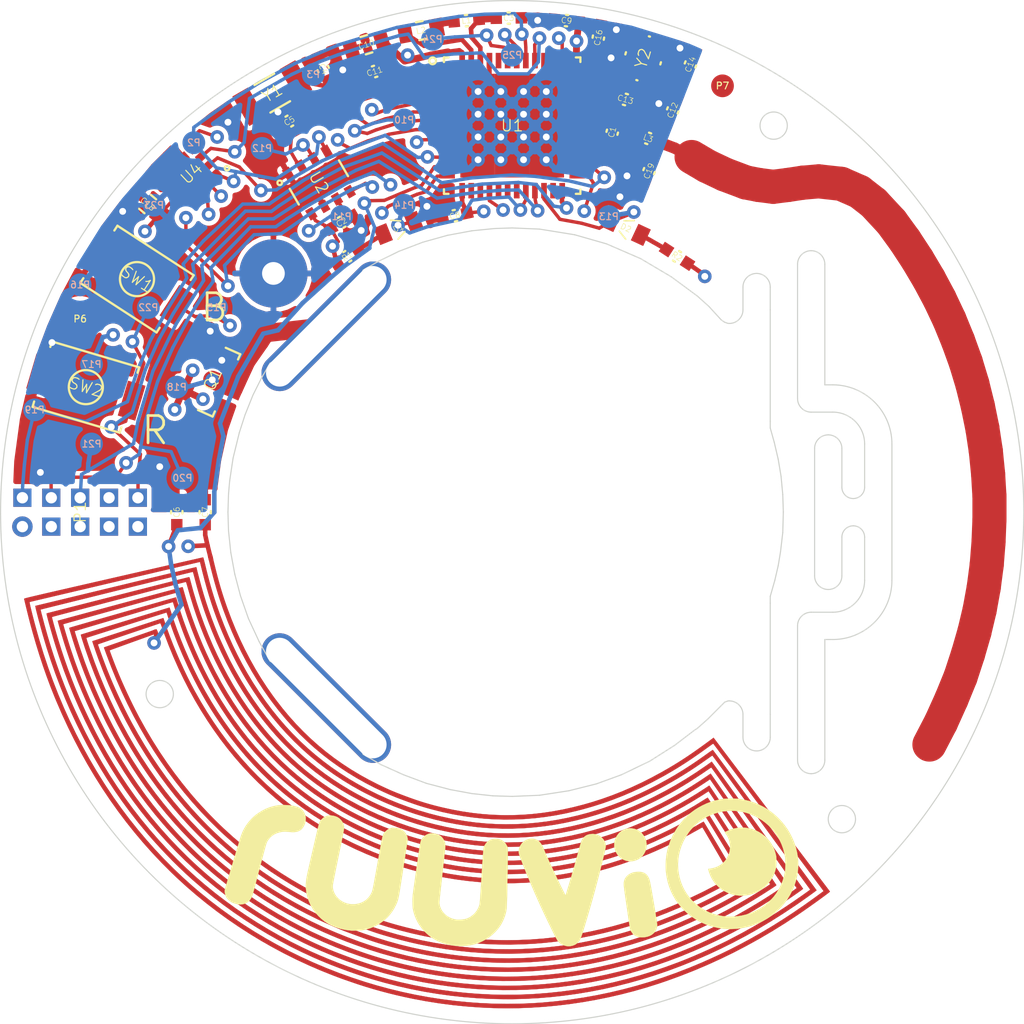
<source format=kicad_pcb>
(kicad_pcb (version 20160815) (host pcbnew "(2017-01-24 revision 0b6147e)-master")
  (layers (0 F.Cu signal) (1 In1.Cu signal) (2 In2.Cu signal) (31 B.Cu signal hide) (34 B.Paste user) (35 F.Paste user) (36 B.SilkS user) (37 F.SilkS user) (38 B.Mask user) (39 F.Mask user) (44 Edge.Cuts user))
  (net 0 "")
  (net 1 VDD)
  (net 2 GND)
  (net 3 "Net-(C3-Pad1)")
  (net 4 "Net-(C4-Pad2)")
  (net 5 "Net-(C5-Pad2)")
  (net 6 "Net-(C6-Pad2)")
  (net 7 "Net-(C7-Pad1)")
  (net 8 "Net-(C11-Pad2)")
  (net 9 "Net-(C12-Pad2)")
  (net 10 "Net-(C13-Pad2)")
  (net 11 /XC1)
  (net 12 /ANTENNA)
  (net 13 /XC2)
  (net 14 /LED1)
  (net 15 "Net-(D1-Pad2)")
  (net 16 "Net-(D2-Pad2)")
  (net 17 "Net-(L1-Pad1)")
  (net 18 "Net-(L2-Pad1)")
  (net 19 /SWDIO)
  (net 20 /SWDCLK)
  (net 21 /SWO)
  (net 22 /RESET)
  (net 23 /BUTTON1)
  (net 24 /SPI_ACC_CS)
  (net 25 /SPI_HUMI_CS)
  (net 26 /ACC_INT1)
  (net 27 /SPI_MOSI)
  (net 28 /SPI_MISO)
  (net 29 /SPI_SCK)
  (net 30 "Net-(P18-Pad1)")
  (net 31 /LED2)
  (net 32 "Net-(C1-Pad1)")
  (net 33 "Net-(P10-Pad1)")
  (net 34 "Net-(P11-Pad1)")
  (net 35 /ACC_INT2)
  (net 36 "Net-(P24-Pad1)")
  (net 37 "Net-(P25-Pad1)")
  (net 38 "Net-(P1-Pad7)")
  (net 39 "Net-(P1-Pad8)")
  (net 40 "Net-(P6-Pad1)")
  (net 41 "Net-(P7-Pad1)")
  (net 42 "Net-(U1-Pad9)")
  (net 43 "Net-(U1-Pad14)")
  (net 44 "Net-(U1-Pad15)")
  (net 45 "Net-(U1-Pad17)")
  (net 46 "Net-(U1-Pad18)")
  (net 47 "Net-(U1-Pad19)")
  (net 48 "Net-(U1-Pad23)")
  (net 49 "Net-(U1-Pad27)")
  (net 50 "Net-(U1-Pad28)")
  (net 51 "Net-(U1-Pad29)")
  (net 52 "Net-(U1-Pad38)")
  (net 53 "Net-(U1-Pad39)")
  (net 54 "Net-(U1-Pad44)")
  (module RuuviTag:ABG-96_POS_BATT_CONTACT (layer F.Cu) (at 66.75 52.25 135)
    (fp_text reference P5 (at 0 0 135) (layer F.SilkS) (effects (font (size 0.5 0.5) (thickness 0.05))))
    (fp_text value GND)
    (pad 1 thru_hole circle (at 0 0 135) (size 3 3) (drill 1) (layers *.Cu *.Mask) (net 2 GND))
  )
  (module Ruuvi:RUUVI_LOGO_BENDED_RUUVITAG_REVB2 (layer F.Cu) (at 77.22 78.59)
    (fp_text reference G*** hide)
    (fp_text value RUUVI_LOGO_BENDED_RUUVITAG_REVB2 hide)
  )
  (module RuuviTag:NFC_RUUVITAG_REVB2 (layer F.Cu) (at 72.42 75.96 340)
    (fp_text reference P4 hide)
    (fp_text value NFC hide)
    (fp_poly (pts (xy 11.759304 -7.75829) (xy 11.762521 -7.756196) (xy 11.76911 -7.751921) (xy 11.779365 -7.745277) (xy 11.793579 -7.736072) (xy 11.812046 -7.724117) (xy 11.835062 -7.709221) (xy 11.862918 -7.691194) (xy 11.895911 -7.669846) (xy 11.934333 -7.644987) (xy 11.97848 -7.616427) (xy 12.028643 -7.583975) (xy 12.085119 -7.547441) (xy 12.148201 -7.506636) (xy 12.218182 -7.461368) (xy 12.295358 -7.411448) (xy 12.380021 -7.356686) (xy 12.472466 -7.296891) (xy 12.572988 -7.231873) (xy 12.681879 -7.161442) (xy 12.799435 -7.085408) (xy 12.925949 -7.003581) (xy 13.061715 -6.91577) (xy 13.207027 -6.821786) (xy 13.362179 -6.721437) (xy 13.527466 -6.614535) (xy 13.703181 -6.500888) (xy 13.889619 -6.380307) (xy 14.087072 -6.252601) (xy 14.295837 -6.11758) (xy 14.516205 -5.975055) (xy 14.748472 -5.824834) (xy 14.992932 -5.666728) (xy 15.249878 -5.500547) (xy 15.519605 -5.326099) (xy 15.802407 -5.143196) (xy 16.098577 -4.951647) (xy 16.40841 -4.751262) (xy 16.696267 -4.56509) (xy 16.851359 -4.464786) (xy 17.004778 -4.365569) (xy 17.155753 -4.267937) (xy 17.303513 -4.172389) (xy 17.447288 -4.079422) (xy 17.586307 -3.989536) (xy 17.719798 -3.903228) (xy 17.846992 -3.820996) (xy 17.967116 -3.74334) (xy 18.079401 -3.670756) (xy 18.183076 -3.603745) (xy 18.277369 -3.542803) (xy 18.361511 -3.488429) (xy 18.434729 -3.441122) (xy 18.496253 -3.40138) (xy 18.545313 -3.369701) (xy 18.581138 -3.346583) (xy 18.588567 -3.341793) (xy 18.648445 -3.303153) (xy 18.703874 -3.267306) (xy 18.753231 -3.235307) (xy 18.794895 -3.208212) (xy 18.827242 -3.187076) (xy 18.84865 -3.172955) (xy 18.857495 -3.166903) (xy 18.857557 -3.166851) (xy 18.855316 -3.157868) (xy 18.843962 -3.136047) (xy 18.824162 -3.102372) (xy 18.796583 -3.057827) (xy 18.761894 -3.003397) (xy 18.72076 -2.940067) (xy 18.673849 -2.868821) (xy 18.621829 -2.790644) (xy 18.565367 -2.70652) (xy 18.50513 -2.617435) (xy 18.441786 -2.524371) (xy 18.376001 -2.428315) (xy 18.308443 -2.330251) (xy 18.239779 -2.231163) (xy 18.170676 -2.132035) (xy 18.101803 -2.033854) (xy 18.033825 -1.937602) (xy 17.96741 -1.844265) (xy 17.903226 -1.754827) (xy 17.861797 -1.697566) (xy 17.468919 -1.170499) (xy 17.065134 -0.656354) (xy 16.650457 -0.155147) (xy 16.224904 0.333107) (xy 15.788488 0.808392) (xy 15.341226 1.270691) (xy 14.883132 1.71999) (xy 14.414222 2.156271) (xy 13.934511 2.57952) (xy 13.444013 2.989721) (xy 13.165666 3.212908) (xy 12.712328 3.560985) (xy 12.248267 3.897762) (xy 11.774401 4.222724) (xy 11.291652 4.535356) (xy 10.800939 4.835143) (xy 10.303183 5.121571) (xy 9.799304 5.394124) (xy 9.290221 5.652288) (xy 8.776856 5.895548) (xy 8.260127 6.12339) (xy 7.740955 6.335297) (xy 7.2644 6.514851) (xy 6.703213 6.70886) (xy 6.136136 6.887044) (xy 5.563534 7.049314) (xy 4.985771 7.195581) (xy 4.403211 7.325757) (xy 3.816219 7.439753) (xy 3.225159 7.537479) (xy 2.8575 7.589769) (xy 2.50291 7.633937) (xy 2.145039 7.672373) (xy 1.787197 7.70482) (xy 1.432694 7.731025) (xy 1.084839 7.750731) (xy 0.746944 7.763684) (xy 0.541867 7.768243) (xy 0.465805 7.769442) (xy 0.386839 7.770703) (xy 0.308788 7.771964) (xy 0.235476 7.773162) (xy 0.170722 7.774236) (xy 0.118348 7.775124) (xy 0.110067 7.775267) (xy 0.066855 7.775707) (xy 0.009525 7.77582) (xy -0.059112 7.775623) (xy -0.136246 7.775137) (xy -0.219064 7.77438) (xy -0.304756 7.773372) (xy -0.39051 7.772131) (xy -0.4191 7.771661) (xy -1.005094 7.753503) (xy -1.590559 7.719018) (xy -2.17489 7.668339) (xy -2.757482 7.601599) (xy -3.337732 7.518932) (xy -3.915035 7.420472) (xy -4.488785 7.306352) (xy -5.058379 7.176705) (xy -5.623211 7.031666) (xy -6.182677 6.871367) (xy -6.736173 6.695942) (xy -7.283094 6.505526) (xy -7.822834 6.300251) (xy -8.354791 6.080251) (xy -8.636 5.956542) (xy -9.178709 5.703557) (xy -9.713671 5.435733) (xy -10.240945 5.153027) (xy -10.760592 4.855395) (xy -11.272669 4.542794) (xy -11.777236 4.215179) (xy -12.274354 3.872506) (xy -12.76408 3.514733) (xy -13.246476 3.141815) (xy -13.721599 2.753709) (xy -14.189509 2.35037) (xy -14.650266 1.931755) (xy -15.103929 1.49782) (xy -15.550557 1.048522) (xy -15.990211 0.583816) (xy -16.129481 0.4318) (xy -16.442232 0.08031) (xy -16.752986 -0.283972) (xy -17.062312 -0.661767) (xy -17.370785 -1.053798) (xy -17.678976 -1.460787) (xy -17.987456 -1.883457) (xy -18.194694 -2.175933) (xy -18.22409 -2.21821) (xy -18.259424 -2.269536) (xy -18.299729 -2.328472) (xy -18.344039 -2.393577) (xy -18.391389 -2.46341) (xy -18.440812 -2.536531) (xy -18.491343 -2.611498) (xy -18.542014 -2.686871) (xy -18.591861 -2.76121) (xy -18.639918 -2.833074) (xy -18.685217 -2.901021) (xy -18.726793 -2.963612) (xy -18.763681 -3.019406) (xy -18.794914 -3.066962) (xy -18.819526 -3.104839) (xy -18.836551 -3.131596) (xy -18.845023 -3.145794) (xy -18.84503 -3.145808) (xy -18.845113 -3.147554) (xy -18.843675 -3.150189) (xy -18.840345 -3.153955) (xy -18.834751 -3.159097) (xy -18.82652 -3.165857) (xy -18.815282 -3.174478) (xy -18.800663 -3.185204) (xy -18.782293 -3.198277) (xy -18.759799 -3.213941) (xy -18.73281 -3.232439) (xy -18.700953 -3.254014) (xy -18.663857 -3.278909) (xy -18.62115 -3.307368) (xy -18.57246 -3.339633) (xy -18.517415 -3.375947) (xy -18.455644 -3.416554) (xy -18.386774 -3.461697) (xy -18.310434 -3.511619) (xy -18.226251 -3.566563) (xy -18.133855 -3.626772) (xy -18.032872 -3.69249) (xy -17.922932 -3.763959) (xy -17.803661 -3.841422) (xy -17.67469 -3.925124) (xy -17.535645 -4.015306) (xy -17.386154 -4.112213) (xy -17.225847 -4.216086) (xy -17.05435 -4.32717) (xy -16.871293 -4.445708) (xy -16.676303 -4.571942) (xy -16.469008 -4.706115) (xy -16.249037 -4.848472) (xy -16.016018 -4.999255) (xy -15.769578 -5.158706) (xy -15.509347 -5.32707) (xy -15.468236 -5.353667) (xy -15.249484 -5.495183) (xy -15.034286 -5.634386) (xy -14.82308 -5.770994) (xy -14.616303 -5.904723) (xy -14.414394 -6.035292) (xy -14.217789 -6.162416) (xy -14.026929 -6.285813) (xy -13.842249 -6.405201) (xy -13.664188 -6.520296) (xy -13.493184 -6.630815) (xy -13.329674 -6.736476) (xy -13.174097 -6.836996) (xy -13.026891 -6.932092) (xy -12.888493 -7.021481) (xy -12.759341 -7.10488) (xy -12.639873 -7.182007) (xy -12.530527 -7.252577) (xy -12.431741 -7.31631) (xy -12.343953 -7.372921) (xy -12.2676 -7.422128) (xy -12.203121 -7.463648) (xy -12.150953 -7.497199) (xy -12.111535 -7.522496) (xy -12.085303 -7.539258) (xy -12.072697 -7.547202) (xy -12.071585 -7.547846) (xy -12.064217 -7.541832) (xy -12.048371 -7.52233) (xy -12.024625 -7.49016) (xy -11.99356 -7.44614) (xy -11.955756 -7.391089) (xy -11.911793 -7.325827) (xy -11.872139 -7.266154) (xy -11.728741 -7.051135) (xy -11.591233 -6.849045) (xy -11.457994 -6.657634) (xy -11.327401 -6.474657) (xy -11.197831 -6.297864) (xy -11.067663 -6.12501) (xy -10.935274 -5.953846) (xy -10.817047 -5.804586) (xy -10.508987 -5.430254) (xy -10.192822 -5.066715) (xy -9.869389 -4.714802) (xy -9.539527 -4.375347) (xy -9.204071 -4.049183) (xy -8.863861 -3.737142) (xy -8.519733 -3.440058) (xy -8.172525 -3.158761) (xy -8.094133 -3.097784) (xy -7.706064 -2.807785) (xy -7.314565 -2.534312) (xy -6.919422 -2.277264) (xy -6.520421 -2.036542) (xy -6.117347 -1.812047) (xy -5.709985 -1.603678) (xy -5.298121 -1.411335) (xy -4.881539 -1.234919) (xy -4.460025 -1.074329) (xy -4.033365 -0.929467) (xy -3.601343 -0.800231) (xy -3.163744 -0.686523) (xy -2.720355 -0.588242) (xy -2.678936 -0.579906) (xy -2.21213 -0.495358) (xy -1.741723 -0.427216) (xy -1.268348 -0.375489) (xy -0.792635 -0.340188) (xy -0.315216 -0.321321) (xy 0.163276 -0.318898) (xy 0.642212 -0.33293) (xy 1.120958 -0.363426) (xy 1.598884 -0.410395) (xy 2.075357 -0.473847) (xy 2.265798 -0.503912) (xy 2.714769 -0.586117) (xy 3.157726 -0.683636) (xy 3.594891 -0.79657) (xy 4.026481 -0.925018) (xy 4.452717 -1.06908) (xy 4.873818 -1.228854) (xy 5.290003 -1.404441) (xy 5.701493 -1.59594) (xy 6.108506 -1.803451) (xy 6.511261 -2.027073) (xy 6.90998 -2.266906) (xy 7.30488 -2.523049) (xy 7.696182 -2.795602) (xy 8.084105 -3.084665) (xy 8.261646 -3.22334) (xy 8.576116 -3.480617) (xy 8.890149 -3.753451) (xy 9.202459 -4.040487) (xy 9.511761 -4.340369) (xy 9.816769 -4.651742) (xy 10.116197 -4.973252) (xy 10.408759 -5.303542) (xy 10.69317 -5.641258) (xy 10.968145 -5.985045) (xy 11.232396 -6.333546) (xy 11.300232 -6.4262) (xy 11.368349 -6.520475) (xy 11.435547 -6.614627) (xy 11.50385 -6.711548) (xy 11.575281 -6.814127) (xy 11.651868 -6.925254) (xy 11.733212 -7.044266) (xy 11.769888 -7.097611) (xy 11.803804 -7.145998) (xy 11.833736 -7.187754) (xy 11.858459 -7.221208) (xy 11.876751 -7.244686) (xy 11.887387 -7.256515) (xy 11.889339 -7.257595) (xy 11.8967 -7.252864) (xy 11.917632 -7.239133) (xy 11.951592 -7.216763) (xy 11.998038 -7.186111) (xy 12.056428 -7.147539) (xy 12.126221 -7.101405) (xy 12.206873 -7.048067) (xy 12.297843 -6.987886) (xy 12.398588 -6.921221) (xy 12.508568 -6.848431) (xy 12.627239 -6.769874) (xy 12.75406 -6.685911) (xy 12.888488 -6.596901) (xy 13.029981 -6.503203) (xy 13.177998 -6.405175) (xy 13.331996 -6.303178) (xy 13.491433 -6.197571) (xy 13.655768 -6.088713) (xy 13.824457 -5.976962) (xy 13.996959 -5.862679) (xy 14.172732 -5.746223) (xy 14.351234 -5.627952) (xy 14.531922 -5.508227) (xy 14.714256 -5.387406) (xy 14.897691 -5.265848) (xy 15.081687 -5.143913) (xy 15.265702 -5.02196) (xy 15.449193 -4.900349) (xy 15.631618 -4.779438) (xy 15.812435 -4.659587) (xy 15.991102 -4.541155) (xy 16.167077 -4.424501) (xy 16.339819 -4.309985) (xy 16.508784 -4.197965) (xy 16.67343 -4.088802) (xy 16.833217 -3.982854) (xy 16.987601 -3.88048) (xy 17.136041 -3.78204) (xy 17.277994 -3.687893) (xy 17.412918 -3.598399) (xy 17.540272 -3.513916) (xy 17.659513 -3.434803) (xy 17.770099 -3.361421) (xy 17.871488 -3.294128) (xy 17.963138 -3.233283) (xy 18.044507 -3.179246) (xy 18.115053 -3.132376) (xy 18.174234 -3.093032) (xy 18.221507 -3.061573) (xy 18.256331 -3.03836) (xy 18.278164 -3.02375) (xy 18.286462 -3.018104) (xy 18.286507 -3.018068) (xy 18.283145 -3.01017) (xy 18.270881 -2.989665) (xy 18.25056 -2.957789) (xy 18.22303 -2.915779) (xy 18.189137 -2.864873) (xy 18.14973 -2.806309) (xy 18.105653 -2.741322) (xy 18.057755 -2.67115) (xy 18.006883 -2.59703) (xy 17.953882 -2.520199) (xy 17.8996 -2.441895) (xy 17.844884 -2.363354) (xy 17.790581 -2.285814) (xy 17.737538 -2.210512) (xy 17.686601 -2.138685) (xy 17.638618 -2.071569) (xy 17.637562 -2.0701) (xy 17.253584 -1.548951) (xy 16.860808 -1.042119) (xy 16.458919 -0.549264) (xy 16.047602 -0.070046) (xy 15.626542 0.395873) (xy 15.195424 0.848832) (xy 14.753933 1.289171) (xy 14.301753 1.717228) (xy 13.838571 2.133344) (xy 13.36407 2.537856) (xy 13.335 2.561959) (xy 12.87887 2.929192) (xy 12.413338 3.283611) (xy 11.938993 3.62488) (xy 11.456423 3.95266) (xy 10.966216 4.266616) (xy 10.46896 4.56641) (xy 9.965245 4.851705) (xy 9.455659 5.122165) (xy 8.940789 5.377452) (xy 8.421225 5.61723) (xy 7.897556 5.841161) (xy 7.370368 6.048909) (xy 7.0231 6.17617) (xy 6.463639 6.366119) (xy 5.899391 6.53984) (xy 5.330496 6.697304) (xy 4.757098 6.838483) (xy 4.179339 6.963349) (xy 3.597361 7.071872) (xy 3.011307 7.164025) (xy 2.421319 7.239779) (xy 1.827538 7.299106) (xy 1.230108 7.341976) (xy 1.185333 7.344517) (xy 0.905322 7.357742) (xy 0.61248 7.367076) (xy 0.310448 7.372545) (xy 0.00287 7.37417) (xy -0.306611 7.371974) (xy -0.614351 7.365982) (xy -0.916708 7.356215) (xy -1.210039 7.342697) (xy -1.456267 7.327821) (xy -2.034496 7.280454) (xy -2.611932 7.216826) (xy -3.187781 7.137117) (xy -3.761245 7.041506) (xy -4.331528 6.930174) (xy -4.897834 6.803299) (xy -5.459367 6.661062) (xy -6.015329 6.503641) (xy -6.564925 6.331216) (xy -7.107359 6.143966) (xy -7.641833 5.942072) (xy -7.691967 5.922215) (xy -8.048994 5.775606) (xy -8.413181 5.617068) (xy -8.781393 5.448117) (xy -9.150494 5.27027) (xy -9.517351 5.085042) (xy -9.878828 4.893951) (xy -10.231791 4.698511) (xy -10.287 4.66709) (xy -10.783295 4.374609) (xy -11.271137 4.069004) (xy -11.751116 3.749839) (xy -12.223825 3.416678) (xy -12.689855 3.069082) (xy -13.149797 2.706615) (xy -13.604243 2.328839) (xy -14.053784 1.935319) (xy -14.350775 1.664259) (xy -14.785816 1.250393) (xy -15.210585 0.82544) (xy -15.625584 0.388817) (xy -16.031315 -0.060057) (xy -16.428278 -0.521766) (xy -16.816975 -0.996892) (xy -17.197907 -1.486018) (xy -17.571576 -1.989726) (xy -17.925075 -2.4892) (xy -17.995224 -2.59077) (xy -18.056109 -2.679313) (xy -18.108245 -2.755622) (xy -18.152147 -2.820492) (xy -18.18833 -2.87472) (xy -18.217311 -2.919099) (xy -18.239605 -2.954424) (xy -18.255726 -2.981491) (xy -18.266191 -3.001095) (xy -18.271516 -3.01403) (xy -18.272215 -3.021091) (xy -18.271003 -3.022661) (xy -18.264313 -3.026997) (xy -18.24656 -3.038679) (xy -18.217633 -3.05778) (xy -18.177422 -3.084375) (xy -18.125815 -3.118536) (xy -18.062701 -3.160337) (xy -17.987971 -3.209852) (xy -17.901512 -3.267154) (xy -17.803214 -3.332317) (xy -17.692967 -3.405415) (xy -17.570659 -3.48652) (xy -17.436179 -3.575706) (xy -17.289417 -3.673048) (xy -17.130262 -3.778617) (xy -16.958602 -3.892489) (xy -16.774328 -4.014737) (xy -16.577328 -4.145433) (xy -16.367491 -4.284652) (xy -16.144707 -4.432467) (xy -15.908864 -4.588952) (xy -15.659852 -4.75418) (xy -15.39756 -4.928224) (xy -15.121877 -5.111159) (xy -14.832692 -5.303058) (xy -14.529894 -5.503994) (xy -14.213373 -5.714041) (xy -13.883018 -5.933273) (xy -13.538717 -6.161762) (xy -13.37417 -6.270962) (xy -13.247373 -6.355102) (xy -13.12439 -6.436694) (xy -13.005963 -6.515246) (xy -12.892834 -6.590269) (xy -12.785743 -6.66127) (xy -12.685432 -6.72776) (xy -12.592642 -6.789246) (xy -12.508114 -6.845238) (xy -12.43259 -6.895245) (xy -12.36681 -6.938775) (xy -12.311517 -6.975338) (xy -12.267451 -7.004443) (xy -12.235353 -7.025599) (xy -12.215966 -7.038314) (xy -12.210004 -7.042133) (xy -12.202954 -7.036802) (xy -12.19047 -7.020853) (xy -12.180471 -7.005884) (xy -12.161725 -6.976983) (xy -12.134579 -6.93621) (xy -12.10039 -6.885532) (xy -12.060512 -6.826916) (xy -12.016303 -6.762331) (xy -11.969117 -6.693744) (xy -11.920311 -6.623124) (xy -11.87124 -6.552438) (xy -11.823261 -6.483654) (xy -11.777729 -6.41874) (xy -11.736001 -6.359663) (xy -11.711378 -6.325072) (xy -11.492668 -6.025242) (xy -11.271064 -5.734127) (xy -11.044037 -5.448617) (xy -10.809062 -5.165601) (xy -10.563611 -4.881971) (xy -10.307707 -4.5974) (xy -10.264792 -4.551245) (xy -10.211577 -4.495193) (xy -10.149761 -4.430952) (xy -10.081042 -4.36023) (xy -10.007118 -4.284734) (xy -9.929688 -4.206172) (xy -9.850449 -4.126253) (xy -9.771099 -4.046684) (xy -9.693337 -3.969174) (xy -9.618861 -3.89543) (xy -9.549368 -3.82716) (xy -9.486558 -3.766072) (xy -9.432128 -3.713875) (xy -9.389389 -3.673764) (xy -9.016179 -3.339376) (xy -8.636971 -3.020086) (xy -8.251983 -2.716034) (xy -7.861433 -2.42736) (xy -7.465539 -2.154204) (xy -7.06452 -1.896706) (xy -6.658592 -1.655007) (xy -6.247974 -1.429246) (xy -5.832885 -1.219563) (xy -5.413541 -1.026098) (xy -4.995843 -0.85125) (xy -4.58798 -0.696606) (xy -4.180305 -0.557287) (xy -3.770558 -0.432662) (xy -3.356478 -0.322105) (xy -2.935805 -0.224985) (xy -2.506277 -0.140675) (xy -2.331883 -0.110464) (xy -1.85834 -0.039862) (xy -1.380781 0.014698) (xy -0.900421 0.053184) (xy -0.418474 0.075563) (xy 0.063847 0.081802) (xy 0.545329 0.071868) (xy 1.024756 0.045728) (xy 1.500917 0.00335) (xy 1.5748 -0.004725) (xy 2.04305 -0.064762) (xy 2.502477 -0.139024) (xy 2.953726 -0.227698) (xy 3.397444 -0.330973) (xy 3.834276 -0.449035) (xy 4.26487 -0.582073) (xy 4.689872 -0.730273) (xy 5.109927 -0.893823) (xy 5.525683 -1.072911) (xy 5.937785 -1.267724) (xy 5.952067 -1.274788) (xy 6.372578 -1.492417) (xy 6.787687 -1.725957) (xy 7.197074 -1.975167) (xy 7.600414 -2.239804) (xy 7.997388 -2.519628) (xy 8.387671 -2.814395) (xy 8.770942 -3.123863) (xy 9.14688 -3.447792) (xy 9.515161 -3.785938) (xy 9.875464 -4.13806) (xy 10.17222 -4.445) (xy 10.533742 -4.840007) (xy 10.882614 -5.244153) (xy 11.217995 -5.656394) (xy 11.539044 -6.075686) (xy 11.84492 -6.500984) (xy 11.942132 -6.6421) (xy 11.96787 -6.679854) (xy 11.990092 -6.712416) (xy 12.007125 -6.737336) (xy 12.017293 -6.752165) (xy 12.019398 -6.755192) (xy 12.02653 -6.750874) (xy 12.046843 -6.737546) (xy 12.079534 -6.715752) (xy 12.123804 -6.686035) (xy 12.178849 -6.648938) (xy 12.243868 -6.605003) (xy 12.318061 -6.554773) (xy 12.400625 -6.498792) (xy 12.49076 -6.437602) (xy 12.587662 -6.371746) (xy 12.690532 -6.301767) (xy 12.798567 -6.228208) (xy 12.910966 -6.151612) (xy 12.981015 -6.103844) (xy 13.228604 -5.934963) (xy 13.463006 -5.775079) (xy 13.68502 -5.623645) (xy 13.895447 -5.480115) (xy 14.095088 -5.343943) (xy 14.284743 -5.214583) (xy 14.465213 -5.091489) (xy 14.637299 -4.974115) (xy 14.801801 -4.861914) (xy 14.95952 -4.754342) (xy 15.111256 -4.650851) (xy 15.25781 -4.550897) (xy 15.399983 -4.453932) (xy 15.538575 -4.35941) (xy 15.674387 -4.266787) (xy 15.808219 -4.175514) (xy 15.940873 -4.085048) (xy 16.073148 -3.994841) (xy 16.205845 -3.904347) (xy 16.339765 -3.813021) (xy 16.475709 -3.720316) (xy 16.614477 -3.625686) (xy 16.641233 -3.60744) (xy 16.761876 -3.52516) (xy 16.878724 -3.445443) (xy 16.991011 -3.368815) (xy 17.097969 -3.295801) (xy 17.198829 -3.226926) (xy 17.292824 -3.162715) (xy 17.379185 -3.103693) (xy 17.457144 -3.050384) (xy 17.525934 -3.003316) (xy 17.584787 -2.963011) (xy 17.632934 -2.929995) (xy 17.669608 -2.904793) (xy 17.69404 -2.887931) (xy 17.705463 -2.879933) (xy 17.706226 -2.879353) (xy 17.703435 -2.870696) (xy 17.691344 -2.849489) (xy 17.670709 -2.816807) (xy 17.642287 -2.773724) (xy 17.606835 -2.721313) (xy 17.565109 -2.660649) (xy 17.517867 -2.592806) (xy 17.465865 -2.518857) (xy 17.409859 -2.439877) (xy 17.350607 -2.356938) (xy 17.288866 -2.271117) (xy 17.225391 -2.183485) (xy 17.16094 -2.095118) (xy 17.09627 -2.007089) (xy 17.032136 -1.920473) (xy 17.003226 -1.881669) (xy 16.6238 -1.386626) (xy 16.233147 -0.902769) (xy 15.831659 -0.430479) (xy 15.419726 0.029863) (xy 14.997741 0.477873) (xy 14.566096 0.913171) (xy 14.125183 1.335375) (xy 13.675395 1.744102) (xy 13.217122 2.138972) (xy 12.750757 2.519602) (xy 12.276692 2.88561) (xy 11.795319 3.236615) (xy 11.628966 3.353227) (xy 11.227759 3.624283) (xy 10.816008 3.888179) (xy 10.395541 4.143942) (xy 9.968185 4.390598) (xy 9.535768 4.627174) (xy 9.100116 4.852697) (xy 8.663057 5.066193) (xy 8.226418 5.266688) (xy 7.792026 5.45321) (xy 7.374466 5.619892) (xy 6.823125 5.822523) (xy 6.267258 6.008861) (xy 5.707044 6.178879) (xy 5.142662 6.332552) (xy 4.574289 6.469855) (xy 4.002105 6.590759) (xy 3.426286 6.695241) (xy 2.847011 6.783273) (xy 2.264459 6.854829) (xy 1.678808 6.909884) (xy 1.090235 6.948412) (xy 0.498919 6.970386) (xy -0.094962 6.975781) (xy -0.69123 6.964569) (xy -1.289706 6.936726) (xy -1.528233 6.921029) (xy -2.098388 6.872064) (xy -2.669442 6.806463) (xy -3.240345 6.724409) (xy -3.810044 6.626087) (xy -4.377487 6.511681) (xy -4.941624 6.381376) (xy -5.501401 6.235354) (xy -5.596467 6.208865) (xy -6.136373 6.048717) (xy -6.669955 5.873706) (xy -7.197778 5.683588) (xy -7.720408 5.47812) (xy -8.23841 5.25706) (xy -8.752349 5.020164) (xy -9.262791 4.76719) (xy -9.770301 4.497895) (xy -10.275444 4.212036) (xy -10.358967 4.163047) (xy -10.841974 3.868884) (xy -11.320141 3.558785) (xy -11.792994 3.233175) (xy -12.26006 2.892478) (xy -12.720866 2.537119) (xy -13.17494 2.167522) (xy -13.621808 1.784112) (xy -14.060997 1.387312) (xy -14.492034 0.977549) (xy -14.914447 0.555245) (xy -15.327762 0.120827) (xy -15.731506 -0.325283) (xy -16.125207 -0.782659) (xy -16.508391 -1.250876) (xy -16.785164 -1.604433) (xy -16.847658 -1.68626) (xy -16.912654 -1.772215) (xy -16.979422 -1.86128) (xy -17.047233 -1.952434) (xy -17.115359 -2.04466) (xy -17.183069 -2.136938) (xy -17.249636 -2.22825) (xy -17.314329 -2.317578) (xy -17.37642 -2.403902) (xy -17.435179 -2.486204) (xy -17.489878 -2.563465) (xy -17.539787 -2.634665) (xy -17.584176 -2.698787) (xy -17.622318 -2.754812) (xy -17.653482 -2.801721) (xy -17.676939 -2.838495) (xy -17.691961 -2.864115) (xy -17.697818 -2.877562) (xy -17.697557 -2.879215) (xy -17.689977 -2.884539) (xy -17.66913 -2.898905) (xy -17.63574 -2.921818) (xy -17.590532 -2.952783) (xy -17.534232 -2.991305) (xy -17.467563 -3.036888) (xy -17.391252 -3.089038) (xy -17.306022 -3.147259) (xy -17.212598 -3.211057) (xy -17.111705 -3.279936) (xy -17.004069 -3.353401) (xy -16.890414 -3.430957) (xy -16.771464 -3.512108) (xy -16.647944 -3.596361) (xy -16.52058 -3.683219) (xy -16.505767 -3.69332) (xy -16.208566 -3.895983) (xy -15.899746 -4.106583) (xy -15.581669 -4.323508) (xy -15.2567 -4.545144) (xy -14.927202 -4.76988) (xy -14.59554 -4.996102) (xy -14.264077 -5.2222) (xy -13.935178 -5.446559) (xy -13.611205 -5.667569) (xy -13.294523 -5.883616) (xy -12.987496 -6.093088) (xy -12.851042 -6.186189) (xy -12.769471 -6.241793) (xy -12.69185 -6.294601) (xy -12.619333 -6.343837) (xy -12.553075 -6.388721) (xy -12.49423 -6.428473) (xy -12.443952 -6.462316) (xy -12.403395 -6.489469) (xy -12.373714 -6.509155) (xy -12.356063 -6.520594) (xy -12.351509 -6.523269) (xy -12.342154 -6.517961) (xy -12.324904 -6.499039) (xy -12.300524 -6.467443) (xy -12.269776 -6.424113) (xy -12.263967 -6.415641) (xy -11.972327 -6.001145) (xy -11.668764 -5.594337) (xy -11.354135 -5.196148) (xy -11.029297 -4.807511) (xy -10.695107 -4.429355) (xy -10.352421 -4.062612) (xy -10.002097 -3.708212) (xy -9.644991 -3.367087) (xy -9.281961 -3.040166) (xy -8.913862 -2.728382) (xy -8.741833 -2.589314) (xy -8.347568 -2.285547) (xy -7.947105 -1.997133) (xy -7.540645 -1.724184) (xy -7.128388 -1.466811) (xy -6.710534 -1.225127) (xy -6.287283 -0.999241) (xy -5.858835 -0.789267) (xy -5.42539 -0.595315) (xy -4.987147 -0.417498) (xy -4.580467 -0.268448) (xy -4.150423 -0.127507) (xy -3.712079 -0.000953) (xy -3.266224 0.111115) (xy -2.813648 0.208597) (xy -2.355139 0.291392) (xy -1.891488 0.359402) (xy -1.423483 0.412526) (xy -0.951913 0.450664) (xy -0.477569 0.473717) (xy -0.00124 0.481586) (xy 0.476286 0.474169) (xy 0.954218 0.451369) (xy 1.058333 0.444349) (xy 1.544056 0.40185) (xy 2.023562 0.343703) (xy 2.496978 0.269859) (xy 2.964432 0.180271) (xy 3.426049 0.074891) (xy 3.881958 -0.046329) (xy 4.332284 -0.183436) (xy 4.777156 -0.33648) (xy 5.2167 -0.505506) (xy 5.651042 -0.690564) (xy 6.080311 -0.8917) (xy 6.504633 -1.108964) (xy 6.924135 -1.342402) (xy 7.338944 -1.592063) (xy 7.749187 -1.857994) (xy 8.15499 -2.140244) (xy 8.402795 -2.32224) (xy 8.777709 -2.612766) (xy 9.148249 -2.918964) (xy 9.513549 -3.239942) (xy 9.872746 -3.574805) (xy 10.224976 -3.922661) (xy 10.569374 -4.282617) (xy 10.905075 -4.653778) (xy 11.231215 -5.035253) (xy 11.546931 -5.426147) (xy 11.851356 -5.825568) (xy 12.027256 -6.067573) (xy 12.155036 -6.246579) (xy 12.289935 -6.151682) (xy 12.307483 -6.139339) (xy 12.338325 -6.117648) (xy 12.381904 -6.087) (xy 12.437662 -6.047788) (xy 12.505043 -6.000402) (xy 12.58349 -5.945235) (xy 12.672444 -5.882679) (xy 12.771349 -5.813126) (xy 12.879647 -5.736968) (xy 12.996781 -5.654596) (xy 13.122194 -5.566402) (xy 13.255328 -5.472778) (xy 13.395627 -5.374117) (xy 13.542534 -5.270809) (xy 13.695489 -5.163248) (xy 13.853938 -5.051824) (xy 14.017322 -4.93693) (xy 14.185083 -4.818957) (xy 14.356666 -4.698297) (xy 14.531512 -4.575343) (xy 14.6685 -4.479012) (xy 14.845215 -4.354742) (xy 15.018966 -4.232553) (xy 15.189202 -4.112832) (xy 15.355375 -3.995966) (xy 15.516933 -3.882342) (xy 15.673328 -3.772346) (xy 15.824008 -3.666365) (xy 15.968424 -3.564787) (xy 16.106027 -3.467998) (xy 16.236265 -3.376386) (xy 16.358589 -3.290336) (xy 16.47245 -3.210236) (xy 16.577296 -3.136473) (xy 16.672579 -3.069433) (xy 16.757748 -3.009504) (xy 16.832253 -2.957072) (xy 16.895544 -2.912525) (xy 16.947071 -2.876249) (xy 16.986284 -2.848631) (xy 17.012634 -2.830057) (xy 17.024051 -2.821994) (xy 17.135935 -2.742748) (xy 17.019326 -2.579991) (xy 16.756942 -2.219546) (xy 16.495816 -1.872697) (xy 16.23354 -1.536506) (xy 15.967707 -1.208036) (xy 15.695911 -0.884352) (xy 15.415744 -0.562515) (xy 15.1248 -0.23959) (xy 14.918757 -0.017007) (xy 14.877157 0.026897) (xy 14.825031 0.080988) (xy 14.763994 0.143651) (xy 14.695664 0.21327) (xy 14.621654 0.28823) (xy 14.543582 0.366915) (xy 14.463063 0.447709) (xy 14.381713 0.528998) (xy 14.301147 0.609165) (xy 14.222982 0.686594) (xy 14.148833 0.759671) (xy 14.080316 0.826779) (xy 14.019046 0.886303) (xy 13.966641 0.936627) (xy 13.936282 0.965341) (xy 13.51821 1.348506) (xy 13.098433 1.715542) (xy 12.675914 2.067243) (xy 12.249616 2.4044) (xy 11.818501 2.727805) (xy 11.381533 3.03825) (xy 10.937674 3.336528) (xy 10.485887 3.62343) (xy 10.334648 3.715888) (xy 9.93072 3.953862) (xy 9.517848 4.184176) (xy 9.098482 4.405624) (xy 8.67507 4.616999) (xy 8.250062 4.817095) (xy 7.825907 5.004707) (xy 7.405053 5.178627) (xy 7.209366 5.25519) (xy 6.670164 5.453224) (xy 6.125351 5.63536) (xy 5.575275 5.80155) (xy 5.020283 5.951747) (xy 4.46072 6.085903) (xy 3.896934 6.203972) (xy 3.329272 6.305905) (xy 2.75808 6.391656) (xy 2.183705 6.461177) (xy 1.606493 6.51442) (xy 1.026791 6.551339) (xy 0.444947 6.571886) (xy -0.138694 6.576014) (xy -0.723785 6.563675) (xy -1.309978 6.534822) (xy -1.8542 6.493272) (xy -2.415136 6.435005) (xy -2.974606 6.360735) (xy -3.531837 6.270662) (xy -4.086054 6.164989) (xy -4.63648 6.043916) (xy -5.182342 5.907644) (xy -5.722863 5.756376) (xy -6.25727 5.590312) (xy -6.784787 5.409653) (xy -7.304639 5.214601) (xy -7.816051 5.005357) (xy -8.1534 4.857409) (xy -8.678031 4.612131) (xy -9.193849 4.353088) (xy -9.701121 4.080094) (xy -10.200113 3.792965) (xy -10.691089 3.491518) (xy -11.174316 3.175567) (xy -11.650058 2.844929) (xy -12.118582 2.49942) (xy -12.580154 2.138855) (xy -13.035037 1.76305) (xy -13.483499 1.371821) (xy -13.925805 0.964983) (xy -14.33706 0.567305) (xy -14.701713 0.198936) (xy -15.052149 -0.170132) (xy -15.39094 -0.542814) (xy -15.720657 -0.922024) (xy -16.04387 -1.310678) (xy -16.363151 -1.711691) (xy -16.477317 -1.859242) (xy -16.520906 -1.916305) (xy -16.568514 -1.979181) (xy -16.619188 -2.04657) (xy -16.671976 -2.117172) (xy -16.725926 -2.189688) (xy -16.780086 -2.262818) (xy -16.833504 -2.335262) (xy -16.885228 -2.40572) (xy -16.934305 -2.472894) (xy -16.979784 -2.535484) (xy -17.020713 -2.592189) (xy -17.056139 -2.64171) (xy -17.085111 -2.682748) (xy -17.106675 -2.714003) (xy -17.119882 -2.734175) (xy -17.123834 -2.741766) (xy -17.11727 -2.747672) (xy -17.099109 -2.76157) (xy -17.071641 -2.781769) (xy -17.03716 -2.806576) (xy -17.009534 -2.826159) (xy -16.87295 -2.922395) (xy -16.730543 -3.022701) (xy -16.582881 -3.12668) (xy -16.43053 -3.233932) (xy -16.274059 -3.34406) (xy -16.114034 -3.456664) (xy -15.951022 -3.571347) (xy -15.785592 -3.68771) (xy -15.61831 -3.805354) (xy -15.449743 -3.923881) (xy -15.28046 -4.042894) (xy -15.111027 -4.161992) (xy -14.942012 -4.280779) (xy -14.773982 -4.398855) (xy -14.607504 -4.515823) (xy -14.443146 -4.631283) (xy -14.281475 -4.744838) (xy -14.123059 -4.856089) (xy -13.968464 -4.964637) (xy -13.818259 -5.070084) (xy -13.673009 -5.172033) (xy -13.533284 -5.270083) (xy -13.39965 -5.363838) (xy -13.272674 -5.452898) (xy -13.152924 -5.536866) (xy -13.040967 -5.615342) (xy -12.937371 -5.687929) (xy -12.842702 -5.754227) (xy -12.757529 -5.813839) (xy -12.682418 -5.866367) (xy -12.617936 -5.911411) (xy -12.564652 -5.948574) (xy -12.523133 -5.977456) (xy -12.493945 -5.99766) (xy -12.477657 -6.008788) (xy -12.47424 -6.010967) (xy -12.46739 -6.004242) (xy -12.452525 -5.985735) (xy -12.431265 -5.957593) (xy -12.405228 -5.921961) (xy -12.376032 -5.880983) (xy -12.374033 -5.878144) (xy -12.138763 -5.552931) (xy -11.889023 -5.225561) (xy -11.626721 -4.898189) (xy -11.353761 -4.572972) (xy -11.072051 -4.252066) (xy -10.783495 -3.937628) (xy -10.49 -3.631813) (xy -10.193472 -3.336778) (xy -9.895816 -3.054679) (xy -9.804277 -2.970796) (xy -9.426734 -2.637976) (xy -9.041875 -2.319057) (xy -8.650137 -2.014321) (xy -8.251959 -1.724046) (xy -7.847779 -1.448511) (xy -7.438034 -1.187997) (xy -7.023162 -0.942783) (xy -6.603602 -0.713148) (xy -6.179792 -0.499371) (xy -5.752169 -0.301732) (xy -5.364415 -0.137889) (xy -4.928768 0.029761) (xy -4.490196 0.181875) (xy -4.047858 0.31865) (xy -3.600914 0.440288) (xy -3.148522 0.546987) (xy -2.689841 0.638947) (xy -2.224031 0.716367) (xy -1.75025 0.779448) (xy -1.303867 0.82523) (xy -1.063701 0.844442) (xy -0.826156 0.859292) (xy -0.587412 0.869913) (xy -0.343649 0.876441) (xy -0.091049 0.879011) (xy 0.174209 0.87776) (xy 0.1778 0.877718) (xy 0.29305 0.876275) (xy 0.394179 0.874735) (xy 0.483996 0.872996) (xy 0.565314 0.870956) (xy 0.640943 0.868512) (xy 0.713695 0.865562) (xy 0.78638 0.862003) (xy 0.861811 0.857735) (xy 0.942798 0.852653) (xy 1.032153 0.846657) (xy 1.032933 0.846603) (xy 1.528842 0.804509) (xy 2.018271 0.746781) (xy 2.501356 0.673374) (xy 2.978235 0.584242) (xy 3.449044 0.479338) (xy 3.913919 0.358616) (xy 4.372998 0.222031) (xy 4.826416 0.069536) (xy 5.274312 -0.098914) (xy 5.716821 -0.283367) (xy 6.15408 -0.483868) (xy 6.586225 -0.700463) (xy 7.013394 -0.933198) (xy 7.435723 -1.18212) (xy 7.853349 -1.447274) (xy 7.874 -1.460887) (xy 8.174535 -1.66487) (xy 8.477573 -1.881323) (xy 8.778973 -2.107138) (xy 9.074596 -2.339208) (xy 9.360302 -2.574427) (xy 9.381066 -2.591983) (xy 9.711776 -2.880386) (xy 10.041101 -3.183886) (xy 10.367337 -3.500651) (xy 10.688777 -3.828848) (xy 11.003718 -4.166644) (xy 11.310454 -4.512207) (xy 11.607278 -4.863702) (xy 11.892487 -5.219298) (xy 12.164375 -5.577163) (xy 12.186523 -5.607227) (xy 12.278412 -5.732268) (xy 12.317756 -5.703979) (xy 12.345139 -5.684232) (xy 12.384599 -5.655689) (xy 12.435498 -5.618815) (xy 12.497196 -5.574073) (xy 12.569056 -5.521929) (xy 12.650439 -5.462848) (xy 12.740707 -5.397292) (xy 12.83922 -5.325729) (xy 12.945341 -5.248621) (xy 13.058431 -5.166433) (xy 13.177851 -5.07963) (xy 13.302964 -4.988677) (xy 13.43313 -4.894038) (xy 13.567712 -4.796178) (xy 13.70607 -4.695561) (xy 13.847566 -4.592651) (xy 13.991563 -4.487914) (xy 14.13742 -4.381814) (xy 14.2845 -4.274816) (xy 14.432165 -4.167383) (xy 14.579775 -4.059981) (xy 14.726693 -3.953074) (xy 14.87228 -3.847127) (xy 15.015897 -3.742604) (xy 15.156906 -3.63997) (xy 15.294668 -3.53969) (xy 15.428546 -3.442227) (xy 15.5579 -3.348047) (xy 15.682092 -3.257614) (xy 15.800484 -3.171393) (xy 15.912437 -3.089848) (xy 16.017312 -3.013444) (xy 16.114472 -2.942645) (xy 16.203277 -2.877916) (xy 16.283089 -2.819722) (xy 16.353271 -2.768526) (xy 16.413182 -2.724795) (xy 16.462185 -2.688991) (xy 16.499642 -2.66158) (xy 16.524913 -2.643027) (xy 16.537361 -2.633795) (xy 16.538587 -2.632837) (xy 16.542782 -2.6281) (xy 16.544634 -2.622403) (xy 16.543184 -2.614203) (xy 16.537475 -2.601959) (xy 16.526549 -2.584127) (xy 16.50945 -2.559164) (xy 16.48522 -2.525528) (xy 16.452902 -2.481676) (xy 16.411539 -2.426066) (xy 16.403983 -2.415928) (xy 16.140831 -2.068547) (xy 15.879465 -1.735049) (xy 15.617764 -1.41284) (xy 15.353607 -1.099326) (xy 15.084872 -0.791915) (xy 14.97835 -0.6731) (xy 14.802568 -0.481121) (xy 14.616564 -0.283087) (xy 14.422894 -0.081552) (xy 14.224116 0.120926) (xy 14.022784 0.321793) (xy 13.821456 0.518493) (xy 13.622687 0.70847) (xy 13.429034 0.889168) (xy 13.279966 1.02492) (xy 12.830078 1.418911) (xy 12.373158 1.797515) (xy 11.909118 2.160788) (xy 11.437868 2.508789) (xy 10.959319 2.841575) (xy 10.473382 3.159203) (xy 9.979966 3.461732) (xy 9.478983 3.749218) (xy 8.970344 4.02172) (xy 8.453958 4.279294) (xy 7.929737 4.521998) (xy 7.675033 4.633347) (xy 7.173519 4.839448) (xy 6.663208 5.031422) (xy 6.144887 5.209104) (xy 5.619341 5.372327) (xy 5.087357 5.520928) (xy 4.549719 5.65474) (xy 4.007215 5.773598) (xy 3.460629 5.877336) (xy 2.910748 5.965789) (xy 2.358358 6.038791) (xy 1.804244 6.096177) (xy 1.249192 6.137782) (xy 0.693988 6.163439) (xy 0.372533 6.170944) (xy -0.006294 6.173854) (xy -0.37231 6.170975) (xy -0.728663 6.162168) (xy -1.078507 6.147293) (xy -1.424991 6.126211) (xy -1.771266 6.098782) (xy -2.120484 6.064866) (xy -2.188634 6.057546) (xy -2.740139 5.98944) (xy -3.289654 5.905704) (xy -3.836309 5.806565) (xy -4.379233 5.692254) (xy -4.917556 5.562999) (xy -5.450408 5.419029) (xy -5.976918 5.260574) (xy -6.496217 5.087862) (xy -7.007434 4.901123) (xy -7.5097 4.700586) (xy -7.778141 4.586095) (xy -7.945926 4.511654) (xy -8.122452 4.43104) (xy -8.30456 4.345796) (xy -8.489093 4.257462) (xy -8.672893 4.167579) (xy -8.852804 4.077687) (xy -9.025666 3.989329) (xy -9.188324 3.904043) (xy -9.3091 3.838998) (xy -9.757255 3.587457) (xy -10.194801 3.327799) (xy -10.623051 3.059073) (xy -11.04332 2.78033) (xy -11.456919 2.49062) (xy -11.865162 2.188992) (xy -12.269363 1.874495) (xy -12.670835 1.546181) (xy -13.07089 1.203098) (xy -13.470842 0.844297) (xy -13.554843 0.766954) (xy -13.604647 0.720262) (xy -13.664676 0.662922) (xy -13.733395 0.596471) (xy -13.809267 0.522442) (xy -13.890758 0.442372) (xy -13.976332 0.357796) (xy -14.064452 0.27025) (xy -14.153584 0.181267) (xy -14.242191 0.092384) (xy -14.328738 0.005136) (xy -14.41169 -0.078941) (xy -14.489509 -0.158313) (xy -14.560662 -0.231444) (xy -14.623611 -0.2968) (xy -14.676822 -0.352843) (xy -14.703101 -0.381) (xy -14.973532 -0.67729) (xy -15.231725 -0.968646) (xy -15.48031 -1.258241) (xy -15.721914 -1.549249) (xy -15.959167 -1.844844) (xy -16.194698 -2.148198) (xy -16.431135 -2.462485) (xy -16.462455 -2.504824) (xy -16.493616 -2.547478) (xy -16.515509 -2.578765) (xy -16.529283 -2.600672) (xy -16.536085 -2.615184) (xy -16.537061 -2.624287) (xy -16.53429 -2.629139) (xy -16.524922 -2.636591) (xy -16.502633 -2.653379) (xy -16.468083 -2.679024) (xy -16.421931 -2.713048) (xy -16.364838 -2.754972) (xy -16.297464 -2.804317) (xy -16.220469 -2.860606) (xy -16.134512 -2.923359) (xy -16.040254 -2.992097) (xy -15.938355 -3.066343) (xy -15.829475 -3.145618) (xy -15.714274 -3.229443) (xy -15.593412 -3.317339) (xy -15.467549 -3.408829) (xy -15.337345 -3.503433) (xy -15.203461 -3.600673) (xy -15.066555 -3.700071) (xy -14.927288 -3.801147) (xy -14.786321 -3.903424) (xy -14.644313 -4.006423) (xy -14.501924 -4.109665) (xy -14.359815 -4.212672) (xy -14.218645 -4.314965) (xy -14.079074 -4.416065) (xy -13.941763 -4.515495) (xy -13.807371 -4.612775) (xy -13.676559 -4.707427) (xy -13.549986 -4.798973) (xy -13.428313 -4.886933) (xy -13.312199 -4.97083) (xy -13.202306 -5.050184) (xy -13.099291 -5.124518) (xy -13.003817 -5.193352) (xy -12.916542 -5.256209) (xy -12.838127 -5.312609) (xy -12.769232 -5.362074) (xy -12.710517 -5.404126) (xy -12.662641 -5.438286) (xy -12.626266 -5.464075) (xy -12.60205 -5.481015) (xy -12.590655 -5.488627) (xy -12.589822 -5.489013) (xy -12.583101 -5.480359) (xy -12.567989 -5.460246) (xy -12.546117 -5.430867) (xy -12.519116 -5.394411) (xy -12.488616 -5.353072) (xy -12.483924 -5.3467) (xy -12.212728 -4.988475) (xy -11.928746 -4.633002) (xy -11.633404 -4.281761) (xy -11.328129 -3.936233) (xy -11.014347 -3.597898) (xy -10.693483 -3.268238) (xy -10.366965 -2.948734) (xy -10.036217 -2.640865) (xy -9.702667 -2.346113) (xy -9.367741 -2.065958) (xy -9.179163 -1.915255) (xy -8.770325 -1.603889) (xy -8.357318 -1.308891) (xy -7.939975 -1.030177) (xy -7.518129 -0.767663) (xy -7.091615 -0.521263) (xy -6.660265 -0.290893) (xy -6.223913 -0.076467) (xy -5.782391 0.122098) (xy -5.335534 0.304888) (xy -4.883175 0.471987) (xy -4.425146 0.62348) (xy -3.961281 0.759453) (xy -3.8735 0.783265) (xy -3.413699 0.89797) (xy -2.946547 0.997872) (xy -2.473058 1.082889) (xy -1.994245 1.152941) (xy -1.511123 1.207948) (xy -1.024703 1.247829) (xy -0.536001 1.272503) (xy -0.04603 1.28189) (xy 0.444196 1.27591) (xy 0.933665 1.254481) (xy 1.421362 1.217524) (xy 1.4986 1.210219) (xy 1.99531 1.153885) (xy 2.485584 1.082018) (xy 2.969565 0.99456) (xy 3.4474 0.891455) (xy 3.919233 0.772647) (xy 4.385208 0.638079) (xy 4.845471 0.487694) (xy 5.300166 0.321436) (xy 5.749439 0.139247) (xy 6.193433 -0.058928) (xy 6.632295 -0.273146) (xy 7.066169 -0.503463) (xy 7.495199 -0.749937) (xy 7.919531 -1.012624) (xy 8.339309 -1.291581) (xy 8.754679 -1.586863) (xy 8.863062 -1.667132) (xy 9.230955 -1.950819) (xy 9.59623 -2.250217) (xy 9.957722 -2.564169) (xy 10.314268 -2.891516) (xy 10.664704 -3.231099) (xy 11.007868 -3.58176) (xy 11.342595 -3.942341) (xy 11.667723 -4.311682) (xy 11.982088 -4.688625) (xy 12.284527 -5.072013) (xy 12.292404 -5.082295) (xy 12.322952 -5.121693) (xy 12.35028 -5.155973) (xy 12.372643 -5.183024) (xy 12.388297 -5.200737) (xy 12.395468 -5.207) (xy 12.402976 -5.20199) (xy 12.42326 -5.18733) (xy 12.455583 -5.163572) (xy 12.499206 -5.131267) (xy 12.553391 -5.090968) (xy 12.6174 -5.043227) (xy 12.690496 -4.988597) (xy 12.77194 -4.927629) (xy 12.860994 -4.860876) (xy 12.95692 -4.78889) (xy 13.058981 -4.712224) (xy 13.166437 -4.631428) (xy 13.278552 -4.547057) (xy 13.394586 -4.459661) (xy 13.438422 -4.426626) (xy 13.571954 -4.325978) (xy 13.711966 -4.220446) (xy 13.856815 -4.111267) (xy 14.004856 -3.999682) (xy 14.154447 -3.886929) (xy 14.303941 -3.774248) (xy 14.451697 -3.662877) (xy 14.596068 -3.554057) (xy 14.735412 -3.449026) (xy 14.868084 -3.349023) (xy 14.992441 -3.255288) (xy 15.106838 -3.16906) (xy 15.20963 -3.091578) (xy 15.225545 -3.079582) (xy 15.977323 -2.512913) (xy 15.954228 -2.482006) (xy 15.864886 -2.364011) (xy 15.765864 -2.236057) (xy 15.65909 -2.100515) (xy 15.546494 -1.959753) (xy 15.430005 -1.816142) (xy 15.311552 -1.67205) (xy 15.193063 -1.529847) (xy 15.076468 -1.391903) (xy 14.963695 -1.260588) (xy 14.905532 -1.1938) (xy 14.806397 -1.081126) (xy 14.711992 -0.975057) (xy 14.620481 -0.873647) (xy 14.530031 -0.774947) (xy 14.438808 -0.677008) (xy 14.344976 -0.577882) (xy 14.246703 -0.475622) (xy 14.142154 -0.368278) (xy 14.029495 -0.253903) (xy 13.90689 -0.130549) (xy 13.864676 -0.08828) (xy 13.689417 0.085836) (xy 13.522722 0.248882) (xy 13.362397 0.402866) (xy 13.206247 0.549794) (xy 13.052079 0.691673) (xy 12.897698 0.830511) (xy 12.740911 0.968314) (xy 12.579523 1.107089) (xy 12.41134 1.248844) (xy 12.319 1.325619) (xy 11.87404 1.683401) (xy 11.419544 2.028031) (xy 10.956099 2.359149) (xy 10.484293 2.676394) (xy 10.004717 2.979407) (xy 9.517956 3.267827) (xy 9.024602 3.541294) (xy 8.52524 3.799449) (xy 8.020461 4.04193) (xy 7.510852 4.268378) (xy 7.509933 4.26877) (xy 6.998235 4.477821) (xy 6.479318 4.671655) (xy 5.953585 4.850179) (xy 5.421438 5.013297) (xy 4.883277 5.160915) (xy 4.339506 5.292938) (xy 3.790526 5.409273) (xy 3.236738 5.509824) (xy 2.678545 5.594497) (xy 2.116349 5.663197) (xy 1.550551 5.71583) (xy 1.274233 5.73559) (xy 1.171246 5.742098) (xy 1.076511 5.74775) (xy 0.987892 5.752605) (xy 0.903253 5.756719) (xy 0.820458 5.760151) (xy 0.73737 5.762958) (xy 0.651854 5.765197) (xy 0.561772 5.766927) (xy 0.46499 5.768204) (xy 0.359371 5.769087) (xy 0.242778 5.769633) (xy 0.113075 5.769899) (xy 0 5.76995) (xy -0.140144 5.769852) (xy -0.265522 5.769538) (xy -0.378299 5.768945) (xy -0.480641 5.768011) (xy -0.574716 5.766671) (xy -0.662688 5.764865) (xy -0.746724 5.762528) (xy -0.82899 5.759598) (xy -0.911652 5.756011) (xy -0.996876 5.751706) (xy -1.086829 5.74662) (xy -1.183675 5.740689) (xy -1.289582 5.73385) (xy -1.325033 5.731507) (xy -1.884225 5.686241) (xy -2.441167 5.624911) (xy -2.99525 5.547661) (xy -3.545864 5.454636) (xy -4.092397 5.345981) (xy -4.634239 5.221841) (xy -5.17078 5.082361) (xy -5.70141 4.927686) (xy -6.225517 4.75796) (xy -6.742491 4.57333) (xy -7.251722 4.373938) (xy -7.523761 4.259971) (xy -8.040758 4.029123) (xy -8.551658 3.782553) (xy -9.056138 3.520457) (xy -9.553874 3.243034) (xy -10.044544 2.950479) (xy -10.527823 2.642989) (xy -11.003388 2.320762) (xy -11.470916 1.983994) (xy -11.930083 1.632882) (xy -12.213167 1.405838) (xy -12.665509 1.025835) (xy -13.11006 0.631215) (xy -13.546054 0.222769) (xy -13.972724 -0.198713) (xy -14.389305 -0.632441) (xy -14.795032 -1.077624) (xy -15.189138 -1.533472) (xy -15.570858 -1.999195) (xy -15.818528 -2.315355) (xy -15.863452 -2.374099) (xy -15.898608 -2.420903) (xy -15.924845 -2.457019) (xy -15.943015 -2.483697) (xy -15.953968 -2.502187) (xy -15.958554 -2.513739) (xy -15.957625 -2.519604) (xy -15.957526 -2.519701) (xy -15.949722 -2.525791) (xy -15.92916 -2.541483) (xy -15.896552 -2.566239) (xy -15.852611 -2.599522) (xy -15.79805 -2.640794) (xy -15.733582 -2.689519) (xy -15.659919 -2.74516) (xy -15.577775 -2.807179) (xy -15.487862 -2.875039) (xy -15.390894 -2.948204) (xy -15.287582 -3.026136) (xy -15.178641 -3.108299) (xy -15.064783 -3.194154) (xy -14.94672 -3.283166) (xy -14.825166 -3.374796) (xy -14.700833 -3.468508) (xy -14.574435 -3.563765) (xy -14.446684 -3.66003) (xy -14.318293 -3.756765) (xy -14.189975 -3.853434) (xy -14.062443 -3.9495) (xy -13.93641 -4.044424) (xy -13.812588 -4.137671) (xy -13.691691 -4.228703) (xy -13.574431 -4.316984) (xy -13.461521 -4.401975) (xy -13.353675 -4.48314) (xy -13.251604 -4.559943) (xy -13.156022 -4.631845) (xy -13.067642 -4.698309) (xy -12.987176 -4.7588) (xy -12.915338 -4.812779) (xy -12.85284 -4.859709) (xy -12.800395 -4.899054) (xy -12.758716 -4.930276) (xy -12.728517 -4.952838) (xy -12.710509 -4.966204) (xy -12.705316 -4.969933) (xy -12.699428 -4.963563) (xy -12.685157 -4.94599) (xy -12.664329 -4.919523) (xy -12.638771 -4.886469) (xy -12.62328 -4.866216) (xy -12.34754 -4.514062) (xy -12.05836 -4.163362) (xy -11.75766 -3.816151) (xy -11.447358 -3.474468) (xy -11.129376 -3.14035) (xy -10.805632 -2.815833) (xy -10.478048 -2.502955) (xy -10.148541 -2.203754) (xy -9.956982 -2.03701) (xy -9.562096 -1.708991) (xy -9.160104 -1.395195) (xy -8.751389 -1.095837) (xy -8.336337 -0.811135) (xy -7.915331 -0.541306) (xy -7.488753 -0.286566) (xy -7.05699 -0.047132) (xy -6.620424 0.17678) (xy -6.179438 0.384951) (xy -5.734418 0.577167) (xy -5.285746 0.753209) (xy -4.833807 0.912862) (xy -4.5974 0.989406) (xy -4.122529 1.129572) (xy -3.641835 1.254042) (xy -3.155953 1.362771) (xy -2.665516 1.455719) (xy -2.171159 1.532842) (xy -1.673515 1.594097) (xy -1.173219 1.639441) (xy -0.670904 1.668833) (xy -0.167205 1.682229) (xy 0.337245 1.679587) (xy 0.841811 1.660864) (xy 1.34586 1.626017) (xy 1.848757 1.575004) (xy 2.349869 1.507781) (xy 2.573867 1.472356) (xy 3.062434 1.383373) (xy 3.543158 1.279536) (xy 4.016628 1.160672) (xy 4.483437 1.026607) (xy 4.944176 0.87717) (xy 5.399438 0.712187) (xy 5.849812 0.531487) (xy 5.960533 0.484343) (xy 6.41101 0.281182) (xy 6.856303 0.062013) (xy 7.296159 -0.172969) (xy 7.730329 -0.423574) (xy 8.15856 -0.68961) (xy 8.580603 -0.970883) (xy 8.996206 -1.267202) (xy 9.405119 -1.578375) (xy 9.80709 -1.90421) (xy 10.201868 -2.244515) (xy 10.589203 -2.599097) (xy 10.968843 -2.967764) (xy 11.340538 -3.350325) (xy 11.704037 -3.746588) (xy 12.059088 -4.15636) (xy 12.123577 -4.233333) (xy 12.161841 -4.279437) (xy 12.203829 -4.330362) (xy 12.248003 -4.384211) (xy 12.292823 -4.439084) (xy 12.336748 -4.493083) (xy 12.378239 -4.544309) (xy 12.415755 -4.590863) (xy 12.447757 -4.630846) (xy 12.472705 -4.66236) (xy 12.489059 -4.683505) (xy 12.49298 -4.688818) (xy 12.49964 -4.683857) (xy 12.518894 -4.669032) (xy 12.550007 -4.64492) (xy 12.59224 -4.612097) (xy 12.644858 -4.57114) (xy 12.707122 -4.522625) (xy 12.778295 -4.467128) (xy 12.857641 -4.405226) (xy 12.944423 -4.337494) (xy 13.037903 -4.26451) (xy 13.137344 -4.18685) (xy 13.242009 -4.10509) (xy 13.351161 -4.019806) (xy 13.464063 -3.931575) (xy 13.579978 -3.840973) (xy 13.698169 -3.748576) (xy 13.817898 -3.654961) (xy 13.938429 -3.560705) (xy 14.059024 -3.466382) (xy 14.178947 -3.372571) (xy 14.297459 -3.279847) (xy 14.413825 -3.188786) (xy 14.527307 -3.099966) (xy 14.637168 -3.013961) (xy 14.742671 -2.93135) (xy 14.843078 -2.852707) (xy 14.937653 -2.778609) (xy 15.025659 -2.709634) (xy 15.106358 -2.646356) (xy 15.179014 -2.589353) (xy 15.242888 -2.5392) (xy 15.297245 -2.496474) (xy 15.341347 -2.461752) (xy 15.360134 -2.446931) (xy 15.399835 -2.415582) (xy 15.255076 -2.234374) (xy 14.881405 -1.778914) (xy 14.49693 -1.334407) (xy 14.102186 -0.901349) (xy 13.697707 -0.480235) (xy 13.284027 -0.071561) (xy 12.86168 0.324178) (xy 12.431202 0.706486) (xy 11.993125 1.074868) (xy 11.547984 1.428827) (xy 11.096314 1.767868) (xy 10.638648 2.091496) (xy 10.4648 2.209309) (xy 9.986962 2.519548) (xy 9.504076 2.813632) (xy 9.016032 3.091602) (xy 8.522718 3.353501) (xy 8.024023 3.599372) (xy 7.519837 3.829256) (xy 7.010049 4.043196) (xy 6.494546 4.241233) (xy 5.97322 4.423411) (xy 5.445957 4.589771) (xy 4.912648 4.740355) (xy 4.373181 4.875207) (xy 3.827446 4.994367) (xy 3.275331 5.097879) (xy 2.716725 5.185784) (xy 2.599267 5.202172) (xy 2.23628 5.247808) (xy 1.862293 5.287103) (xy 1.475964 5.320176) (xy 1.07595 5.347148) (xy 0.817033 5.361026) (xy 0.755869 5.363444) (xy 0.679916 5.36555) (xy 0.591235 5.367344) (xy 0.491887 5.368825) (xy 0.383932 5.369993) (xy 0.26943 5.370848) (xy 0.150442 5.371389) (xy 0.029028 5.371618) (xy -0.092751 5.371532) (xy -0.212836 5.371133) (xy -0.329165 5.37042) (xy -0.439678 5.369393) (xy -0.542315 5.368052) (xy -0.635016 5.366397) (xy -0.715719 5.364427) (xy -0.782365 5.362142) (xy -0.804333 5.361155) (xy -1.139291 5.342726) (xy -1.460151 5.320853) (xy -1.769444 5.295295) (xy -2.069702 5.265812) (xy -2.363454 5.232163) (xy -2.65323 5.194108) (xy -2.827867 5.168816) (xy -3.384049 5.077424) (xy -3.932422 4.971083) (xy -4.473379 4.849661) (xy -5.007309 4.713025) (xy -5.534605 4.561041) (xy -6.055657 4.393577) (xy -6.570858 4.2105) (xy -7.080597 4.011677) (xy -7.585267 3.796974) (xy -8.085259 3.56626) (xy -8.580964 3.319401) (xy -9.072773 3.056264) (xy -9.114367 3.033167) (xy -9.596572 2.755091) (xy -10.072888 2.461288) (xy -10.543007 2.152015) (xy -11.006622 1.827532) (xy -11.463426 1.488098) (xy -11.913111 1.133971) (xy -12.35537 0.765411) (xy -12.789895 0.382676) (xy -13.216379 -0.013975) (xy -13.634515 -0.424283) (xy -14.043995 -0.847989) (xy -14.444512 -1.284835) (xy -14.835758 -1.73456) (xy -14.980544 -1.907103) (xy -15.016469 -1.950558) (xy -15.056319 -1.999135) (xy -15.098815 -2.051241) (xy -15.142678 -2.105283) (xy -15.186631 -2.159666) (xy -15.229393 -2.212797) (xy -15.269688 -2.263083) (xy -15.306236 -2.30893) (xy -15.337759 -2.348745) (xy -15.362978 -2.380934) (xy -15.380616 -2.403903) (xy -15.389392 -2.41606) (xy -15.390113 -2.417577) (xy -15.381229 -2.424405) (xy -15.359878 -2.441008) (xy -15.326849 -2.466767) (xy -15.282934 -2.501062) (xy -15.228921 -2.543276) (xy -15.165602 -2.592789) (xy -15.093766 -2.648981) (xy -15.014203 -2.711235) (xy -14.927705 -2.77893) (xy -14.83506 -2.851448) (xy -14.737059 -2.92817) (xy -14.634493 -3.008477) (xy -14.528151 -3.091749) (xy -14.418823 -3.177369) (xy -14.3073 -3.264716) (xy -14.194372 -3.353172) (xy -14.080829 -3.442118) (xy -13.967462 -3.530935) (xy -13.855059 -3.619004) (xy -13.744413 -3.705705) (xy -13.636311 -3.790421) (xy -13.531546 -3.872531) (xy -13.430907 -3.951416) (xy -13.335184 -4.026459) (xy -13.245167 -4.097039) (xy -13.161646 -4.162538) (xy -13.085413 -4.222337) (xy -13.017256 -4.275817) (xy -12.957966 -4.322358) (xy -12.908333 -4.361342) (xy -12.869148 -4.39215) (xy -12.8412 -4.414163) (xy -12.825279 -4.426761) (xy -12.821752 -4.429611) (xy -12.803803 -4.445882) (xy -12.74156 -4.367124) (xy -12.507489 -4.077544) (xy -12.262043 -3.786472) (xy -12.007308 -3.496116) (xy -11.745373 -3.208683) (xy -11.478324 -2.926382) (xy -11.208249 -2.651421) (xy -10.937236 -2.386007) (xy -10.66737 -2.132349) (xy -10.409555 -1.900397) (xy -10.001834 -1.552396) (xy -9.588363 -1.220185) (xy -9.169192 -0.903792) (xy -8.744369 -0.603244) (xy -8.313945 -0.31857) (xy -7.877968 -0.049798) (xy -7.436488 0.203045) (xy -6.989555 0.43993) (xy -6.537218 0.660829) (xy -6.079525 0.865715) (xy -5.616528 1.054559) (xy -5.148274 1.227333) (xy -4.674814 1.38401) (xy -4.550834 1.422116) (xy -4.073352 1.557833) (xy -3.589467 1.678116) (xy -3.099874 1.782905) (xy -2.605268 1.87214) (xy -2.106345 1.945761) (xy -1.603799 2.003708) (xy -1.098325 2.045921) (xy -0.590619 2.072339) (xy -0.081376 2.082903) (xy 0.428709 2.077552) (xy 0.938941 2.056227) (xy 1.448624 2.018866) (xy 1.862667 1.97657) (xy 2.370996 1.909763) (xy 2.873328 1.827155) (xy 3.369721 1.728723) (xy 3.860237 1.614442) (xy 4.344935 1.48429) (xy 4.823876 1.338243) (xy 5.297122 1.176278) (xy 5.76473 0.998371) (xy 6.226764 0.804499) (xy 6.683282 0.594639) (xy 7.134345 0.368767) (xy 7.580013 0.12686) (xy 8.020347 -0.131106) (xy 8.455408 -0.405154) (xy 8.885255 -0.695307) (xy 9.036616 -0.802195) (xy 9.36935 -1.045706) (xy 9.691948 -1.293786) (xy 10.006851 -1.548498) (xy 10.316497 -1.811906) (xy 10.623328 -2.086071) (xy 10.929781 -2.373059) (xy 11.166403 -2.603458) (xy 11.376357 -2.813724) (xy 11.575098 -3.018133) (xy 11.76566 -3.21998) (xy 11.951079 -3.42256) (xy 12.134388 -3.629167) (xy 12.318622 -3.843097) (xy 12.431789 -3.977441) (xy 12.475889 -4.029608) (xy 12.514432 -4.074007) (xy 12.546372 -4.109498) (xy 12.570661 -4.13494) (xy 12.586252 -4.149192) (xy 12.591725 -4.151793) (xy 12.602076 -4.144103) (xy 12.624472 -4.126497) (xy 12.658088 -4.099649) (xy 12.702102 -4.064233) (xy 12.755688 -4.020924) (xy 12.818024 -3.970397) (xy 12.888286 -3.913327) (xy 12.965649 -3.850388) (xy 13.049291 -3.782255) (xy 13.138387 -3.709603) (xy 13.232113 -3.633107) (xy 13.329646 -3.553441) (xy 13.430162 -3.47128) (xy 13.532837 -3.387299) (xy 13.636848 -3.302172) (xy 13.74137 -3.216575) (xy 13.845581 -3.131182) (xy 13.948655 -3.046667) (xy 14.04977 -2.963706) (xy 14.148101 -2.882973) (xy 14.242825 -2.805142) (xy 14.333118 -2.73089) (xy 14.418157 -2.66089) (xy 14.497117 -2.595817) (xy 14.569174 -2.536345) (xy 14.633506 -2.483151) (xy 14.689288 -2.436907) (xy 14.735696 -2.39829) (xy 14.771906 -2.367973) (xy 14.797096 -2.346632) (xy 14.810441 -2.334941) (xy 14.812433 -2.332865) (xy 14.806998 -2.322705) (xy 14.791355 -2.301015) (xy 14.766494 -2.268965) (xy 14.733407 -2.227727) (xy 14.693086 -2.17847) (xy 14.646523 -2.122365) (xy 14.594708 -2.060582) (xy 14.538634 -1.994291) (xy 14.479291 -1.924663) (xy 14.417673 -1.852868) (xy 14.354769 -1.780076) (xy 14.291571 -1.707458) (xy 14.229072 -1.636185) (xy 14.168262 -1.567425) (xy 14.110134 -1.502351) (xy 14.087893 -1.477657) (xy 13.683254 -1.041125) (xy 13.270773 -0.619011) (xy 12.850613 -0.211448) (xy 12.422935 0.18143) (xy 11.987901 0.559493) (xy 11.545672 0.922605) (xy 11.096411 1.270636) (xy 10.640279 1.603452) (xy 10.177439 1.920921) (xy 9.708052 2.222909) (xy 9.232279 2.509285) (xy 9.213974 2.519916) (xy 8.878253 2.709873) (xy 8.534097 2.895376) (xy 8.185924 3.074166) (xy 7.838152 3.243979) (xy 7.4952 3.402555) (xy 7.450666 3.422464) (xy 6.954311 3.634222) (xy 6.450979 3.830708) (xy 5.941129 4.011865) (xy 5.42522 4.177636) (xy 4.903712 4.327962) (xy 4.377063 4.462786) (xy 3.845732 4.582051) (xy 3.310177 4.685698) (xy 2.770859 4.773669) (xy 2.228235 4.845908) (xy 1.682764 4.902356) (xy 1.134906 4.942955) (xy 0.585119 4.967649) (xy 0.033863 4.976378) (xy -0.518405 4.969087) (xy -1.071224 4.945716) (xy -1.624137 4.906208) (xy -2.176684 4.850506) (xy -2.728407 4.778551) (xy -3.001434 4.736843) (xy -3.518201 4.646249) (xy -4.033198 4.540451) (xy -4.545152 4.419821) (xy -5.052788 4.284732) (xy -5.554833 4.135558) (xy -6.050015 3.972671) (xy -6.537058 3.796444) (xy -7.014691 3.607251) (xy -7.357533 3.460794) (xy -7.868334 3.226415) (xy -8.371583 2.976899) (xy -8.867285 2.712242) (xy -9.355444 2.43244) (xy -9.836064 2.13749) (xy -10.309151 1.827389) (xy -10.774707 1.502133) (xy -11.232738 1.161719) (xy -11.683248 0.806144) (xy -12.126242 0.435404) (xy -12.561723 0.049496) (xy -12.989696 -0.351584) (xy -13.410165 -0.767838) (xy -13.823136 -1.19927) (xy -14.228611 -1.645885) (xy -14.626596 -2.107684) (xy -14.733951 -2.236401) (xy -14.815588 -2.334969) (xy -13.984277 -3.012064) (xy -13.878898 -3.097898) (xy -13.775883 -3.181809) (xy -13.676138 -3.263061) (xy -13.580565 -3.340919) (xy -13.49007 -3.414645) (xy -13.405556 -3.483502) (xy -13.327926 -3.546755) (xy -13.258086 -3.603667) (xy -13.196939 -3.653501) (xy -13.145388 -3.69552) (xy -13.104338 -3.728988) (xy -13.074693 -3.753169) (xy -13.058408 -3.766466) (xy -12.96385 -3.843773) (xy -12.907085 -3.775715) (xy -12.884034 -3.747526) (xy -12.866112 -3.724547) (xy -12.855438 -3.709562) (xy -12.853477 -3.705233) (xy -12.868408 -3.693347) (xy -12.894776 -3.671881) (xy -12.931647 -3.641616) (xy -12.978085 -3.60333) (xy -13.033155 -3.557803) (xy -13.095925 -3.505815) (xy -13.165457 -3.448143) (xy -13.240819 -3.385569) (xy -13.321074 -3.31887) (xy -13.40529 -3.248827) (xy -13.49253 -3.176219) (xy -13.58186 -3.101825) (xy -13.672346 -3.026424) (xy -13.763053 -2.950796) (xy -13.853046 -2.87572) (xy -13.941391 -2.801976) (xy -14.027153 -2.730342) (xy -14.109396 -2.661598) (xy -14.187188 -2.596524) (xy -14.259592 -2.535899) (xy -14.325675 -2.480501) (xy -14.384501 -2.431111) (xy -14.435136 -2.388507) (xy -14.476645 -2.35347) (xy -14.508094 -2.326778) (xy -14.528547 -2.309211) (xy -14.537071 -2.301547) (xy -14.537267 -2.301283) (xy -14.531836 -2.292198) (xy -14.51627 -2.271707) (xy -14.491658 -2.241083) (xy -14.45909 -2.2016) (xy -14.419653 -2.154531) (xy -14.374438 -2.101148) (xy -14.324533 -2.042726) (xy -14.271029 -1.980537) (xy -14.215013 -1.915855) (xy -14.157575 -1.849952) (xy -14.099804 -1.784102) (xy -14.04279 -1.719577) (xy -13.987622 -1.657652) (xy -13.96647 -1.634066) (xy -13.78542 -1.435701) (xy -13.59365 -1.231383) (xy -13.393834 -1.02378) (xy -13.188649 -0.81556) (xy -12.98077 -0.609392) (xy -12.772872 -0.407944) (xy -12.567631 -0.213884) (xy -12.367721 -0.02988) (xy -12.267885 0.059943) (xy -11.8329 0.436999) (xy -11.389355 0.799662) (xy -10.937437 1.147796) (xy -10.477337 1.481264) (xy -10.009241 1.799932) (xy -9.533339 2.103662) (xy -9.049819 2.392319) (xy -8.965191 2.440843) (xy -8.714723 2.580444) (xy -8.451756 2.721078) (xy -8.180437 2.860687) (xy -7.904915 2.997209) (xy -7.629337 3.128584) (xy -7.357853 3.25275) (xy -7.128696 3.353105) (xy -6.639155 3.553641) (xy -6.141394 3.739589) (xy -5.63604 3.910801) (xy -5.123717 4.067127) (xy -4.605049 4.208421) (xy -4.080663 4.334534) (xy -3.551183 4.445318) (xy -3.017233 4.540625) (xy -2.47944 4.620306) (xy -1.938427 4.684214) (xy -1.39482 4.7322) (xy -1.274233 4.740653) (xy -1.157986 4.748265) (xy -1.051911 4.75483) (xy -0.953566 4.760422) (xy -0.860506 4.765115) (xy -0.770285 4.768982) (xy -0.680458 4.772098) (xy -0.588583 4.774536) (xy -0.492212 4.776371) (xy -0.388903 4.777675) (xy -0.276209 4.778523) (xy -0.151687 4.778989) (xy -0.012891 4.779147) (xy 0 4.779148) (xy 0.215789 4.778499) (xy 0.417514 4.776437) (xy 0.607998 4.772825) (xy 0.790062 4.767528) (xy 0.966527 4.760409) (xy 1.140215 4.751332) (xy 1.313949 4.740161) (xy 1.490549 4.72676) (xy 1.672837 4.710992) (xy 1.863636 4.692722) (xy 1.9304 4.685972) (xy 2.483895 4.62101) (xy 3.032128 4.539955) (xy 3.575062 4.442819) (xy 4.112659 4.329616) (xy 4.644881 4.200358) (xy 5.17169 4.055059) (xy 5.693047 3.893731) (xy 6.208915 3.716388) (xy 6.719256 3.523042) (xy 7.224031 3.313706) (xy 7.723204 3.088394) (xy 8.216735 2.847118) (xy 8.704587 2.589892) (xy 9.186722 2.316728) (xy 9.6139 2.058401) (xy 10.016296 1.800663) (xy 10.411302 1.533365) (xy 10.800322 1.255428) (xy 11.184762 0.965774) (xy 11.566027 0.663323) (xy 11.94552 0.346999) (xy 12.324647 0.015721) (xy 12.5984 -0.232866) (xy 12.648283 -0.279527) (xy 12.708335 -0.336795) (xy 12.776972 -0.403088) (xy 12.852608 -0.476824) (xy 12.933659 -0.55642) (xy 13.018542 -0.640292) (xy 13.105672 -0.72686) (xy 13.193463 -0.814539) (xy 13.280333 -0.901747) (xy 13.364696 -0.986902) (xy 13.444968 -1.06842) (xy 13.519564 -1.144721) (xy 13.586901 -1.21422) (xy 13.645394 -1.275335) (xy 13.693458 -1.326483) (xy 13.696036 -1.329266) (xy 13.761091 -1.399915) (xy 13.828838 -1.474155) (xy 13.898358 -1.550931) (xy 13.968731 -1.629191) (xy 14.039038 -1.707883) (xy 14.108361 -1.785952) (xy 14.175779 -1.862346) (xy 14.240374 -1.936012) (xy 14.301226 -2.005897) (xy 14.357416 -2.070948) (xy 14.408025 -2.130111) (xy 14.452133 -2.182334) (xy 14.488822 -2.226564) (xy 14.517173 -2.261747) (xy 14.536265 -2.286831) (xy 14.54518 -2.300762) (xy 14.545733 -2.302665) (xy 14.539359 -2.308639) (xy 14.520823 -2.324687) (xy 14.491001 -2.350078) (xy 14.450771 -2.384082) (xy 14.40101 -2.42597) (xy 14.342594 -2.475012) (xy 14.276401 -2.530479) (xy 14.203308 -2.591639) (xy 14.124192 -2.657765) (xy 14.03993 -2.728125) (xy 13.951399 -2.80199) (xy 13.859477 -2.87863) (xy 13.76504 -2.957316) (xy 13.668965 -3.037317) (xy 13.57213 -3.117905) (xy 13.475412 -3.198348) (xy 13.379687 -3.277917) (xy 13.285834 -3.355883) (xy 13.194728 -3.431516) (xy 13.107247 -3.504086) (xy 13.024269 -3.572862) (xy 12.946669 -3.637116) (xy 12.875326 -3.696117) (xy 12.811117 -3.749136) (xy 12.754917 -3.795443) (xy 12.707606 -3.834308) (xy 12.670059 -3.865001) (xy 12.643154 -3.886793) (xy 12.627767 -3.898954) (xy 12.624397 -3.901336) (xy 12.616944 -3.896023) (xy 12.600692 -3.879769) (xy 12.577617 -3.854697) (xy 12.549693 -3.822931) (xy 12.529908 -3.799736) (xy 12.212631 -3.432606) (xy 11.886765 -3.073265) (xy 11.554146 -2.723606) (xy 11.216611 -2.38552) (xy 10.875995 -2.0609) (xy 10.591398 -1.802281) (xy 10.192654 -1.458454) (xy 9.785933 -1.128377) (xy 9.371727 -0.812377) (xy 8.950526 -0.510775) (xy 8.522822 -0.223898) (xy 8.089106 0.047932) (xy 7.649869 0.304389) (xy 7.205603 0.545149) (xy 6.756797 0.769888) (xy 6.544733 0.869749) (xy 6.088137 1.071131) (xy 5.624573 1.257202) (xy 5.154443 1.427894) (xy 4.678152 1.583141) (xy 4.196103 1.722875) (xy 3.7087 1.847031) (xy 3.216345 1.95554) (xy 2.719442 2.048336) (xy 2.218395 2.125353) (xy 1.713607 2.186522) (xy 1.205481 2.231778) (xy 0.694421 2.261053) (xy 0.18083 2.27428) (xy -0.334888 2.271393) (xy -0.85233 2.252324) (xy -1.371093 2.217006) (xy -1.50492 2.205266) (xy -2.019426 2.14984) (xy -2.528199 2.078505) (xy -3.031271 1.991248) (xy -3.528676 1.888056) (xy -4.020445 1.768916) (xy -4.506612 1.633816) (xy -4.987208 1.482744) (xy -5.462267 1.315686) (xy -5.93182 1.132631) (xy -6.3959 0.933565) (xy -6.854539 0.718476) (xy -7.307771 0.487351) (xy -7.755627 0.240178) (xy -8.198141 -0.023056) (xy -8.635343 -0.302363) (xy -9.067268 -0.597756) (xy -9.444567 -0.872174) (xy -9.85548 -1.18932) (xy -10.258568 -1.520197) (xy -10.654151 -1.865114) (xy -11.04255 -2.224381) (xy -11.424088 -2.598308) (xy -11.799085 -2.987206) (xy -12.167862 -3.391384) (xy -12.530741 -3.811151) (xy -12.690452 -4.003092) (xy -12.735705 -4.057954) (xy -12.771557 -4.100922) (xy -12.799239 -4.133283) (xy -12.81998 -4.156322) (xy -12.835013 -4.171325) (xy -12.845568 -4.179578) (xy -12.852877 -4.182366) (xy -12.85817 -4.180975) (xy -12.859674 -4.179826) (xy -12.867694 -4.17331) (xy -12.888254 -4.156782) (xy -12.920663 -4.130796) (xy -12.964228 -4.095904) (xy -13.018257 -4.052661) (xy -13.082058 -4.00162) (xy -13.154938 -3.943334) (xy -13.236205 -3.878357) (xy -13.325167 -3.807243) (xy -13.421132 -3.730544) (xy -13.523408 -3.648815) (xy -13.631301 -3.562608) (xy -13.744121 -3.472477) (xy -13.861175 -3.378976) (xy -13.98177 -3.282658) (xy -13.993283 -3.273463) (xy -14.113961 -3.177049) (xy -14.231015 -3.083457) (xy -14.343763 -2.993235) (xy -14.451524 -2.906932) (xy -14.553616 -2.825095) (xy -14.649359 -2.748273) (xy -14.73807 -2.677013) (xy -14.819069 -2.611865) (xy -14.891673 -2.553375) (xy -14.955202 -2.502093) (xy -15.008974 -2.458566) (xy -15.052307 -2.423342) (xy -15.084521 -2.39697) (xy -15.104933 -2.379997) (xy -15.112863 -2.372972) (xy -15.112944 -2.372829) (xy -15.107521 -2.363133) (xy -15.091952 -2.341788) (xy -15.067192 -2.309934) (xy -15.0342 -2.268707) (xy -14.99393 -2.219245) (xy -14.947341 -2.162687) (xy -14.895388 -2.100168) (xy -14.839028 -2.032828) (xy -14.779217 -1.961804) (xy -14.716912 -1.888232) (xy -14.653071 -1.813252) (xy -14.588648 -1.738) (xy -14.524601 -1.663614) (xy -14.461886 -1.591232) (xy -14.40146 -1.521992) (xy -14.34428 -1.45703) (xy -14.317527 -1.42687) (xy -14.121004 -1.209542) (xy -13.913799 -0.987152) (xy -13.698602 -0.762395) (xy -13.478105 -0.537967) (xy -13.254999 -0.316564) (xy -13.031973 -0.100883) (xy -12.811719 0.106382) (xy -12.596927 0.302534) (xy -12.5459 0.348183) (xy -12.103891 0.7312) (xy -11.655343 1.098609) (xy -11.200204 1.450445) (xy -10.738422 1.78674) (xy -10.269942 2.10753) (xy -9.794714 2.412848) (xy -9.312684 2.702727) (xy -8.8238 2.977203) (xy -8.32801 3.236309) (xy -7.82526 3.480079) (xy -7.413404 3.666091) (xy -6.918052 3.873439) (xy -6.414616 4.066101) (xy -5.903674 4.243941) (xy -5.385802 4.406825) (xy -4.861578 4.554618) (xy -4.331579 4.687184) (xy -3.796381 4.804388) (xy -3.256561 4.906096) (xy -2.712697 4.992171) (xy -2.165366 5.06248) (xy -1.615144 5.116887) (xy -1.062608 5.155257) (xy -1.049867 5.15595) (xy -0.812416 5.166924) (xy -0.563204 5.174938) (xy -0.306065 5.179992) (xy -0.044838 5.182086) (xy 0.21664 5.181221) (xy 0.474533 5.177396) (xy 0.725004 5.17061) (xy 0.964216 5.160864) (xy 1.058333 5.156003) (xy 1.624886 5.116555) (xy 2.186642 5.060935) (xy 2.743504 4.989171) (xy 3.295373 4.901294) (xy 3.842153 4.797331) (xy 4.383745 4.677312) (xy 4.920051 4.541267) (xy 5.450974 4.389224) (xy 5.976416 4.221213) (xy 6.496278 4.037263) (xy 7.010463 3.837403) (xy 7.518874 3.621663) (xy 8.021411 3.39007) (xy 8.517979 3.142655) (xy 9.008478 2.879447) (xy 9.354685 2.68201) (xy 9.781189 2.42551) (xy 10.19884 2.159657) (xy 10.608932 1.883485) (xy 11.012758 1.596027) (xy 11.411611 1.296316) (xy 11.806787 0.983386) (xy 12.199576 0.65627) (xy 12.591275 0.314002) (xy 12.903041 0.03018) (xy 13.002979 -0.063644) (xy 13.112111 -0.168346) (xy 13.228547 -0.282001) (xy 13.350397 -0.402684) (xy 13.475772 -0.528472) (xy 13.602783 -0.657438) (xy 13.72954 -0.78766) (xy 13.854154 -0.917211) (xy 13.974735 -1.044168) (xy 14.089394 -1.166605) (xy 14.196241 -1.282599) (xy 14.250104 -1.341966) (xy 14.301315 -1.399156) (xy 14.357238 -1.462336) (xy 14.416927 -1.530384) (xy 14.479437 -1.602183) (xy 14.543822 -1.676611) (xy 14.609136 -1.75255) (xy 14.674434 -1.828879) (xy 14.738769 -1.90448) (xy 14.801195 -1.978232) (xy 14.860768 -2.049015) (xy 14.916541 -2.115711) (xy 14.967568 -2.177198) (xy 15.012904 -2.232359) (xy 15.051603 -2.280072) (xy 15.082719 -2.319218) (xy 15.105306 -2.348678) (xy 15.118419 -2.367331) (xy 15.121467 -2.373549) (xy 15.11497 -2.379498) (xy 15.095997 -2.395359) (xy 15.065322 -2.420515) (xy 15.02372 -2.454345) (xy 14.971968 -2.496231) (xy 14.910838 -2.545556) (xy 14.841108 -2.6017) (xy 14.763551 -2.664044) (xy 14.678943 -2.73197) (xy 14.588059 -2.80486) (xy 14.491674 -2.882094) (xy 14.390563 -2.963054) (xy 14.285501 -3.047122) (xy 14.177263 -3.133679) (xy 14.066625 -3.222105) (xy 13.95436 -3.311783) (xy 13.841245 -3.402095) (xy 13.728054 -3.49242) (xy 13.615563 -3.582141) (xy 13.504546 -3.670639) (xy 13.395779 -3.757296) (xy 13.290036 -3.841492) (xy 13.188093 -3.922609) (xy 13.090725 -4.000029) (xy 12.998707 -4.073133) (xy 12.912813 -4.141302) (xy 12.83382 -4.203917) (xy 12.762501 -4.260361) (xy 12.699633 -4.310014) (xy 12.64599 -4.352258) (xy 12.602346 -4.386473) (xy 12.569479 -4.412043) (xy 12.548161 -4.428347) (xy 12.539169 -4.434767) (xy 12.538935 -4.434841) (xy 12.531622 -4.42776) (xy 12.515481 -4.409592) (xy 12.492305 -4.382439) (xy 12.463886 -4.348401) (xy 12.432017 -4.309581) (xy 12.431828 -4.309348) (xy 12.254669 -4.094421) (xy 12.081419 -3.889748) (xy 11.909269 -3.692221) (xy 11.73541 -3.49873) (xy 11.557031 -3.306166) (xy 11.371322 -3.111419) (xy 11.175474 -2.91138) (xy 11.100142 -2.835667) (xy 10.837055 -2.576813) (xy 10.577974 -2.331203) (xy 10.320235 -2.096518) (xy 10.061174 -1.870438) (xy 9.798127 -1.650643) (xy 9.528429 -1.434813) (xy 9.249417 -1.220628) (xy 9.2202 -1.198685) (xy 8.799033 -0.892989) (xy 8.372721 -0.603423) (xy 7.941201 -0.329963) (xy 7.504409 -0.072585) (xy 7.062282 0.168734) (xy 6.614757 0.394019) (xy 6.161771 0.603291) (xy 5.70326 0.796575) (xy 5.239161 0.973895) (xy 4.76941 1.135273) (xy 4.293945 1.280734) (xy 3.812701 1.410301) (xy 3.325617 1.523998) (xy 2.832628 1.621847) (xy 2.333671 1.703873) (xy 1.828683 1.770098) (xy 1.317601 1.820548) (xy 1.0414 1.841085) (xy 0.881549 1.850433) (xy 0.710282 1.858255) (xy 0.530872 1.864508) (xy 0.34659 1.869148) (xy 0.16071 1.872133) (xy -0.023496 1.873418) (xy -0.202756 1.872962) (xy -0.373798 1.870719) (xy -0.533347 1.866648) (xy -0.626533 1.863123) (xy -1.14685 1.83279) (xy -1.659935 1.787172) (xy -2.165989 1.726202) (xy -2.665213 1.649811) (xy -3.157806 1.55793) (xy -3.643969 1.450491) (xy -4.123903 1.327425) (xy -4.597808 1.188663) (xy -5.065883 1.034138) (xy -5.52833 0.86378) (xy -5.985349 0.677522) (xy -6.43714 0.475293) (xy -6.883903 0.257027) (xy -7.325839 0.022653) (xy -7.763148 -0.227895) (xy -8.19603 -0.494688) (xy -8.624686 -0.777793) (xy -8.896233 -0.967097) (xy -9.196642 -1.185697) (xy -9.488521 -1.408114) (xy -9.774 -1.636158) (xy -10.055205 -1.87164) (xy -10.334265 -2.116371) (xy -10.613309 -2.372163) (xy -10.894463 -2.640826) (xy -11.091933 -2.835785) (xy -11.457178 -3.210233) (xy -11.806509 -3.58737) (xy -12.140863 -3.968254) (xy -12.461181 -4.353944) (xy -12.652982 -4.595746) (xy -12.752699 -4.723715) (xy -12.817366 -4.674456) (xy -12.866208 -4.6372) (xy -12.925097 -4.592193) (xy -12.99329 -4.540006) (xy -13.070046 -4.48121) (xy -13.154621 -4.416376) (xy -13.246273 -4.346077) (xy -13.344259 -4.270882) (xy -13.447838 -4.191364) (xy -13.556265 -4.108095) (xy -13.6688 -4.021644) (xy -13.784699 -3.932584) (xy -13.903219 -3.841487) (xy -14.023618 -3.748923) (xy -14.145154 -3.655463) (xy -14.267084 -3.56168) (xy -14.388666 -3.468144) (xy -14.509156 -3.375428) (xy -14.627813 -3.284101) (xy -14.743893 -3.194736) (xy -14.856655 -3.107905) (xy -14.965356 -3.024177) (xy -15.069253 -2.944125) (xy -15.167603 -2.868321) (xy -15.259664 -2.797334) (xy -15.344694 -2.731738) (xy -15.42195 -2.672103) (xy -15.490689 -2.619) (xy -15.550169 -2.573002) (xy -15.599648 -2.534678) (xy -15.638382 -2.504602) (xy -15.665629 -2.483343) (xy -15.680647 -2.471473) (xy -15.68349 -2.469082) (xy -15.683298 -2.462726) (xy -15.677435 -2.450186) (xy -15.665333 -2.430707) (xy -15.646425 -2.403536) (xy -15.620142 -2.367917) (xy -15.585917 -2.323096) (xy -15.54318 -2.26832) (xy -15.491364 -2.202834) (xy -15.429901 -2.125883) (xy -15.358223 -2.036713) (xy -15.352995 -2.030226) (xy -14.973763 -1.571905) (xy -14.584269 -1.125148) (xy -14.184988 -0.690391) (xy -13.776392 -0.268073) (xy -13.358956 0.14137) (xy -12.933153 0.537498) (xy -12.499456 0.919876) (xy -12.058339 1.288064) (xy -11.610275 1.641626) (xy -11.155738 1.980123) (xy -10.695202 2.303119) (xy -10.583334 2.378617) (xy -10.103269 2.690464) (xy -9.618479 2.986073) (xy -9.128807 3.265512) (xy -8.634094 3.528848) (xy -8.134183 3.776149) (xy -7.628917 4.007484) (xy -7.118138 4.222918) (xy -6.601688 4.422521) (xy -6.07941 4.60636) (xy -5.551146 4.774503) (xy -5.016738 4.927017) (xy -4.47603 5.06397) (xy -4.169834 5.134021) (xy -3.616364 5.247421) (xy -3.062064 5.344128) (xy -2.506241 5.424224) (xy -1.948202 5.487788) (xy -1.387253 5.534903) (xy -0.822703 5.565649) (xy -0.364067 5.578581) (xy 0.203831 5.580598) (xy 0.764533 5.567581) (xy 1.318844 5.53942) (xy 1.867571 5.496005) (xy 2.411519 5.437226) (xy 2.951494 5.362973) (xy 3.4883 5.273136) (xy 4.022743 5.167605) (xy 4.555629 5.04627) (xy 5.087763 4.90902) (xy 5.588 4.765398) (xy 6.097992 4.603117) (xy 6.605472 4.424307) (xy 7.109892 4.229257) (xy 7.610707 4.018257) (xy 8.107369 3.791597) (xy 8.599333 3.549565) (xy 9.086051 3.292452) (xy 9.566979 3.020546) (xy 10.041568 2.734138) (xy 10.509274 2.433517) (xy 10.969548 2.118972) (xy 11.421846 1.790793) (xy 11.865621 1.44927) (xy 11.90402 1.418767) (xy 12.221124 1.161387) (xy 12.529984 0.900695) (xy 12.833439 0.63415) (xy 13.134331 0.359208) (xy 13.435499 0.073328) (xy 13.725093 -0.211348) (xy 14.069622 -0.56246) (xy 14.400851 -0.914439) (xy 14.721776 -1.270666) (xy 15.035394 -1.634521) (xy 15.3447 -2.009385) (xy 15.574203 -2.297942) (xy 15.617778 -2.354199) (xy 15.650863 -2.398395) (xy 15.673997 -2.431317) (xy 15.687722 -2.45375) (xy 15.69258 -2.466481) (xy 15.692066 -2.469183) (xy 15.684685 -2.475395) (xy 15.664598 -2.491332) (xy 15.632513 -2.516454) (xy 15.589136 -2.550216) (xy 15.535177 -2.592076) (xy 15.471341 -2.64149) (xy 15.398335 -2.697916) (xy 15.316869 -2.760809) (xy 15.227647 -2.829628) (xy 15.131379 -2.903829) (xy 15.028771 -2.982868) (xy 14.92053 -3.066203) (xy 14.807364 -3.15329) (xy 14.68998 -3.243587) (xy 14.569085 -3.336551) (xy 14.445387 -3.431637) (xy 14.319593 -3.528304) (xy 14.19241 -3.626008) (xy 14.064546 -3.724205) (xy 13.936708 -3.822353) (xy 13.809603 -3.919909) (xy 13.683938 -4.016329) (xy 13.560421 -4.111071) (xy 13.439759 -4.203591) (xy 13.322659 -4.293346) (xy 13.20983 -4.379793) (xy 13.101977 -4.462389) (xy 12.999808 -4.540591) (xy 12.904031 -4.613856) (xy 12.815352 -4.68164) (xy 12.73448 -4.7434) (xy 12.662122 -4.798594) (xy 12.598984 -4.846678) (xy 12.545774 -4.887109) (xy 12.503199 -4.919345) (xy 12.471967 -4.94284) (xy 12.452785 -4.957054) (xy 12.446379 -4.961467) (xy 12.439212 -4.9551) (xy 12.423397 -4.937348) (xy 12.40063 -4.910235) (xy 12.372605 -4.875785) (xy 12.341015 -4.836022) (xy 12.335971 -4.829593) (xy 12.051203 -4.475387) (xy 11.754777 -4.124746) (xy 11.448509 -3.779576) (xy 11.134215 -3.441784) (xy 10.813709 -3.113275) (xy 10.488808 -2.795956) (xy 10.161328 -2.491731) (xy 9.834033 -2.203321) (xy 9.439152 -1.875164) (xy 9.037028 -1.561297) (xy 8.628083 -1.261987) (xy 8.212743 -0.977503) (xy 7.791431 -0.708113) (xy 7.364571 -0.454085) (xy 6.932588 -0.215686) (xy 6.495904 0.006816) (xy 6.054944 0.213152) (xy 5.909733 0.277141) (xy 5.459609 0.46326) (xy 5.002861 0.633829) (xy 4.539667 0.788805) (xy 4.070207 0.928145) (xy 3.594656 1.051805) (xy 3.113194 1.159743) (xy 2.625997 1.251916) (xy 2.133245 1.328281) (xy 1.635114 1.388796) (xy 1.131784 1.433416) (xy 1.113367 1.43474) (xy 1.013786 1.441693) (xy 0.923926 1.447596) (xy 0.840919 1.45256) (xy 0.761901 1.456692) (xy 0.684004 1.460103) (xy 0.604362 1.462901) (xy 0.520109 1.465196) (xy 0.428378 1.467097) (xy 0.326303 1.468714) (xy 0.211018 1.470155) (xy 0.173567 1.470568) (xy -0.115133 1.471615) (xy -0.391433 1.468242) (xy -0.659334 1.460246) (xy -0.922835 1.447423) (xy -1.185937 1.429572) (xy -1.45264 1.406487) (xy -1.726945 1.377966) (xy -1.7907 1.370712) (xy -2.287511 1.305174) (xy -2.777882 1.224044) (xy -3.261976 1.127262) (xy -3.739954 1.014769) (xy -4.21198 0.886505) (xy -4.678215 0.742409) (xy -5.138823 0.582422) (xy -5.593965 0.406485) (xy -6.043804 0.214537) (xy -6.488503 0.006519) (xy -6.928223 -0.21763) (xy -7.363128 -0.457968) (xy -7.79338 -0.714557) (xy -8.21914 -0.987455) (xy -8.250767 -1.008495) (xy -8.665211 -1.294317) (xy -9.07142 -1.5935) (xy -9.469814 -1.906413) (xy -9.860813 -2.233425) (xy -10.244838 -2.574905) (xy -10.622308 -2.931222) (xy -10.993644 -3.302746) (xy -11.359265 -3.689845) (xy -11.575202 -3.928758) (xy -11.695797 -4.066069) (xy -11.82098 -4.211797) (xy -11.948305 -4.362963) (xy -12.075328 -4.516585) (xy -12.199601 -4.669685) (xy -12.318679 -4.819281) (xy -12.430116 -4.962394) (xy -12.513113 -5.071533) (xy -12.54848 -5.118612) (xy -12.580388 -5.161078) (xy -12.60746 -5.197098) (xy -12.628318 -5.22484) (xy -12.641584 -5.242471) (xy -12.64588 -5.248162) (xy -12.652907 -5.243786) (xy -12.672405 -5.230136) (xy -12.703249 -5.208032) (xy -12.744314 -5.178296) (xy -12.794475 -5.141748) (xy -12.852608 -5.099207) (xy -12.917587 -5.051496) (xy -12.988288 -4.999434) (xy -13.063586 -4.943841) (xy -13.099585 -4.917215) (xy -13.153359 -4.877418) (xy -13.219782 -4.828261) (xy -13.297889 -4.770458) (xy -13.386716 -4.704721) (xy -13.4853 -4.631765) (xy -13.592678 -4.552301) (xy -13.707885 -4.467043) (xy -13.829958 -4.376705) (xy -13.957933 -4.281999) (xy -14.090846 -4.183639) (xy -14.227735 -4.082337) (xy -14.367634 -3.978808) (xy -14.509581 -3.873763) (xy -14.652612 -3.767917) (xy -14.795763 -3.661982) (xy -14.9098 -3.577592) (xy -15.044796 -3.477689) (xy -15.176148 -3.380479) (xy -15.303208 -3.28644) (xy -15.42533 -3.196051) (xy -15.541868 -3.109791) (xy -15.652175 -3.028138) (xy -15.755603 -2.951571) (xy -15.851508 -2.880569) (xy -15.939241 -2.815611) (xy -16.018156 -2.757175) (xy -16.087607 -2.705741) (xy -16.146946 -2.661786) (xy -16.195528 -2.625791) (xy -16.232705 -2.598233) (xy -16.257831 -2.579592) (xy -16.27026 -2.570346) (xy -16.271536 -2.56938) (xy -16.26755 -2.562163) (xy -16.254786 -2.543506) (xy -16.234712 -2.515452) (xy -16.208795 -2.480045) (xy -16.178503 -2.439326) (xy -16.170381 -2.428508) (xy -15.785555 -1.930387) (xy -15.389775 -1.444825) (xy -14.983224 -0.972024) (xy -14.566084 -0.512187) (xy -14.13854 -0.065515) (xy -13.700774 0.36779) (xy -13.259176 0.781864) (xy -12.813402 1.177791) (xy -12.360609 1.558323) (xy -11.900712 1.923517) (xy -11.433624 2.273428) (xy -10.95926 2.60811) (xy -10.477534 2.927619) (xy -9.988359 3.23201) (xy -9.49165 3.521338) (xy -8.987321 3.795659) (xy -8.475285 4.055028) (xy -7.955457 4.2995) (xy -7.427752 4.52913) (xy -7.421033 4.531936) (xy -7.028061 4.689947) (xy -6.621848 4.841525) (xy -6.205147 4.9858) (xy -5.78071 5.121901) (xy -5.351292 5.248957) (xy -4.919646 5.366097) (xy -4.488523 5.47245) (xy -4.339167 5.506761) (xy -3.788418 5.622257) (xy -3.232392 5.721872) (xy -2.671807 5.805558) (xy -2.107382 5.873271) (xy -1.539834 5.924964) (xy -0.969882 5.960592) (xy -0.398245 5.980109) (xy 0.174359 5.983469) (xy 0.747212 5.970627) (xy 1.319596 5.941536) (xy 1.8415 5.900717) (xy 2.399306 5.841606) (xy 2.954803 5.766507) (xy 3.507315 5.675592) (xy 4.056163 5.569038) (xy 4.600669 5.447017) (xy 5.140156 5.309704) (xy 5.673945 5.157273) (xy 6.201358 4.989899) (xy 6.721718 4.807755) (xy 7.234346 4.611017) (xy 7.738565 4.399857) (xy 7.818582 4.364671) (xy 8.338882 4.125094) (xy 8.852211 3.870115) (xy 9.358479 3.599803) (xy 9.857595 3.314228) (xy 10.349469 3.013461) (xy 10.834012 2.697572) (xy 11.311131 2.366629) (xy 11.780738 2.020704) (xy 12.242741 1.659866) (xy 12.697051 1.284185) (xy 13.143578 0.893731) (xy 13.58223 0.488574) (xy 14.012917 0.068784) (xy 14.43555 -0.365569) (xy 14.850038 -0.814415) (xy 15.25629 -1.277685) (xy 15.537683 -1.6129) (xy 15.595468 -1.683428) (xy 15.655747 -1.757813) (xy 15.717653 -1.834926) (xy 15.780319 -1.913641) (xy 15.84288 -1.992832) (xy 15.904468 -2.07137) (xy 15.964218 -2.14813) (xy 16.021262 -2.221983) (xy 16.074735 -2.291804) (xy 16.123769 -2.356465) (xy 16.1675 -2.414839) (xy 16.20506 -2.4658) (xy 16.235582 -2.50822) (xy 16.258201 -2.540972) (xy 16.27205 -2.562929) (xy 16.276262 -2.572965) (xy 16.27606 -2.573333) (xy 16.268664 -2.578907) (xy 16.248257 -2.594103) (xy 16.215445 -2.618471) (xy 16.170832 -2.651565) (xy 16.115023 -2.692937) (xy 16.048622 -2.74214) (xy 15.972233 -2.798725) (xy 15.886462 -2.862245) (xy 15.791913 -2.932252) (xy 15.68919 -3.008299) (xy 15.578899 -3.089938) (xy 15.461643 -3.176721) (xy 15.338027 -3.268201) (xy 15.208657 -3.363931) (xy 15.074136 -3.463461) (xy 14.935069 -3.566346) (xy 14.792061 -3.672137) (xy 14.702367 -3.738484) (xy 14.551315 -3.850215) (xy 14.400627 -3.96168) (xy 14.251123 -4.072271) (xy 14.103627 -4.18138) (xy 13.958959 -4.288399) (xy 13.817942 -4.392719) (xy 13.681397 -4.493733) (xy 13.550148 -4.590832) (xy 13.425016 -4.683409) (xy 13.306822 -4.770854) (xy 13.19639 -4.85256) (xy 13.094541 -4.927918) (xy 13.002096 -4.996321) (xy 12.919879 -5.057161) (xy 12.848711 -5.109828) (xy 12.789414 -5.153716) (xy 12.742811 -5.188215) (xy 12.7381 -5.191703) (xy 12.66577 -5.245197) (xy 12.597511 -5.295564) (xy 12.534531 -5.34192) (xy 12.47804 -5.38338) (xy 12.429248 -5.419061) (xy 12.389362 -5.448077) (xy 12.359594 -5.469544) (xy 12.34115 -5.482577) (xy 12.335252 -5.486368) (xy 12.328122 -5.480035) (xy 12.314719 -5.463604) (xy 12.301918 -5.446183) (xy 12.289095 -5.428608) (xy 12.267659 -5.399885) (xy 12.239327 -5.362285) (xy 12.205814 -5.318078) (xy 12.168837 -5.269535) (xy 12.133951 -5.223933) (xy 11.844019 -4.855953) (xy 11.542377 -4.492877) (xy 11.230526 -4.136271) (xy 10.909967 -3.787697) (xy 10.5822 -3.44872) (xy 10.248724 -3.120902) (xy 9.911041 -2.805809) (xy 9.570651 -2.505003) (xy 9.3345 -2.306192) (xy 8.944156 -1.994309) (xy 8.546665 -1.6965) (xy 8.142498 -1.413028) (xy 7.732124 -1.144157) (xy 7.316012 -0.890151) (xy 6.894631 -0.651275) (xy 6.468452 -0.427792) (xy 6.037944 -0.219966) (xy 5.603576 -0.028062) (xy 5.165818 0.147656) (xy 4.72514 0.306925) (xy 4.632244 0.338266) (xy 4.174012 0.482093) (xy 3.709025 0.610491) (xy 3.237667 0.723383) (xy 2.760321 0.820695) (xy 2.277371 0.902352) (xy 1.789199 0.968278) (xy 1.296189 1.0184) (xy 1.058333 1.036795) (xy 0.944075 1.044491) (xy 0.839156 1.050968) (xy 0.740601 1.056321) (xy 0.645431 1.060644) (xy 0.55067 1.064033) (xy 0.45334 1.066582) (xy 0.350464 1.068385) (xy 0.239065 1.069537) (xy 0.116166 1.070132) (xy 0.004233 1.070271) (xy -0.130412 1.070063) (xy -0.251103 1.069376) (xy -0.360818 1.068114) (xy -0.462531 1.066185) (xy -0.559219 1.063493) (xy -0.653858 1.059943) (xy -0.749424 1.055442) (xy -0.848892 1.049894) (xy -0.955238 1.043205) (xy -1.049867 1.036788) (xy -1.54843 0.994052) (xy -2.040797 0.935609) (xy -2.527059 0.861425) (xy -3.007308 0.771465) (xy -3.481635 0.665695) (xy -3.950131 0.54408) (xy -4.412888 0.406587) (xy -4.869997 0.25318) (xy -5.321549 0.083825) (xy -5.767637 -0.101512) (xy -6.20835 -0.302865) (xy -6.643781 -0.520269) (xy -7.074021 -0.753759) (xy -7.499162 -1.003369) (xy -7.919294 -1.269133) (xy -8.334509 -1.551086) (xy -8.744899 -1.849261) (xy -8.776706 -1.873199) (xy -9.022302 -2.061805) (xy -9.258359 -2.250031) (xy -9.487686 -2.440317) (xy -9.713092 -2.635104) (xy -9.937387 -2.836832) (xy -10.163379 -3.047942) (xy -10.393878 -3.270874) (xy -10.455035 -3.331215) (xy -10.823535 -3.70595) (xy -11.176575 -4.084971) (xy -11.515385 -4.469709) (xy -11.841197 -4.861593) (xy -12.155241 -5.262054) (xy -12.399433 -5.590389) (xy -12.434183 -5.637833) (xy -12.465915 -5.680408) (xy -12.49322 -5.716282) (xy -12.514688 -5.743623) (xy -12.528909 -5.7606) (xy -12.534256 -5.765513) (xy -12.541745 -5.760681) (xy -12.56242 -5.746412) (xy -12.595695 -5.723121) (xy -12.640984 -5.691226) (xy -12.697702 -5.651142) (xy -12.765264 -5.603287) (xy -12.843084 -5.548077) (xy -12.930576 -5.485928) (xy -13.027156 -5.417257) (xy -13.132238 -5.34248) (xy -13.245236 -5.262014) (xy -13.365566 -5.176276) (xy -13.492641 -5.085681) (xy -13.625876 -4.990647) (xy -13.764686 -4.89159) (xy -13.908485 -4.788926) (xy -14.056688 -4.683071) (xy -14.208709 -4.574444) (xy -14.269923 -4.53069) (xy -14.429303 -4.416762) (xy -14.588242 -4.303151) (xy -14.745949 -4.190422) (xy -14.901637 -4.079138) (xy -15.054514 -3.969865) (xy -15.203793 -3.863166) (xy -15.348684 -3.759605) (xy -15.488396 -3.659747) (xy -15.622142 -3.564156) (xy -15.749131 -3.473395) (xy -15.868575 -3.388029) (xy -15.979683 -3.308623) (xy -16.081668 -3.235739) (xy -16.173738 -3.169943) (xy -16.255105 -3.111799) (xy -16.32498 -3.061871) (xy -16.382574 -3.020722) (xy -16.422958 -2.991873) (xy -16.498155 -2.938068) (xy -16.569115 -2.887112) (xy -16.634662 -2.839864) (xy -16.693618 -2.797181) (xy -16.744804 -2.759921) (xy -16.787043 -2.728941) (xy -16.819158 -2.705099) (xy -16.83997 -2.689252) (xy -16.848302 -2.682259) (xy -16.848408 -2.682055) (xy -16.843533 -2.672743) (xy -16.829287 -2.651225) (xy -16.806593 -2.618741) (xy -16.776375 -2.57653) (xy -16.739557 -2.525829) (xy -16.697062 -2.467879) (xy -16.649814 -2.403918) (xy -16.598736 -2.335185) (xy -16.544752 -2.262919) (xy -16.488785 -2.188359) (xy -16.431759 -2.112745) (xy -16.374598 -2.037314) (xy -16.318225 -1.963306) (xy -16.263564 -1.891961) (xy -16.211538 -1.824516) (xy -16.16307 -1.762211) (xy -16.155549 -1.7526) (xy -15.804565 -1.316165) (xy -15.439125 -0.884373) (xy -15.060775 -0.458818) (xy -14.671057 -0.041093) (xy -14.271516 0.367207) (xy -13.863693 0.76449) (xy -13.449134 1.149162) (xy -13.029381 1.519629) (xy -12.7889 1.723402) (xy -12.326567 2.098607) (xy -11.857008 2.458509) (xy -11.380143 2.803161) (xy -10.895887 3.132612) (xy -10.404157 3.446914) (xy -9.904872 3.746118) (xy -9.397948 4.030276) (xy -8.883303 4.299439) (xy -8.360853 4.553657) (xy -7.830515 4.792982) (xy -7.793567 4.808974) (xy -7.296234 5.01476) (xy -6.789331 5.207021) (xy -6.27376 5.385537) (xy -5.750425 5.550086) (xy -5.22023 5.70045) (xy -4.684076 5.836407) (xy -4.142869 5.957739) (xy -3.59751 6.064224) (xy -3.048904 6.155644) (xy -2.497953 6.231777) (xy -1.945561 6.292403) (xy -1.5748 6.324261) (xy -1.313345 6.342749) (xy -1.060115 6.35755) (xy -0.810916 6.368797) (xy -0.561551 6.376623) (xy -0.307824 6.381163) (xy -0.045541 6.382549) (xy 0.211667 6.381106) (xy 0.340631 6.379656) (xy 0.455532 6.378077) (xy 0.559241 6.376274) (xy 0.654627 6.37415) (xy 0.744561 6.371609) (xy 0.831914 6.368555) (xy 0.919554 6.364891) (xy 1.010354 6.360522) (xy 1.107182 6.355351) (xy 1.21291 6.349282) (xy 1.278467 6.345372) (xy 1.835436 6.303705) (xy 2.392001 6.245976) (xy 2.947335 6.172385) (xy 3.500613 6.083129) (xy 4.051007 5.978408) (xy 4.597693 5.858418) (xy 5.139845 5.723358) (xy 5.676636 5.573426) (xy 6.207241 5.40882) (xy 6.730833 5.229739) (xy 7.246587 5.03638) (xy 7.753678 4.828942) (xy 7.944828 4.746069) (xy 8.470504 4.505305) (xy 8.989715 4.248972) (xy 9.502066 3.977311) (xy 10.007163 3.690561) (xy 10.50461 3.388963) (xy 10.994012 3.072757) (xy 11.474973 2.742182) (xy 11.9471 2.397479) (xy 12.409995 2.038888) (xy 12.4333 2.020271) (xy 12.772506 1.743582) (xy 13.10403 1.462265) (xy 13.429563 1.174722) (xy 13.750799 0.879358) (xy 14.069429 0.574575) (xy 14.387147 0.258777) (xy 14.705646 -0.069634) (xy 15.026617 -0.412254) (xy 15.122199 -0.516467) (xy 15.230276 -0.636428) (xy 15.346195 -0.767995) (xy 15.468075 -0.908906) (xy 15.594034 -1.056904) (xy 15.722191 -1.209729) (xy 15.850664 -1.365123) (xy 15.977571 -1.520826) (xy 16.101032 -1.67458) (xy 16.219164 -1.824126) (xy 16.324583 -1.960033) (xy 16.371258 -2.021088) (xy 16.420625 -2.086157) (xy 16.471678 -2.153875) (xy 16.523409 -2.222876) (xy 16.574815 -2.291795) (xy 16.624888 -2.359266) (xy 16.672623 -2.423923) (xy 16.717015 -2.484402) (xy 16.757057 -2.539336) (xy 16.791743 -2.58736) (xy 16.820068 -2.627108) (xy 16.841026 -2.657215) (xy 16.853611 -2.676315) (xy 16.856977 -2.682831) (xy 16.850186 -2.688244) (xy 16.830317 -2.702987) (xy 16.798077 -2.726551) (xy 16.75417 -2.758431) (xy 16.699302 -2.798117) (xy 16.63418 -2.845103) (xy 16.559507 -2.898882) (xy 16.475991 -2.958946) (xy 16.384336 -3.024787) (xy 16.285249 -3.095899) (xy 16.179435 -3.171773) (xy 16.067598 -3.251903) (xy 15.950446 -3.335781) (xy 15.828684 -3.4229) (xy 15.703017 -3.512751) (xy 15.678044 -3.5306) (xy 15.527381 -3.638274) (xy 15.365617 -3.753884) (xy 15.194748 -3.876003) (xy 15.01677 -4.003204) (xy 14.833678 -4.13406) (xy 14.647468 -4.267146) (xy 14.460136 -4.401035) (xy 14.273678 -4.534301) (xy 14.09009 -4.665516) (xy 13.911367 -4.793255) (xy 13.739506 -4.916091) (xy 13.576502 -5.032598) (xy 13.424351 -5.141349) (xy 13.357853 -5.18888) (xy 13.233566 -5.277687) (xy 13.113028 -5.363758) (xy 12.996957 -5.446584) (xy 12.886069 -5.525655) (xy 12.781084 -5.60046) (xy 12.68272 -5.670489) (xy 12.591694 -5.735232) (xy 12.508725 -5.794178) (xy 12.43453 -5.846819) (xy 12.369828 -5.892642) (xy 12.315337 -5.931139) (xy 12.271775 -5.961799) (xy 12.23986 -5.984112) (xy 12.22031 -5.997568) (xy 12.213842 -6.00168) (xy 12.208362 -5.994288) (xy 12.194268 -5.97504) (xy 12.172901 -5.945778) (xy 12.145606 -5.908342) (xy 12.113725 -5.864572) (xy 12.081892 -5.820833) (xy 11.803876 -5.449425) (xy 11.513611 -5.082363) (xy 11.212514 -4.721173) (xy 10.902002 -4.367379) (xy 10.583493 -4.022505) (xy 10.258403 -3.688076) (xy 9.92815 -3.365617) (xy 9.59415 -3.056652) (xy 9.257821 -2.762706) (xy 9.173633 -2.691823) (xy 8.778388 -2.37178) (xy 8.37782 -2.06768) (xy 7.97198 -1.779551) (xy 7.560919 -1.507418) (xy 7.144688 -1.251308) (xy 6.723338 -1.011248) (xy 6.296921 -0.787264) (xy 5.865487 -0.579382) (xy 5.429088 -0.387629) (xy 4.987774 -0.212032) (xy 4.541597 -0.052617) (xy 4.090608 0.09059) (xy 3.634858 0.217561) (xy 3.493688 0.253357) (xy 3.018549 0.36236) (xy 2.53906 0.455111) (xy 2.055736 0.531577) (xy 1.569093 0.591723) (xy 1.079646 0.635518) (xy 0.587911 0.662928) (xy 0.094404 0.673918) (xy -0.40036 0.668457) (xy -0.895865 0.646511) (xy -1.391595 0.608047) (xy -1.629833 0.583668) (xy -2.113381 0.522134) (xy -2.590645 0.44496) (xy -3.061755 0.352096) (xy -3.52684 0.243494) (xy -3.986028 0.119103) (xy -4.439447 -0.021126) (xy -4.887227 -0.177243) (xy -5.329496 -0.349296) (xy -5.766383 -0.537336) (xy -6.198016 -0.741412) (xy -6.624524 -0.961573) (xy -7.046035 -1.197869) (xy -7.462679 -1.450348) (xy -7.874583 -1.719062) (xy -8.1915 -1.939131) (xy -8.516727 -2.176877) (xy -8.8309 -2.41867) (xy -9.136586 -2.666689) (xy -9.436351 -2.923115) (xy -9.732762 -3.190129) (xy -10.028387 -3.46991) (xy -10.244667 -3.68296) (xy -10.562961 -4.00932) (xy -10.870259 -4.340403) (xy -11.168297 -4.678276) (xy -11.45881 -5.025004) (xy -11.743534 -5.382653) (xy -12.024204 -5.75329) (xy -12.27517 -6.100233) (xy -12.314253 -6.154668) (xy -12.348333 -6.20065) (xy -12.37643 -6.236934) (xy -12.397564 -6.262272) (xy -12.410755 -6.275416) (xy -12.414091 -6.277024) (xy -12.421827 -6.272192) (xy -12.442977 -6.258064) (xy -12.477036 -6.234986) (xy -12.523502 -6.203307) (xy -12.58187 -6.163376) (xy -12.651635 -6.11554) (xy -12.732295 -6.060147) (xy -12.823346 -5.997546) (xy -12.924282 -5.928085) (xy -13.034601 -5.852112) (xy -13.153798 -5.769974) (xy -13.28137 -5.682021) (xy -13.416812 -5.5886) (xy -13.559621 -5.490059) (xy -13.709292 -5.386747) (xy -13.865322 -5.279012) (xy -14.027207 -5.167201) (xy -14.194442 -5.051664) (xy -14.366525 -4.932747) (xy -14.54295 -4.8108) (xy -14.723214 -4.686169) (xy -14.906813 -4.559205) (xy -15.093244 -4.430253) (xy -15.282001 -4.299664) (xy -15.472582 -4.167784) (xy -15.664482 -4.034962) (xy -15.857197 -3.901546) (xy -16.050223 -3.767885) (xy -16.243057 -3.634326) (xy -16.435195 -3.501217) (xy -16.626132 -3.368907) (xy -16.815364 -3.237743) (xy -17.002388 -3.108075) (xy -17.1867 -2.980249) (xy -17.250833 -2.935761) (xy -17.297973 -2.902719) (xy -17.340231 -2.872448) (xy -17.375676 -2.846384) (xy -17.402372 -2.825968) (xy -17.418387 -2.812637) (xy -17.422212 -2.808263) (xy -17.417968 -2.798346) (xy -17.404423 -2.775988) (xy -17.382392 -2.742331) (xy -17.352686 -2.698515) (xy -17.316118 -2.645681) (xy -17.273501 -2.584971) (xy -17.225647 -2.517526) (xy -17.17337 -2.444487) (xy -17.117481 -2.366995) (xy -17.058794 -2.286191) (xy -16.998121 -2.203216) (xy -16.936275 -2.119212) (xy -16.874068 -2.03532) (xy -16.824175 -1.9685) (xy -16.539061 -1.594882) (xy -16.252768 -1.233878) (xy -15.961873 -0.881319) (xy -15.662951 -0.533035) (xy -15.426554 -0.2667) (xy -15.270334 -0.095526) (xy -15.103474 0.082877) (xy -14.928206 0.266286) (xy -14.746763 0.452479) (xy -14.56138 0.639232) (xy -14.374288 0.824324) (xy -14.187722 1.00553) (xy -14.003915 1.180629) (xy -13.825099 1.347398) (xy -13.653508 1.503614) (xy -13.59838 1.552889) (xy -13.143972 1.946669) (xy -12.684083 2.32455) (xy -12.218331 2.686779) (xy -11.746334 3.033603) (xy -11.267711 3.36527) (xy -10.78208 3.682027) (xy -10.289058 3.984122) (xy -9.788265 4.271802) (xy -9.279318 4.545315) (xy -8.761836 4.804908) (xy -8.235437 5.05083) (xy -8.131298 5.097399) (xy -7.625713 5.312797) (xy -7.111042 5.514209) (xy -6.587984 5.701468) (xy -6.057242 5.874405) (xy -5.519515 6.032852) (xy -4.975506 6.176641) (xy -4.425915 6.305604) (xy -3.871443 6.419573) (xy -3.312791 6.518381) (xy -2.750661 6.601858) (xy -2.185753 6.669837) (xy -1.618769 6.722151) (xy -1.2446 6.747964) (xy -1.151857 6.753373) (xy -1.066133 6.758053) (xy -0.985083 6.762074) (xy -0.906361 6.765505) (xy -0.827618 6.768416) (xy -0.74651 6.770878) (xy -0.660689 6.772958) (xy -0.567808 6.774728) (xy -0.465522 6.776257) (xy -0.351483 6.777614) (xy -0.223345 6.778868) (xy -0.194733 6.779123) (xy 0.031866 6.780395) (xy 0.244592 6.780039) (xy 0.446435 6.77796) (xy 0.640384 6.774065) (xy 0.82943 6.768259) (xy 1.016564 6.76045) (xy 1.204774 6.750543) (xy 1.397052 6.738445) (xy 1.596387 6.724061) (xy 1.621367 6.722143) (xy 2.202507 6.66887) (xy 2.781094 6.599103) (xy 3.356666 6.512942) (xy 3.928758 6.410486) (xy 4.496908 6.291835) (xy 5.060651 6.157088) (xy 5.619524 6.006346) (xy 6.173064 5.839708) (xy 6.720808 5.657275) (xy 6.951133 5.575198) (xy 7.454628 5.383821) (xy 7.957131 5.176071) (xy 8.457574 4.952507) (xy 8.954883 4.713689) (xy 9.447988 4.460177) (xy 9.935817 4.19253) (xy 10.4173 3.911309) (xy 10.891366 3.617073) (xy 11.356942 3.310382) (xy 11.5824 3.155203) (xy 11.955184 2.888926) (xy 12.321841 2.614842) (xy 12.684249 2.33143) (xy 13.044286 2.037166) (xy 13.40383 1.73053) (xy 13.764759 1.409998) (xy 13.986933 1.206514) (xy 14.038574 1.158057) (xy 14.100367 1.099018) (xy 14.170779 1.030931) (xy 14.248276 0.955328) (xy 14.331325 0.873742) (xy 14.418394 0.787706) (xy 14.507948 0.698751) (xy 14.598454 0.608411) (xy 14.688379 0.518218) (xy 14.77619 0.429705) (xy 14.860353 0.344404) (xy 14.939335 0.263849) (xy 15.011602 0.189571) (xy 15.075622 0.123104) (xy 15.12986 0.065979) (xy 15.155891 0.0381) (xy 15.444809 -0.278489) (xy 15.72112 -0.590978) (xy 15.987494 -0.902574) (xy 16.246599 -1.216484) (xy 16.501104 -1.535917) (xy 16.753678 -1.864079) (xy 16.892352 -2.048933) (xy 16.955593 -2.134309) (xy 17.018105 -2.219337) (xy 17.079097 -2.302898) (xy 17.137776 -2.38387) (xy 17.19335 -2.461133) (xy 17.245026 -2.533569) (xy 17.292012 -2.600055) (xy 17.333516 -2.659473) (xy 17.368746 -2.710702) (xy 17.396908 -2.752622) (xy 17.417212 -2.784112) (xy 17.428863 -2.804054) (xy 17.431402 -2.811016) (xy 17.424331 -2.816367) (xy 17.403912 -2.830945) (xy 17.370726 -2.854347) (xy 17.325355 -2.886169) (xy 17.268381 -2.926009) (xy 17.200383 -2.973466) (xy 17.121945 -3.028135) (xy 17.033646 -3.089614) (xy 16.936069 -3.157502) (xy 16.829794 -3.231394) (xy 16.715403 -3.310888) (xy 16.593478 -3.395583) (xy 16.464599 -3.485074) (xy 16.329347 -3.57896) (xy 16.188305 -3.676837) (xy 16.042054 -3.778304) (xy 15.891174 -3.882957) (xy 15.736247 -3.990394) (xy 15.577855 -4.100212) (xy 15.416578 -4.212008) (xy 15.252999 -4.32538) (xy 15.087698 -4.439926) (xy 14.921256 -4.555242) (xy 14.754255 -4.670926) (xy 14.587277 -4.786575) (xy 14.420902 -4.901787) (xy 14.255712 -5.016159) (xy 14.092288 -5.129287) (xy 13.931212 -5.240771) (xy 13.773065 -5.350207) (xy 13.618427 -5.457191) (xy 13.467882 -5.561323) (xy 13.322008 -5.662198) (xy 13.181389 -5.759415) (xy 13.046606 -5.852571) (xy 12.918239 -5.941262) (xy 12.79687 -6.025087) (xy 12.68308 -6.103643) (xy 12.577451 -6.176527) (xy 12.480563 -6.243336) (xy 12.392999 -6.303668) (xy 12.31534 -6.35712) (xy 12.248166 -6.40329) (xy 12.19206 -6.441775) (xy 12.147602 -6.472171) (xy 12.115374 -6.494078) (xy 12.095957 -6.507091) (xy 12.089921 -6.510866) (xy 12.08257 -6.504326) (xy 12.067729 -6.486473) (xy 12.047487 -6.459959) (xy 12.023932 -6.427435) (xy 12.021566 -6.424083) (xy 11.80461 -6.120854) (xy 11.590747 -5.831812) (xy 11.378263 -5.55491) (xy 11.165446 -5.288097) (xy 10.950583 -5.029326) (xy 10.731961 -4.776547) (xy 10.507866 -4.527712) (xy 10.276586 -4.280771) (xy 10.036408 -4.033675) (xy 9.952799 -3.949646) (xy 9.591048 -3.599002) (xy 9.221832 -3.262549) (xy 8.845433 -2.940467) (xy 8.462135 -2.632938) (xy 8.072222 -2.34014) (xy 7.675977 -2.062256) (xy 7.273685 -1.799464) (xy 6.865628 -1.551946) (xy 6.452092 -1.319881) (xy 6.033358 -1.103451) (xy 5.609712 -0.902834) (xy 5.181437 -0.718213) (xy 4.748815 -0.549766) (xy 4.423833 -0.434887) (xy 3.989135 -0.296561) (xy 3.546827 -0.173019) (xy 3.097709 -0.064346) (xy 2.642586 0.029368) (xy 2.182259 0.108037) (xy 1.71753 0.171574) (xy 1.249202 0.219891) (xy 0.778077 0.2529) (xy 0.304957 0.270514) (xy -0.169354 0.272646) (xy -0.644055 0.259209) (xy -1.118344 0.230114) (xy -1.426633 0.202704) (xy -1.905545 0.146849) (xy -2.3777 0.075585) (xy -2.843294 -0.011164) (xy -3.302525 -0.113471) (xy -3.755586 -0.23141) (xy -4.202675 -0.365058) (xy -4.643988 -0.514486) (xy -5.07972 -0.679771) (xy -5.510067 -0.860986) (xy -5.935226 -1.058205) (xy -6.355392 -1.271504) (xy -6.770761 -1.500956) (xy -7.181529 -1.746635) (xy -7.587893 -2.008617) (xy -7.990047 -2.286975) (xy -7.992533 -2.288756) (xy -8.386522 -2.580725) (xy -8.772142 -2.886089) (xy -9.149804 -3.205229) (xy -9.519921 -3.538526) (xy -9.882905 -3.88636) (xy -10.239167 -4.249112) (xy -10.589121 -4.627164) (xy -10.875224 -4.953) (xy -11.057294 -5.168135) (xy -11.230931 -5.37934) (xy -11.398435 -5.589626) (xy -11.562107 -5.802003) (xy -11.724249 -6.019482) (xy -11.887161 -6.245073) (xy -12.053145 -6.481786) (xy -12.137496 -6.604507) (xy -12.181831 -6.668665) (xy -12.21851 -6.720157) (xy -12.247239 -6.758594) (xy -12.267723 -6.783587) (xy -12.279667 -6.794749) (xy -12.281975 -6.795259) (xy -12.289812 -6.790246) (xy -12.311163 -6.77614) (xy -12.345493 -6.753298) (xy -12.392266 -6.722081) (xy -12.450949 -6.682847) (xy -12.521005 -6.635955) (xy -12.601899 -6.581765) (xy -12.693097 -6.520635) (xy -12.794062 -6.452925) (xy -12.904261 -6.378994) (xy -13.023158 -6.299201) (xy -13.150218 -6.213905) (xy -13.284906 -6.123464) (xy -13.426686 -6.028239) (xy -13.575024 -5.928589) (xy -13.729384 -5.824871) (xy -13.889231 -5.717446) (xy -14.054031 -5.606672) (xy -14.223248 -5.492909) (xy -14.396347 -5.376516) (xy -14.492619 -5.311774) (xy -14.674079 -5.189737) (xy -14.855096 -5.068) (xy -15.034954 -4.947045) (xy -15.212935 -4.827353) (xy -15.388325 -4.709406) (xy -15.560407 -4.593685) (xy -15.728465 -4.480673) (xy -15.891782 -4.37085) (xy -16.049643 -4.264698) (xy -16.201331 -4.162698) (xy -16.34613 -4.065333) (xy -16.483324 -3.973083) (xy -16.612197 -3.886431) (xy -16.732033 -3.805858) (xy -16.842116 -3.731845) (xy -16.941728 -3.664874) (xy -17.030155 -3.605427) (xy -17.106681 -3.553984) (xy -17.170588 -3.511029) (xy -17.221161 -3.477041) (xy -17.2212 -3.477015) (xy -17.310179 -3.417208) (xy -17.398018 -3.358137) (xy -17.48325 -3.300792) (xy -17.564407 -3.24616) (xy -17.640022 -3.195229) (xy -17.708627 -3.14899) (xy -17.768756 -3.108429) (xy -17.818941 -3.074536) (xy -17.857715 -3.0483) (xy -17.879614 -3.033431) (xy -18.008861 -2.94543) (xy -17.909663 -2.799865) (xy -17.625955 -2.39045) (xy -17.342645 -1.995665) (xy -17.058009 -1.613337) (xy -16.770321 -1.241295) (xy -16.477857 -0.87737) (xy -16.178891 -0.519389) (xy -15.8717 -0.165181) (xy -15.554558 0.187424) (xy -15.422954 0.3302) (xy -15.377255 0.378795) (xy -15.320967 0.437586) (xy -15.255609 0.505055) (xy -15.182701 0.579682) (xy -15.103762 0.659948) (xy -15.020311 0.744334) (xy -14.933868 0.83132) (xy -14.84595 0.919387) (xy -14.758079 1.007016) (xy -14.671772 1.092687) (xy -14.588549 1.174882) (xy -14.509929 1.252079) (xy -14.437432 1.322761) (xy -14.372576 1.385408) (xy -14.316881 1.438501) (xy -14.283267 1.469995) (xy -14.048009 1.685933) (xy -13.819535 1.89095) (xy -13.594673 2.087819) (xy -13.370251 2.279317) (xy -13.143096 2.468217) (xy -13.126806 2.481582) (xy -12.656729 2.856145) (xy -12.17795 3.216302) (xy -11.690639 3.561949) (xy -11.19497 3.89298) (xy -10.691115 4.209292) (xy -10.179247 4.510779) (xy -9.659538 4.797336) (xy -9.13216 5.068859) (xy -8.597286 5.325241) (xy -8.068733 5.560536) (xy -7.561161 5.76926) (xy -7.043904 5.964594) (xy -6.517947 6.146297) (xy -5.984276 6.314128) (xy -5.443878 6.467844) (xy -4.897739 6.607205) (xy -4.346843 6.731968) (xy -3.792177 6.841891) (xy -3.234727 6.936735) (xy -2.675478 7.016256) (xy -2.115417 7.080213) (xy -1.722967 7.115629) (xy -1.28551 7.145826) (xy -0.838153 7.167139) (xy -0.384979 7.179534) (xy 0.069928 7.182976) (xy 0.522486 7.177433) (xy 0.96861 7.162869) (xy 1.3716 7.141364) (xy 1.943775 7.096802) (xy 2.514659 7.036366) (xy 3.083514 6.960232) (xy 3.649597 6.868579) (xy 4.21217 6.761582) (xy 4.770491 6.63942) (xy 5.323821 6.502268) (xy 5.87142 6.350305) (xy 6.412546 6.183707) (xy 6.94646 6.002652) (xy 7.472421 5.807316) (xy 7.98969 5.597878) (xy 8.199966 5.507587) (xy 8.734637 5.265235) (xy 9.260803 5.008808) (xy 9.778756 4.73812) (xy 10.288784 4.452985) (xy 10.791176 4.153216) (xy 11.286222 3.838626) (xy 11.774212 3.50903) (xy 12.255433 3.164241) (xy 12.730176 2.804073) (xy 13.19873 2.428339) (xy 13.661384 2.036853) (xy 13.865811 1.857202) (xy 13.972761 1.761072) (xy 14.088004 1.655556) (xy 14.209746 1.5424) (xy 14.336189 1.423348) (xy 14.465539 1.300146) (xy 14.596 1.174538) (xy 14.725774 1.04827) (xy 14.853068 0.923085) (xy 14.976084 0.80073) (xy 15.093026 0.68295) (xy 15.2021 0.571488) (xy 15.301509 0.468091) (xy 15.367732 0.39786) (xy 15.658836 0.08149) (xy 15.939449 -0.233013) (xy 16.211277 -0.547787) (xy 16.476026 -0.864967) (xy 16.735402 -1.186689) (xy 16.991109 -1.515091) (xy 17.244853 -1.852309) (xy 17.498341 -2.200479) (xy 17.753278 -2.561737) (xy 17.897877 -2.771382) (xy 17.93061 -2.819455) (xy 17.959745 -2.862709) (xy 17.98404 -2.899258) (xy 18.002249 -2.927217) (xy 18.013129 -2.944701) (xy 18.015695 -2.949911) (xy 18.008468 -2.954796) (xy 17.987941 -2.968616) (xy 17.954871 -2.990864) (xy 17.910012 -3.021031) (xy 17.854122 -3.05861) (xy 17.787956 -3.103091) (xy 17.712269 -3.153968) (xy 17.627819 -3.210732) (xy 17.53536 -3.272874) (xy 17.435649 -3.339888) (xy 17.329441 -3.411264) (xy 17.217492 -3.486494) (xy 17.100559 -3.565072) (xy 16.979397 -3.646487) (xy 16.9164 -3.688817) (xy 16.809011 -3.760979) (xy 16.68866 -3.841857) (xy 16.556439 -3.930718) (xy 16.413438 -4.026829) (xy 16.260747 -4.129457) (xy 16.099457 -4.237869) (xy 15.930659 -4.351332) (xy 15.755442 -4.469112) (xy 15.574897 -4.590477) (xy 15.390115 -4.714694) (xy 15.202187 -4.84103) (xy 15.012203 -4.968751) (xy 14.821253 -5.097124) (xy 14.630427 -5.225417) (xy 14.440817 -5.352896) (xy 14.253513 -5.478828) (xy 14.069606 -5.60248) (xy 13.89141 -5.722297) (xy 13.727677 -5.832379) (xy 13.567587 -5.939992) (xy 13.411709 -6.044754) (xy 13.260615 -6.146281) (xy 13.114874 -6.24419) (xy 12.975057 -6.338099) (xy 12.841735 -6.427626) (xy 12.715478 -6.512386) (xy 12.596856 -6.591999) (xy 12.486441 -6.66608) (xy 12.384802 -6.734247) (xy 12.292511 -6.796118) (xy 12.210137 -6.851309) (xy 12.138251 -6.899438) (xy 12.077424 -6.940122) (xy 12.028226 -6.972978) (xy 11.991228 -6.997624) (xy 11.967 -7.013677) (xy 11.956112 -7.020753) (xy 11.955546 -7.021074) (xy 11.94904 -7.014903) (xy 11.934353 -6.996472) (xy 11.912781 -6.967553) (xy 11.885621 -6.929919) (xy 11.854168 -6.885343) (xy 11.81972 -6.835597) (xy 11.816948 -6.831555) (xy 11.629031 -6.56126) (xy 11.444649 -6.304137) (xy 11.261612 -6.05742) (xy 11.077731 -5.818346) (xy 10.890815 -5.584149) (xy 10.698676 -5.352065) (xy 10.499123 -5.119329) (xy 10.289966 -4.883177) (xy 10.161363 -4.741333) (xy 10.104364 -4.679868) (xy 10.037302 -4.60907) (xy 9.962089 -4.530857) (xy 9.880635 -4.447144) (xy 9.794853 -4.359849) (xy 9.706653 -4.270889) (xy 9.617946 -4.182181) (xy 9.530645 -4.095641) (xy 9.446659 -4.013186) (xy 9.3679 -3.936733) (xy 9.296279 -3.868199) (xy 9.233709 -3.8095) (xy 9.215966 -3.79316) (xy 8.839373 -3.458549) (xy 8.457623 -3.139906) (xy 8.070763 -2.837258) (xy 7.678841 -2.55063) (xy 7.281904 -2.280049) (xy 6.879999 -2.02554) (xy 6.473172 -1.787129) (xy 6.061471 -1.564843) (xy 5.644943 -1.358709) (xy 5.223635 -1.168751) (xy 4.797594 -0.994996) (xy 4.366867 -0.83747) (xy 3.931501 -0.696199) (xy 3.491544 -0.571209) (xy 3.331633 -0.530101) (xy 2.875209 -0.424651) (xy 2.413533 -0.335064) (xy 1.947375 -0.261377) (xy 1.477509 -0.203627) (xy 1.004707 -0.161852) (xy 0.529739 -0.136088) (xy 0.053379 -0.126374) (xy -0.423602 -0.132747) (xy -0.900431 -0.155243) (xy -1.376338 -0.193901) (xy -1.850549 -0.248757) (xy -2.015067 -0.271658) (xy -2.476213 -0.3469) (xy -2.931263 -0.437737) (xy -3.380361 -0.544232) (xy -3.823654 -0.666446) (xy -4.261286 -0.804441) (xy -4.693402 -0.958277) (xy -5.120149 -1.128017) (xy -5.54167 -1.313723) (xy -5.958112 -1.515455) (xy -6.36962 -1.733276) (xy -6.776338 -1.967246) (xy -7.178413 -2.217429) (xy -7.575988 -2.483885) (xy -7.969211 -2.766675) (xy -8.060267 -2.834952) (xy -8.266752 -2.993312) (xy -8.463767 -3.149365) (xy -8.653834 -3.305315) (xy -8.839476 -3.463372) (xy -9.023216 -3.625742) (xy -9.207578 -3.794631) (xy -9.395084 -3.972248) (xy -9.588258 -4.160798) (xy -9.677707 -4.249801) (xy -9.922304 -4.498858) (xy -10.157649 -4.747558) (xy -10.385178 -4.997669) (xy -10.606326 -5.250959) (xy -10.822529 -5.509196) (xy -11.035222 -5.774147) (xy -11.245839 -6.04758) (xy -11.455817 -6.331264) (xy -11.666591 -6.626966) (xy -11.879595 -6.936453) (xy -11.979162 -7.084594) (xy -12.1332 -7.315422) (xy -12.177417 -7.286908) (xy -12.198063 -7.273522) (xy -12.231801 -7.25155) (xy -12.278086 -7.22135) (xy -12.336373 -7.183279) (xy -12.406117 -7.137695) (xy -12.486772 -7.084954) (xy -12.577795 -7.025414) (xy -12.67864 -6.959431) (xy -12.788762 -6.887364) (xy -12.907616 -6.809569) (xy -13.034656 -6.726403) (xy -13.169339 -6.638223) (xy -13.311118 -6.545387) (xy -13.45945 -6.448251) (xy -13.613788 -6.347174) (xy -13.773589 -6.242511) (xy -13.938306 -6.134621) (xy -14.107395 -6.02386) (xy -14.280311 -5.910585) (xy -14.456509 -5.795154) (xy -14.635444 -5.677924) (xy -14.816571 -5.559251) (xy -14.999345 -5.439494) (xy -15.183221 -5.319009) (xy -15.367653 -5.198153) (xy -15.552098 -5.077284) (xy -15.736009 -4.956758) (xy -15.918842 -4.836933) (xy -16.100053 -4.718166) (xy -16.279095 -4.600814) (xy -16.455424 -4.485234) (xy -16.628494 -4.371784) (xy -16.797762 -4.26082) (xy -16.962682 -4.1527) (xy -17.122708 -4.047781) (xy -17.277296 -3.94642) (xy -17.425901 -3.848974) (xy -17.567978 -3.7558) (xy -17.702982 -3.667256) (xy -17.830368 -3.583698) (xy -17.94959 -3.505484) (xy -18.060105 -3.432971) (xy -18.161366 -3.366516) (xy -18.252829 -3.306476) (xy -18.333949 -3.253209) (xy -18.40418 -3.20707) (xy -18.462979 -3.168419) (xy -18.509799 -3.137611) (xy -18.544096 -3.115005) (xy -18.565325 -3.100956) (xy -18.572941 -3.095823) (xy -18.572948 -3.095816) (xy -18.571153 -3.086067) (xy -18.560061 -3.063521) (xy -18.540301 -3.029099) (xy -18.512501 -2.983722) (xy -18.477292 -2.928311) (xy -18.435302 -2.863788) (xy -18.38716 -2.791074) (xy -18.333495 -2.71109) (xy -18.274937 -2.624758) (xy -18.212114 -2.532999) (xy -18.145655 -2.436735) (xy -18.076189 -2.336887) (xy -18.004346 -2.234375) (xy -17.930755 -2.130123) (xy -17.856044 -2.02505) (xy -17.780842 -1.920078) (xy -17.705779 -1.816128) (xy -17.631484 -1.714123) (xy -17.60404 -1.676683) (xy -17.218215 -1.16491) (xy -16.820965 -0.66474) (xy -16.412588 -0.176475) (xy -15.993382 0.299579) (xy -15.563647 0.763121) (xy -15.123681 1.213846) (xy -14.673784 1.651452) (xy -14.214253 2.075633) (xy -13.745388 2.486088) (xy -13.267487 2.882512) (xy -12.780849 3.264602) (xy -12.619567 3.386614) (xy -12.148154 3.730043) (xy -11.667813 4.060439) (xy -11.179258 4.377417) (xy -10.683199 4.680589) (xy -10.180351 4.969571) (xy -9.671423 5.243975) (xy -9.157129 5.503415) (xy -8.638181 5.747504) (xy -8.115292 5.975856) (xy -7.589172 6.188085) (xy -7.1628 6.347307) (xy -6.605952 6.538836) (xy -6.043545 6.714451) (xy -5.475947 6.874104) (xy -4.903526 7.017745) (xy -4.326647 7.145323) (xy -3.74568 7.256789) (xy -3.160989 7.352094) (xy -2.572944 7.431186) (xy -1.98191 7.494016) (xy -1.388255 7.540535) (xy -0.792347 7.570692) (xy -0.194551 7.584437) (xy 0.404764 7.581721) (xy 1.005231 7.562494) (xy 1.5494 7.530816) (xy 2.128706 7.481742) (xy 2.706592 7.416589) (xy 3.282379 7.335526) (xy 3.855386 7.238726) (xy 4.424933 7.126359) (xy 4.99034 6.998597) (xy 5.550928 6.855612) (xy 6.106017 6.697574) (xy 6.654927 6.524655) (xy 7.196977 6.337026) (xy 7.731488 6.134859) (xy 8.25778 5.918325) (xy 8.667541 5.737104) (xy 9.208902 5.48096) (xy 9.742105 5.210211) (xy 10.267241 4.924794) (xy 10.784402 4.624642) (xy 11.293681 4.309691) (xy 11.79517 3.979875) (xy 12.288961 3.63513) (xy 12.775146 3.27539) (xy 13.253816 2.90059) (xy 13.725065 2.510665) (xy 14.188985 2.10555) (xy 14.645667 1.68518) (xy 15.095203 1.24949) (xy 15.273942 1.069993) (xy 15.638147 0.692711) (xy 15.993332 0.308789) (xy 16.340494 -0.083012) (xy 16.680634 -0.483927) (xy 17.01475 -0.895196) (xy 17.343842 -1.318057) (xy 17.668908 -1.753746) (xy 17.990947 -2.203503) (xy 18.310959 -2.668564) (xy 18.40771 -2.812741) (xy 18.592515 -3.089716) (xy 18.556674 -3.114284) (xy 18.542614 -3.123702) (xy 18.515177 -3.141862) (xy 18.474894 -3.168418) (xy 18.422295 -3.203021) (xy 18.357911 -3.245324) (xy 18.282273 -3.294981) (xy 18.195912 -3.351644) (xy 18.099359 -3.414966) (xy 17.993143 -3.4846) (xy 17.877796 -3.560198) (xy 17.753849 -3.641414) (xy 17.621833 -3.727899) (xy 17.482277 -3.819308) (xy 17.335713 -3.915293) (xy 17.182673 -4.015506) (xy 17.023685 -4.119601) (xy 16.859281 -4.22723) (xy 16.689993 -4.338046) (xy 16.51635 -4.451702) (xy 16.338883 -4.567851) (xy 16.158124 -4.686145) (xy 15.974602 -4.806237) (xy 15.788849 -4.927781) (xy 15.601396 -5.050429) (xy 15.412772 -5.173833) (xy 15.22351 -5.297647) (xy 15.034139 -5.421523) (xy 14.84519 -5.545115) (xy 14.657195 -5.668074) (xy 14.470683 -5.790054) (xy 14.286186 -5.910708) (xy 14.104234 -6.029689) (xy 13.925358 -6.146648) (xy 13.75009 -6.26124) (xy 13.578958 -6.373117) (xy 13.412496 -6.481931) (xy 13.251232 -6.587336) (xy 13.095698 -6.688984) (xy 12.946424 -6.786528) (xy 12.803942 -6.879621) (xy 12.668782 -6.967916) (xy 12.541475 -7.051066) (xy 12.422551 -7.128723) (xy 12.312542 -7.20054) (xy 12.211978 -7.26617) (xy 12.12139 -7.325266) (xy 12.041308 -7.37748) (xy 11.972263 -7.422466) (xy 11.914787 -7.459877) (xy 11.869409 -7.489364) (xy 11.836661 -7.510581) (xy 11.817073 -7.523181) (xy 11.811136 -7.526866) (xy 11.804839 -7.520085) (xy 11.790242 -7.500782) (xy 11.768445 -7.470521) (xy 11.740547 -7.430866) (xy 11.707648 -7.38338) (xy 11.670848 -7.329626) (xy 11.631247 -7.271168) (xy 11.630965 -7.27075) (xy 11.471956 -7.037059) (xy 11.318814 -6.816722) (xy 11.170082 -6.607823) (xy 11.024307 -6.408447) (xy 10.880031 -6.216679) (xy 10.735801 -6.030604) (xy 10.59016 -5.848306) (xy 10.441653 -5.667872) (xy 10.288826 -5.487384) (xy 10.181681 -5.363633) (xy 9.853712 -4.998244) (xy 9.521637 -4.648704) (xy 9.184586 -4.314241) (xy 8.841689 -3.994083) (xy 8.492077 -3.687458) (xy 8.13488 -3.393595) (xy 7.769229 -3.111721) (xy 7.394254 -2.841064) (xy 7.158566 -2.679799) (xy 6.765189 -2.425642) (xy 6.367501 -2.18779) (xy 5.965277 -1.966164) (xy 5.55829 -1.760686) (xy 5.146314 -1.571279) (xy 4.729123 -1.397865) (xy 4.306491 -1.240366) (xy 3.878192 -1.098704) (xy 3.443999 -0.972801) (xy 3.003686 -0.86258) (xy 2.557028 -0.767962) (xy 2.103797 -0.688869) (xy 1.643769 -0.625224) (xy 1.176716 -0.57695) (xy 1.011767 -0.563687) (xy 0.902897 -0.555816) (xy 0.803265 -0.549203) (xy 0.709918 -0.54375) (xy 0.619899 -0.539356) (xy 0.530254 -0.535921) (xy 0.438029 -0.533346) (xy 0.340269 -0.53153) (xy 0.234019 -0.530374) (xy 0.116324 -0.529777) (xy 0.004233 -0.529636) (xy -0.126286 -0.529845) (xy -0.242852 -0.530527) (xy -0.348439 -0.53179) (xy -0.446023 -0.533741) (xy -0.538581 -0.536487) (xy -0.629087 -0.540135) (xy -0.720516 -0.544792) (xy -0.815846 -0.550565) (xy -0.91805 -0.557562) (xy -1.030106 -0.56589) (xy -1.0541 -0.567735) (xy -1.520903 -0.61168) (xy -1.980533 -0.670875) (xy -2.43328 -0.745422) (xy -2.879436 -0.835421) (xy -3.319289 -0.940974) (xy -3.753131 -1.062184) (xy -4.181252 -1.199151) (xy -4.603942 -1.351977) (xy -5.021492 -1.520763) (xy -5.434193 -1.705612) (xy -5.842333 -1.906625) (xy -6.246205 -2.123902) (xy -6.646097 -2.357547) (xy -7.042301 -2.60766) (xy -7.214705 -2.722391) (xy -7.600073 -2.992271) (xy -7.977704 -3.27576) (xy -8.347932 -3.573166) (xy -8.711096 -3.884802) (xy -9.06753 -4.210978) (xy -9.417571 -4.552005) (xy -9.761556 -4.908194) (xy -10.099819 -5.279856) (xy -10.432698 -5.667301) (xy -10.542238 -5.799667) (xy -10.708892 -6.007057) (xy -10.88034 -6.228428) (xy -11.05527 -6.461966) (xy -11.232369 -6.705859) (xy -11.410325 -6.958291) (xy -11.587827 -7.21745) (xy -11.763562 -7.481522) (xy -11.805674 -7.545959) (xy -11.88703 -7.670885) (xy -11.808799 -7.72122) (xy -11.776851 -7.740981) (xy -11.750191 -7.755977) (xy -11.731902 -7.764571) (xy -11.725252 -7.765628) (xy -11.719545 -7.7575) (xy -11.705495 -7.736797) (xy -11.684127 -7.70505) (xy -11.656467 -7.66379) (xy -11.623541 -7.614547) (xy -11.586374 -7.558853) (xy -11.545991 -7.498237) (xy -11.531238 -7.476066) (xy -11.399667 -7.279623) (xy -11.274884 -7.096159) (xy -11.155522 -6.923813) (xy -11.040213 -6.760723) (xy -10.927588 -6.605029) (xy -10.816281 -6.454871) (xy -10.704923 -6.308386) (xy -10.592146 -6.163715) (xy -10.476583 -6.018996) (xy -10.356865 -5.872368) (xy -10.317726 -5.825067) (xy -9.985463 -5.436054) (xy -9.647446 -5.062811) (xy -9.303391 -4.705083) (xy -8.953016 -4.362613) (xy -8.596038 -4.035147) (xy -8.232175 -3.72243) (xy -7.861143 -3.424205) (xy -7.482661 -3.140218) (xy -7.096446 -2.870214) (xy -6.906901 -2.744637) (xy -6.513788 -2.498148) (xy -6.117137 -2.268168) (xy -5.716607 -2.054578) (xy -5.311856 -1.857259) (xy -4.90254 -1.67609) (xy -4.488317 -1.510953) (xy -4.068845 -1.361727) (xy -3.643782 -1.228292) (xy -3.212784 -1.11053) (xy -2.775509 -1.008321) (xy -2.331616 -0.921544) (xy -1.88076 -0.85008) (xy -1.422601 -0.79381) (xy -1.2827 -0.779781) (xy -1.156388 -0.768084) (xy -1.040695 -0.758129) (xy -0.932473 -0.749755) (xy -0.828578 -0.742801) (xy -0.725861 -0.737108) (xy -0.621177 -0.732514) (xy -0.511378 -0.728859) (xy -0.393318 -0.725983) (xy -0.263851 -0.723724) (xy -0.156633 -0.722331) (xy 0.093154 -0.721126) (xy 0.33024 -0.723563) (xy 0.5585 -0.729838) (xy 0.781811 -0.740146) (xy 1.004048 -0.754682) (xy 1.22909 -0.773642) (xy 1.460812 -0.797222) (xy 1.566333 -0.809163) (xy 2.01851 -0.869586) (xy 2.463477 -0.944811) (xy 2.901584 -1.034979) (xy 3.333184 -1.140234) (xy 3.758626 -1.260716) (xy 4.178263 -1.396569) (xy 4.592446 -1.547933) (xy 5.001525 -1.714953) (xy 5.405852 -1.897769) (xy 5.805779 -2.096524) (xy 6.201656 -2.31136) (xy 6.593834 -2.542419) (xy 6.982665 -2.789844) (xy 7.3685 -3.053777) (xy 7.691423 -3.289) (xy 8.055969 -3.571638) (xy 8.414418 -3.869066) (xy 8.767012 -4.181518) (xy 9.113994 -4.509229) (xy 9.455607 -4.85243) (xy 9.792094 -5.211357) (xy 10.123699 -5.586243) (xy 10.307908 -5.8039) (xy 10.436294 -5.959728) (xy 10.560936 -6.114681) (xy 10.683136 -6.270533) (xy 10.8042 -6.429058) (xy 10.925433 -6.592032) (xy 11.048138 -6.761229) (xy 11.17362 -6.938424) (xy 11.303184 -7.125393) (xy 11.438134 -7.323908) (xy 11.569777 -7.520691) (xy 11.737241 -7.772748) (xy 11.759304 -7.75829)) (layer F.Cu) (width 0.01))
    (pad 1 smd rect (at -12.93 -3.76 20) (size 0.18 0.18) (layers F.Cu) (net 6 "Net-(C6-Pad2)"))
    (pad 2 smd rect (at -11.76 -7.65 13) (size 0.2 0.2) (layers F.Cu) (net 7 "Net-(C7-Pad1)"))
  )
  (module RuuviTag:0402_RES (layer F.Cu) (at 84.5 51.5 327)
    (fp_text reference R2 (at 0 0 327) (layer F.SilkS) (effects (font (size 0.25 0.25) (thickness 0.025))))
    (fp_text value 1k)
    (pad 1 smd rect (at -0.55 0 327) (size 0.5 0.5) (layers F.Cu F.Paste F.Mask) (net 16 "Net-(D2-Pad2)"))
    (pad 2 smd rect (at 0.55 0 327) (size 0.5 0.5) (layers F.Cu F.Paste F.Mask) (net 1 VDD))
  )
  (module RuuviTag:0402_RES (layer F.Cu) (at 70 51.5 212)
    (fp_text reference R1 (at 0 0 212) (layer F.SilkS) (effects (font (size 0.25 0.25) (thickness 0.025))))
    (fp_text value 1k)
    (pad 1 smd rect (at -0.55 0.000001 212) (size 0.5 0.5) (layers F.Cu F.Paste F.Mask) (net 15 "Net-(D1-Pad2)"))
    (pad 2 smd rect (at 0.55 -0.000001 212) (size 0.5 0.5) (layers F.Cu F.Paste F.Mask) (net 1 VDD))
  )
  (module RuuviTag:0402_IND (layer F.Cu) (at 83.23 46.31 340)
    (fp_text reference L3 (at 0 0 340) (layer F.SilkS) (effects (font (size 0.25 0.25) (thickness 0.025))))
    (fp_text value 3n9)
    (pad 1 smd rect (at -0.55 0 340) (size 0.5 0.5) (layers F.Cu F.Paste F.Mask) (net 32 "Net-(C1-Pad1)"))
    (pad 2 smd rect (at 0.55 0 340) (size 0.5 0.5) (layers F.Cu F.Paste F.Mask) (net 12 /ANTENNA))
  )
  (module RuuviTag:0603_IND (layer F.Cu) (at 73.24 41.57 11)
    (fp_text reference L2 (at 0 0 11) (layer F.SilkS) (effects (font (size 0.25 0.25) (thickness 0.025))))
    (fp_text value 10u)
    (pad 1 smd rect (at -0.7 0 11) (size 0.6 0.8) (layers F.Cu F.Paste F.Mask) (net 18 "Net-(L2-Pad1)"))
    (pad 2 smd rect (at 0.7 0 11) (size 0.6 0.8) (layers F.Cu F.Paste F.Mask) (net 17 "Net-(L1-Pad1)"))
  )
  (module RuuviTag:0402_IND (layer F.Cu) (at 75.24 41.13 5)
    (fp_text reference L1 (at 0 0 5) (layer F.SilkS) (effects (font (size 0.25 0.25) (thickness 0.025))))
    (fp_text value 15n)
    (pad 1 smd rect (at -0.55 0 5) (size 0.5 0.5) (layers F.Cu F.Paste F.Mask) (net 17 "Net-(L1-Pad1)"))
    (pad 2 smd rect (at 0.55 0 5) (size 0.5 0.5) (layers F.Cu F.Paste F.Mask) (net 3 "Net-(C3-Pad1)"))
  )
  (module RuuviTag:0402_CAP (layer F.Cu) (at 83.27 47.75 249)
    (fp_text reference C19 (at 0 0 249) (layer F.SilkS) (effects (font (size 0.25 0.25) (thickness 0.025))))
    (fp_text value NA)
    (pad 1 smd rect (at -0.55 0 249) (size 0.5 0.5) (layers F.Cu F.Paste F.Mask) (net 12 /ANTENNA))
    (pad 2 smd rect (at 0.55 0 249) (size 0.5 0.5) (layers F.Cu F.Paste F.Mask) (net 2 GND))
  )
  (module RuuviTag:0603_CAP (layer F.Cu) (at 61.22 49.2 140)
    (fp_text reference C18 (at 0 0 140) (layer F.SilkS) (effects (font (size 0.25 0.25) (thickness 0.025))))
    (fp_text value 4u7)
    (pad 1 smd rect (at -0.7 0 140) (size 0.6 0.8) (layers F.Cu F.Paste F.Mask) (net 1 VDD))
    (pad 2 smd rect (at 0.7 0 140) (size 0.6 0.8) (layers F.Cu F.Paste F.Mask) (net 2 GND))
  )
  (module RuuviTag:0402_CAP (layer F.Cu) (at 81.04 41.88 259.5)
    (fp_text reference C16 (at 0 0 259.5) (layer F.SilkS) (effects (font (size 0.25 0.25) (thickness 0.025))))
    (fp_text value 12p)
    (pad 1 smd rect (at -0.55 0 259.5) (size 0.5 0.5) (layers F.Cu F.Paste F.Mask) (net 2 GND))
    (pad 2 smd rect (at 0.55 0 259.5) (size 0.5 0.5) (layers F.Cu F.Paste F.Mask) (net 13 /XC2))
  )
  (module RuuviTag:0402_CAP (layer F.Cu) (at 85.09 43.06 248.5)
    (fp_text reference C14 (at 0 0 248.5) (layer F.SilkS) (effects (font (size 0.25 0.25) (thickness 0.025))))
    (fp_text value 12p)
    (pad 1 smd rect (at -0.55 0 248.5) (size 0.5 0.5) (layers F.Cu F.Paste F.Mask) (net 2 GND))
    (pad 2 smd rect (at 0.55 0 248.5) (size 0.5 0.5) (layers F.Cu F.Paste F.Mask) (net 11 /XC1))
  )
  (module RuuviTag:0402_CAP (layer F.Cu) (at 82.23 44.6 165)
    (fp_text reference C13 (at 0 0 165) (layer F.SilkS) (effects (font (size 0.25 0.25) (thickness 0.025))))
    (fp_text value 100p)
    (pad 1 smd rect (at -0.55 0 165) (size 0.5 0.5) (layers F.Cu F.Paste F.Mask) (net 2 GND))
    (pad 2 smd rect (at 0.55 0 165) (size 0.5 0.5) (layers F.Cu F.Paste F.Mask) (net 10 "Net-(C13-Pad2)"))
  )
  (module RuuviTag:0402_CAP (layer F.Cu) (at 84.31 45.08 248.5)
    (fp_text reference C12 (at 0 0 248.5) (layer F.SilkS) (effects (font (size 0.25 0.25) (thickness 0.025))))
    (fp_text value NA)
    (pad 1 smd rect (at -0.55 0 248.5) (size 0.5 0.5) (layers F.Cu F.Paste F.Mask) (net 2 GND))
    (pad 2 smd rect (at 0.55 0 248.5) (size 0.5 0.5) (layers F.Cu F.Paste F.Mask) (net 9 "Net-(C12-Pad2)"))
  )
  (module RuuviTag:0402_CAP (layer F.Cu) (at 71.2 43.37 17)
    (fp_text reference C11 (at 0 0 17) (layer F.SilkS) (effects (font (size 0.25 0.25) (thickness 0.025))))
    (fp_text value 100n)
    (pad 1 smd rect (at -0.55 -0.000001 17) (size 0.5 0.5) (layers F.Cu F.Paste F.Mask) (net 2 GND))
    (pad 2 smd rect (at 0.55 0.000001 17) (size 0.5 0.5) (layers F.Cu F.Paste F.Mask) (net 8 "Net-(C11-Pad2)"))
  )
  (module RuuviTag:0603_CAP (layer F.Cu) (at 70.84 42.19 17)
    (fp_text reference C10 (at 0 0 17) (layer F.SilkS) (effects (font (size 0.25 0.25) (thickness 0.025))))
    (fp_text value 4u7)
    (pad 1 smd rect (at -0.7 0 17) (size 0.6 0.8) (layers F.Cu F.Paste F.Mask) (net 2 GND))
    (pad 2 smd rect (at 0.7 0 17) (size 0.6 0.8) (layers F.Cu F.Paste F.Mask) (net 1 VDD))
  )
  (module RuuviTag:0402_CAP (layer F.Cu) (at 79.64 41.13 354)
    (fp_text reference C9 (at 0 0 354) (layer F.SilkS) (effects (font (size 0.25 0.25) (thickness 0.025))))
    (fp_text value 100n)
    (pad 1 smd rect (at -0.55 0 354) (size 0.5 0.5) (layers F.Cu F.Paste F.Mask) (net 2 GND))
    (pad 2 smd rect (at 0.55 0 354) (size 0.5 0.5) (layers F.Cu F.Paste F.Mask) (net 1 VDD))
  )
  (module RuuviTag:0402_CAP (layer F.Cu) (at 74.73 49.71 12)
    (fp_text reference C8 (at 0 0 12) (layer F.SilkS) (effects (font (size 0.25 0.25) (thickness 0.025))))
    (fp_text value 100n)
    (pad 1 smd rect (at -0.55 0 12) (size 0.5 0.5) (layers F.Cu F.Paste F.Mask) (net 2 GND))
    (pad 2 smd rect (at 0.55 0 12) (size 0.5 0.5) (layers F.Cu F.Paste F.Mask) (net 1 VDD))
  )
  (module RuuviTag:0402_CAP (layer F.Cu) (at 63.75 62.75 90)
    (fp_text reference C7 (at 0 0 90) (layer F.SilkS) (effects (font (size 0.25 0.25) (thickness 0.025))))
    (fp_text value 120p)
    (pad 1 smd rect (at -0.55 0 90) (size 0.5 0.5) (layers F.Cu F.Paste F.Mask) (net 7 "Net-(C7-Pad1)"))
    (pad 2 smd rect (at 0.55 0 90) (size 0.5 0.5) (layers F.Cu F.Paste F.Mask) (net 2 GND))
  )
  (module RuuviTag:0402_CAP (layer F.Cu) (at 62.5 62.75 270)
    (fp_text reference C6 (at 0 0 270) (layer F.SilkS) (effects (font (size 0.25 0.25) (thickness 0.025))))
    (fp_text value 120p)
    (pad 1 smd rect (at -0.55 0 270) (size 0.5 0.5) (layers F.Cu F.Paste F.Mask) (net 2 GND))
    (pad 2 smd rect (at 0.55 0 270) (size 0.5 0.5) (layers F.Cu F.Paste F.Mask) (net 6 "Net-(C6-Pad2)"))
  )
  (module RuuviTag:0402_CAP (layer F.Cu) (at 67.45 45.55 30)
    (fp_text reference C5 (at 0 0 30) (layer F.SilkS) (effects (font (size 0.25 0.25) (thickness 0.025))))
    (fp_text value 12p)
    (pad 1 smd rect (at -0.55 0 30) (size 0.5 0.5) (layers F.Cu F.Paste F.Mask) (net 2 GND))
    (pad 2 smd rect (at 0.55 0 30) (size 0.5 0.5) (layers F.Cu F.Paste F.Mask) (net 5 "Net-(C5-Pad2)"))
  )
  (module RuuviTag:0402_CAP (layer F.Cu) (at 68.94 43.26 293)
    (fp_text reference C4 (at 0 0 293) (layer F.SilkS) (effects (font (size 0.25 0.25) (thickness 0.025))))
    (fp_text value 12p)
    (pad 1 smd rect (at -0.55 0 293) (size 0.5 0.5) (layers F.Cu F.Paste F.Mask) (net 2 GND))
    (pad 2 smd rect (at 0.55 0 293) (size 0.5 0.5) (layers F.Cu F.Paste F.Mask) (net 4 "Net-(C4-Pad2)"))
  )
  (module RuuviTag:0402_CAP (layer F.Cu) (at 77.1 41.02 1)
    (fp_text reference C3 (at 0 0 1) (layer F.SilkS) (effects (font (size 0.25 0.25) (thickness 0.025))))
    (fp_text value 1u)
    (pad 1 smd rect (at -0.55 0 1) (size 0.5 0.5) (layers F.Cu F.Paste F.Mask) (net 3 "Net-(C3-Pad1)"))
    (pad 2 smd rect (at 0.55 0 1) (size 0.5 0.5) (layers F.Cu F.Paste F.Mask) (net 2 GND))
  )
  (module RuuviTag:0402_CAP (layer F.Cu) (at 69.75 50 30)
    (fp_text reference C2 (at 0 0 30) (layer F.SilkS) (effects (font (size 0.25 0.25) (thickness 0.025))))
    (fp_text value 100n)
    (pad 1 smd rect (at -0.55 0 30) (size 0.5 0.5) (layers F.Cu F.Paste F.Mask) (net 1 VDD))
    (pad 2 smd rect (at 0.55 0 30) (size 0.5 0.5) (layers F.Cu F.Paste F.Mask) (net 2 GND))
  )
  (module RuuviTag:0402_CAP (layer F.Cu) (at 81.65 46.04 75)
    (fp_text reference C1 (at 0 0 75) (layer F.SilkS) (effects (font (size 0.25 0.25) (thickness 0.025))))
    (fp_text value 0p8)
    (pad 1 smd rect (at -0.55 0 75) (size 0.5 0.5) (layers F.Cu F.Paste F.Mask) (net 32 "Net-(C1-Pad1)"))
    (pad 2 smd rect (at 0.55 0 75) (size 0.5 0.5) (layers F.Cu F.Paste F.Mask) (net 2 GND))
  )
  (module RuuviTag:BME280 (layer F.Cu) (at 68.75 48.25 120)
    (fp_text reference U2 (at 0 0 120) (layer F.SilkS) (effects (font (size 0.5 0.5) (thickness 0.05))))
    (fp_text value BME280)
    (pad 1 smd rect (at 1.025 -0.975 120) (size 0.5 0.35) (layers F.Cu F.Paste F.Mask) (net 2 GND))
    (pad 2 smd rect (at 1.025 -0.325 120) (size 0.5 0.35) (layers F.Cu F.Paste F.Mask) (net 25 /SPI_HUMI_CS))
    (pad 3 smd rect (at 1.025 0.325 120) (size 0.5 0.35) (layers F.Cu F.Paste F.Mask) (net 27 /SPI_MOSI))
    (pad 4 smd rect (at 1.025 0.975 120) (size 0.5 0.35) (layers F.Cu F.Paste F.Mask) (net 29 /SPI_SCK))
    (pad 5 smd rect (at -1.025 0.975 120) (size 0.5 0.35) (layers F.Cu F.Paste F.Mask) (net 28 /SPI_MISO))
    (pad 6 smd rect (at -1.025 0.325 120) (size 0.5 0.35) (layers F.Cu F.Paste F.Mask) (net 1 VDD))
    (pad 7 smd rect (at -1.025 -0.325 120) (size 0.5 0.35) (layers F.Cu F.Paste F.Mask) (net 2 GND))
    (pad 8 smd rect (at -1.025 -0.975 120) (size 0.5 0.35) (layers F.Cu F.Paste F.Mask) (net 1 VDD))
  )
  (module RuuviTag:TEST_POINT_SMD_1MM (layer B.Cu) (at 69.75 49.75)
    (fp_text reference P11 (at 0 0) (layer B.SilkS) (effects (font (size 0.3 0.3) (thickness 0.05)) (justify mirror)))
    (fp_text value TP)
    (pad 1 smd circle (at 0 0) (size 1 1) (layers B.Cu B.Mask) (net 34 "Net-(P11-Pad1)"))
  )
  (module RuuviTag:TEST_POINT_SMD_1MM (layer B.Cu) (at 72.5 45.5)
    (fp_text reference P10 (at 0 0) (layer B.SilkS) (effects (font (size 0.3 0.3) (thickness 0.05)) (justify mirror)))
    (fp_text value TP)
    (pad 1 smd circle (at 0 0) (size 1 1) (layers B.Cu B.Mask) (net 33 "Net-(P10-Pad1)"))
  )
  (module RuuviTag:SOT-23 (layer F.Cu) (at 64.09 56.91 246)
    (fp_text reference Q1 (at 0 0 246) (layer F.SilkS) (effects (font (size 0.5 0.5) (thickness 0.05))))
    (fp_text value Q_PMOS_GSD)
    (pad 1 smd rect (at -0.95 1.00076 246) (size 0.8001 0.8001) (layers F.Cu F.Paste F.Mask) (net 2 GND))
    (pad 2 smd rect (at 0.95 1.000761 246) (size 0.8001 0.8001) (layers F.Cu F.Paste F.Mask) (net 1 VDD))
    (pad 3 smd rect (at 0 -0.99822 246) (size 0.8001 0.8001) (layers F.Cu F.Paste F.Mask) (net 30 "Net-(P18-Pad1)"))
  )
  (module RuuviTag:ARM_DEBUG_CONNECTOR_10PIN (layer F.Cu) (at 58.25 62.75 90)
    (fp_text reference P1 (at 0 0 90) (layer F.SilkS) (effects (font (size 0.5 0.5) (thickness 0.05))))
    (fp_text value ARM_DEBUG)
    (pad 1 thru_hole circle (at -0.635 -2.54 315) (size 0.9 0.9) (drill 0.5) (layers *.Cu *.Mask) (net 1 VDD))
    (pad 2 thru_hole rect (at 0.635 -2.54 90) (size 0.8 0.8) (drill 0.5) (layers *.Cu *.Mask) (net 19 /SWDIO))
    (pad 3 thru_hole rect (at -0.635 -1.27 90) (size 0.8 0.8) (drill 0.5) (layers *.Cu *.Mask) (net 2 GND))
    (pad 4 thru_hole rect (at 0.635 -1.27 90) (size 0.8 0.8) (drill 0.5) (layers *.Cu *.Mask) (net 20 /SWDCLK))
    (pad 5 thru_hole rect (at -0.635 0 90) (size 0.8 0.8) (drill 0.5) (layers *.Cu *.Mask) (net 2 GND))
    (pad 6 thru_hole rect (at 0.635 0 90) (size 0.8 0.8) (drill 0.5) (layers *.Cu *.Mask) (net 21 /SWO))
    (pad 7 thru_hole rect (at -0.635 1.27 90) (size 0.8 0.8) (drill 0.5) (layers *.Cu *.Mask) (net 38 "Net-(P1-Pad7)"))
    (pad 8 thru_hole rect (at 0.635 1.27 90) (size 0.8 0.8) (drill 0.5) (layers *.Cu *.Mask) (net 39 "Net-(P1-Pad8)"))
    (pad 9 thru_hole rect (at -0.635 2.54 90) (size 0.8 0.8) (drill 0.5) (layers *.Cu *.Mask) (net 2 GND))
    (pad 10 thru_hole rect (at 0.635 2.54 90) (size 0.8 0.8) (drill 0.5) (layers *.Cu *.Mask) (net 22 /RESET))
  )
  (module RuuviTag:FIDUCIAL_1MM (layer F.Cu) (at 58.25 54.25)
    (fp_text reference P6 (at 0 0) (layer F.SilkS) (effects (font (size 0.3 0.3) (thickness 0.05))))
    (fp_text value FIDUCIAL)
    (pad 1 smd circle (at 0 0) (size 1 1) (layers F.Cu F.Mask) (net 40 "Net-(P6-Pad1)") (clearance 0.5))
  )
  (module RuuviTag:FIDUCIAL_1MM (layer F.Cu) (at 86.5 44)
    (fp_text reference P7 (at 0 0) (layer F.SilkS) (effects (font (size 0.3 0.3) (thickness 0.05))))
    (fp_text value FIDUCIAL)
    (pad 1 smd circle (at 0 0) (size 1 1) (layers F.Cu F.Mask) (net 41 "Net-(P7-Pad1)") (clearance 0.5))
  )
  (module RuuviTag:32X15MM_2PIN_CRYSTAL (layer F.Cu) (at 66.7 44.32 210)
    (fp_text reference Y1 (at 0 0 210) (layer F.SilkS) (effects (font (size 0.5 0.5) (thickness 0.05))))
    (fp_text value 32K)
    (pad 1 smd rect (at -1.2 0 210) (size 0.8 1.5) (layers F.Cu F.Paste F.Mask) (net 4 "Net-(C4-Pad2)"))
    (pad 2 smd rect (at 1.2 0 210) (size 0.8 1.5) (layers F.Cu F.Paste F.Mask) (net 5 "Net-(C5-Pad2)"))
  )
  (module Ruuvi:OSHWMASK5MM (layer B.Cu) (at 77.25 79.37 180)
    (fp_text reference G*** hide)
    (fp_text value OSHWMASK5MM hide)
  )
  (module RuuviTag:TEST_POINT_SMD_1MM (layer B.Cu) (at 63.25 46.5)
    (fp_text reference P2 (at 0 0) (layer B.SilkS) (effects (font (size 0.3 0.3) (thickness 0.05)) (justify mirror)))
    (fp_text value TP)
    (pad 1 smd circle (at 0 0) (size 1 1) (layers B.Cu B.Mask) (net 29 /SPI_SCK))
  )
  (module RuuviTag:TEST_POINT_SMD_1MM (layer B.Cu) (at 68.5 43.5)
    (fp_text reference P3 (at 0 0) (layer B.SilkS) (effects (font (size 0.3 0.3) (thickness 0.05)) (justify mirror)))
    (fp_text value TP)
    (pad 1 smd circle (at 0 0) (size 1 1) (layers B.Cu B.Mask) (net 28 /SPI_MISO))
  )
  (module RuuviTag:TEST_POINT_SMD_1MM (layer B.Cu) (at 66.25 46.75)
    (fp_text reference P12 (at 0 0) (layer B.SilkS) (effects (font (size 0.3 0.3) (thickness 0.05)) (justify mirror)))
    (fp_text value TP)
    (pad 1 smd circle (at 0 0) (size 1 1) (layers B.Cu B.Mask) (net 27 /SPI_MOSI))
  )
  (module RuuviTag:TEST_POINT_SMD_1MM (layer B.Cu) (at 81.5 49.75)
    (fp_text reference P13 (at 0 0) (layer B.SilkS) (effects (font (size 0.3 0.3) (thickness 0.05)) (justify mirror)))
    (fp_text value TP)
    (pad 1 smd circle (at 0 0) (size 1 1) (layers B.Cu B.Mask) (net 31 /LED2))
  )
  (module RuuviTag:TEST_POINT_SMD_1MM (layer B.Cu) (at 72.5 49.25)
    (fp_text reference P14 (at 0 0) (layer B.SilkS) (effects (font (size 0.3 0.3) (thickness 0.05)) (justify mirror)))
    (fp_text value TP)
    (pad 1 smd circle (at 0 0) (size 1 1) (layers B.Cu B.Mask) (net 14 /LED1))
  )
  (module RuuviTag:TEST_POINT_SMD_1MM (layer B.Cu) (at 64.25 53.75)
    (fp_text reference P15 (at 0 0) (layer B.SilkS) (effects (font (size 0.3 0.3) (thickness 0.05)) (justify mirror)))
    (fp_text value TP)
    (pad 1 smd circle (at 0 0) (size 1 1) (layers B.Cu B.Mask) (net 23 /BUTTON1))
  )
  (module RuuviTag:TEST_POINT_SMD_1MM (layer B.Cu) (at 58.25 52.75)
    (fp_text reference P16 (at 0 0) (layer B.SilkS) (effects (font (size 0.3 0.3) (thickness 0.05)) (justify mirror)))
    (fp_text value TP)
    (pad 1 smd circle (at 0 0) (size 1 1) (layers B.Cu B.Mask) (net 2 GND))
  )
  (module RuuviTag:TEST_POINT_SMD_1MM (layer B.Cu) (at 58.75 56.25)
    (fp_text reference P17 (at 0 0) (layer B.SilkS) (effects (font (size 0.3 0.3) (thickness 0.05)) (justify mirror)))
    (fp_text value TP)
    (pad 1 smd circle (at 0 0) (size 1 1) (layers B.Cu B.Mask) (net 1 VDD))
  )
  (module RuuviTag:TEST_POINT_SMD_1MM (layer B.Cu) (at 62.5 57.25)
    (fp_text reference P18 (at 0 0) (layer B.SilkS) (effects (font (size 0.3 0.3) (thickness 0.05)) (justify mirror)))
    (fp_text value TP)
    (pad 1 smd circle (at 0 0) (size 1 1) (layers B.Cu B.Mask) (net 30 "Net-(P18-Pad1)"))
  )
  (module RuuviTag:TEST_POINT_SMD_1MM (layer B.Cu) (at 56.25 58.25)
    (fp_text reference P19 (at 0 0) (layer B.SilkS) (effects (font (size 0.3 0.3) (thickness 0.05)) (justify mirror)))
    (fp_text value TP)
    (pad 1 smd circle (at 0 0) (size 1 1) (layers B.Cu B.Mask) (net 19 /SWDIO))
  )
  (module RuuviTag:TEST_POINT_SMD_1MM (layer B.Cu) (at 62.75 61.25)
    (fp_text reference P20 (at 0 0) (layer B.SilkS) (effects (font (size 0.3 0.3) (thickness 0.05)) (justify mirror)))
    (fp_text value TP)
    (pad 1 smd circle (at 0 0) (size 1 1) (layers B.Cu B.Mask) (net 20 /SWDCLK))
  )
  (module RuuviTag:TEST_POINT_SMD_1MM (layer B.Cu) (at 58.75 59.75)
    (fp_text reference P21 (at 0 0) (layer B.SilkS) (effects (font (size 0.3 0.3) (thickness 0.05)) (justify mirror)))
    (fp_text value TP)
    (pad 1 smd circle (at 0 0) (size 1 1) (layers B.Cu B.Mask) (net 21 /SWO))
  )
  (module RuuviTag:TEST_POINT_SMD_1MM (layer B.Cu) (at 61.25 53.75)
    (fp_text reference P22 (at 0 0) (layer B.SilkS) (effects (font (size 0.3 0.3) (thickness 0.05)) (justify mirror)))
    (fp_text value TP)
    (pad 1 smd circle (at 0 0) (size 1 1) (layers B.Cu B.Mask) (net 22 /RESET))
  )
  (module RuuviTag:TEST_POINT_SMD_1MM (layer B.Cu) (at 61.5 49.25)
    (fp_text reference P23 (at 0 0) (layer B.SilkS) (effects (font (size 0.3 0.3) (thickness 0.05)) (justify mirror)))
    (fp_text value TP)
    (pad 1 smd circle (at 0 0) (size 1 1) (layers B.Cu B.Mask) (net 2 GND))
  )
  (module RuuviTag:0603_LED (layer F.Cu) (at 72.25 50.25 202)
    (fp_text reference D1 (at 0 0 202) (layer F.SilkS) (effects (font (size 0.25 0.25) (thickness 0.025))))
    (fp_text value LED1)
    (pad 1 smd rect (at -0.725 0 202) (size 0.6 0.8) (layers F.Cu F.Paste F.Mask) (net 14 /LED1))
    (pad 2 smd rect (at 0.725 0 202) (size 0.6 0.8) (layers F.Cu F.Paste F.Mask) (net 15 "Net-(D1-Pad2)"))
  )
  (module RuuviTag:0603_LED (layer F.Cu) (at 82.25 50.25 335)
    (fp_text reference D2 (at 0 0 335) (layer F.SilkS) (effects (font (size 0.25 0.25) (thickness 0.025))))
    (fp_text value LED2)
    (pad 1 smd rect (at -0.725 0 335) (size 0.6 0.8) (layers F.Cu F.Paste F.Mask) (net 31 /LED2))
    (pad 2 smd rect (at 0.725 0 335) (size 0.6 0.8) (layers F.Cu F.Paste F.Mask) (net 16 "Net-(D2-Pad2)"))
  )
  (module RuuviTag:CR2450-BATTERY-3D (layer F.Cu) (at 77.25 62.75)
    (fp_text reference REF** hide)
    (fp_text value CR2450-BATTERY-3D hide)
  )
  (module RuuviTag:SKRKAEE010_BUTTON (layer F.Cu) (at 60.75 52.5 327)
    (fp_text reference SW1 (at 0 0 327) (layer F.SilkS) (effects (font (size 0.5 0.5) (thickness 0.05))))
    (fp_text value SW_PUSH)
    (pad 1 smd rect (at -2.1 0 327) (size 0.8 1.6) (layers F.Cu F.Paste F.Mask) (net 2 GND))
    (pad 2 smd rect (at 2.1 0 327) (size 0.8 1.6) (layers F.Cu F.Paste F.Mask) (net 23 /BUTTON1))
  )
  (module RuuviTag:SKRKAEE010_BUTTON (layer F.Cu) (at 58.5 57.25 343.5)
    (fp_text reference SW2 (at 0 0 343.5) (layer F.SilkS) (effects (font (size 0.5 0.5) (thickness 0.05))))
    (fp_text value SW_PUSH)
    (pad 1 smd rect (at -2.1 0 343.5) (size 0.8 1.6) (layers F.Cu F.Paste F.Mask) (net 2 GND))
    (pad 2 smd rect (at 2.1 0 343.5) (size 0.8 1.6) (layers F.Cu F.Paste F.Mask) (net 22 /RESET))
  )
  (module RuuviTag:LGA12_2X2MM (layer F.Cu) (at 63.15 47.85 223)
    (fp_text reference U4 (at 0 0 223) (layer F.SilkS) (effects (font (size 0.5 0.5) (thickness 0.05))))
    (fp_text value LIS2DH12)
    (pad 1 smd rect (at -0.775 -0.75 223) (size 0.375 0.35) (layers F.Cu F.Paste F.Mask) (net 29 /SPI_SCK))
    (pad 2 smd rect (at -0.775 -0.25 223) (size 0.375 0.35) (layers F.Cu F.Paste F.Mask) (net 24 /SPI_ACC_CS))
    (pad 3 smd rect (at -0.775 0.25 223) (size 0.375 0.35) (layers F.Cu F.Paste F.Mask) (net 28 /SPI_MISO))
    (pad 4 smd rect (at -0.775 0.75 223) (size 0.375 0.35) (layers F.Cu F.Paste F.Mask) (net 27 /SPI_MOSI))
    (pad 5 smd rect (at -0.25 0.75 313) (size 0.375 0.35) (layers F.Cu F.Paste F.Mask) (net 2 GND))
    (pad 6 smd rect (at 0.25 0.75 313) (size 0.375 0.35) (layers F.Cu F.Paste F.Mask) (net 2 GND))
    (pad 7 smd rect (at 0.775 0.75 223) (size 0.375 0.35) (layers F.Cu F.Paste F.Mask) (net 2 GND))
    (pad 8 smd rect (at 0.775 0.25 223) (size 0.375 0.35) (layers F.Cu F.Paste F.Mask) (net 2 GND))
    (pad 9 smd rect (at 0.775 -0.25 223) (size 0.375 0.35) (layers F.Cu F.Paste F.Mask) (net 1 VDD))
    (pad 10 smd rect (at 0.775 -0.75 223) (size 0.375 0.35) (layers F.Cu F.Paste F.Mask) (net 1 VDD))
    (pad 11 smd rect (at 0.25 -0.75 313) (size 0.375 0.35) (layers F.Cu F.Paste F.Mask) (net 35 /ACC_INT2))
    (pad 12 smd rect (at -0.25 -0.75 313) (size 0.375 0.35) (layers F.Cu F.Paste F.Mask) (net 26 /ACC_INT1))
  )
  (module RuuviTag:WIDE_PLATED_HOLE (layer F.Cu) (at 69.075 54.575 225)
    (fp_text reference P8 (at 0 0 225) (layer F.SilkS) (effects (font (size 0.5 0.5) (thickness 0.05))))
    (fp_text value +BATT)
    (pad 1 thru_hole oval (at 0 0 225) (size 7.4 1.6) (drill oval 7 1.2) (layers *.Cu *.Mask) (net 30 "Net-(P18-Pad1)"))
  )
  (module RuuviTag:WIDE_PLATED_HOLE (layer F.Cu) (at 69.075 70.925 315)
    (fp_text reference P9 (at 0 0 315) (layer F.SilkS) (effects (font (size 0.5 0.5) (thickness 0.05))))
    (fp_text value +BATT)
    (pad 1 thru_hole oval (at 0 0 315) (size 7.4 1.6) (drill oval 7 1.2) (layers *.Cu *.Mask) (net 30 "Net-(P18-Pad1)"))
  )
  (module RuuviTag:20X16MM_4PIN_CRYSTAL (layer F.Cu) (at 83.01 42.79 74)
    (fp_text reference Y2 (at 0 0 74) (layer F.SilkS) (effects (font (size 0.5 0.5) (thickness 0.05))))
    (fp_text value 32M)
    (pad 4 smd rect (at -0.725 -0.575 74) (size 0.95 0.85) (layers F.Cu F.Paste F.Mask) (net 2 GND))
    (pad 1 smd rect (at -0.725 0.575 74) (size 0.95 0.85) (layers F.Cu F.Paste F.Mask) (net 11 /XC1))
    (pad 2 smd rect (at 0.725 0.575 74) (size 0.95 0.85) (layers F.Cu F.Paste F.Mask) (net 2 GND))
    (pad 3 smd rect (at 0.725 -0.575 74) (size 0.95 0.85) (layers F.Cu F.Paste F.Mask) (net 13 /XC2))
  )
  (module RuuviTag:QFN-48_6X6MM_BOTPAD (layer F.Cu) (at 77.25 45.75)
    (fp_text reference U1 (at 0 0) (layer F.SilkS) (effects (font (size 0.5 0.5) (thickness 0.05))))
    (fp_text value nRF52832)
    (pad 49 smd rect (at 0 1.52) (size 1.52 1.52) (layers F.Cu F.Paste F.Mask) (net 2 GND))
    (pad 49 smd rect (at 1.52 0) (size 1.52 1.52) (layers F.Cu F.Paste F.Mask) (net 2 GND))
    (pad 49 smd rect (at -1.52 0) (size 1.52 1.52) (layers F.Cu F.Paste F.Mask) (net 2 GND))
    (pad 49 smd rect (at 0 0) (size 1.52 1.52) (layers F.Cu F.Paste F.Mask) (net 2 GND))
    (pad 49 smd rect (at 0 -1.52) (size 1.52 1.52) (layers F.Cu F.Paste F.Mask) (net 2 GND))
    (pad 1 smd rect (at -2.86 -2.2 90) (size 0.25 0.68) (layers F.Cu F.Paste F.Mask) (net 8 "Net-(C11-Pad2)"))
    (pad 2 smd rect (at -2.86 -1.8 90) (size 0.25 0.68) (layers F.Cu F.Paste F.Mask) (net 4 "Net-(C4-Pad2)"))
    (pad 3 smd rect (at -2.86 -1.4 90) (size 0.25 0.68) (layers F.Cu F.Paste F.Mask) (net 5 "Net-(C5-Pad2)"))
    (pad 4 smd rect (at -2.86 -1 90) (size 0.25 0.68) (layers F.Cu F.Paste F.Mask) (net 26 /ACC_INT1))
    (pad 5 smd rect (at -2.86 -0.6 90) (size 0.25 0.68) (layers F.Cu F.Paste F.Mask) (net 25 /SPI_HUMI_CS))
    (pad 6 smd rect (at -2.86 -0.2 90) (size 0.25 0.68) (layers F.Cu F.Paste F.Mask) (net 33 "Net-(P10-Pad1)"))
    (pad 7 smd rect (at -2.86 0.2 90) (size 0.25 0.68) (layers F.Cu F.Paste F.Mask) (net 34 "Net-(P11-Pad1)"))
    (pad 8 smd rect (at -2.86 0.6 90) (size 0.25 0.68) (layers F.Cu F.Paste F.Mask) (net 35 /ACC_INT2))
    (pad 9 smd rect (at -2.86 1 90) (size 0.25 0.68) (layers F.Cu F.Paste F.Mask) (net 42 "Net-(U1-Pad9)"))
    (pad 10 smd rect (at -2.86 1.4 90) (size 0.25 0.68) (layers F.Cu F.Paste F.Mask) (net 24 /SPI_ACC_CS))
    (pad 11 smd rect (at -2.86 1.8 90) (size 0.25 0.68) (layers F.Cu F.Paste F.Mask) (net 6 "Net-(C6-Pad2)"))
    (pad 12 smd rect (at -2.86 2.2 90) (size 0.25 0.68) (layers F.Cu F.Paste F.Mask) (net 7 "Net-(C7-Pad1)"))
    (pad 13 smd rect (at -2.2 2.86) (size 0.25 0.68) (layers F.Cu F.Paste F.Mask) (net 1 VDD))
    (pad 14 smd rect (at -1.8 2.86) (size 0.25 0.68) (layers F.Cu F.Paste F.Mask) (net 43 "Net-(U1-Pad14)"))
    (pad 15 smd rect (at -1.4 2.86) (size 0.25 0.68) (layers F.Cu F.Paste F.Mask) (net 44 "Net-(U1-Pad15)"))
    (pad 16 smd rect (at -1 2.86) (size 0.25 0.68) (layers F.Cu F.Paste F.Mask) (net 23 /BUTTON1))
    (pad 17 smd rect (at -0.6 2.86) (size 0.25 0.68) (layers F.Cu F.Paste F.Mask) (net 45 "Net-(U1-Pad17)"))
    (pad 18 smd rect (at -0.2 2.86) (size 0.25 0.68) (layers F.Cu F.Paste F.Mask) (net 46 "Net-(U1-Pad18)"))
    (pad 19 smd rect (at 0.2 2.86) (size 0.25 0.68) (layers F.Cu F.Paste F.Mask) (net 47 "Net-(U1-Pad19)"))
    (pad 20 smd rect (at 0.6 2.86) (size 0.25 0.68) (layers F.Cu F.Paste F.Mask) (net 14 /LED1))
    (pad 21 smd rect (at 1 2.86) (size 0.25 0.68) (layers F.Cu F.Paste F.Mask) (net 21 /SWO))
    (pad 22 smd rect (at 1.4 2.86) (size 0.25 0.68) (layers F.Cu F.Paste F.Mask) (net 31 /LED2))
    (pad 23 smd rect (at 1.8 2.86) (size 0.25 0.68) (layers F.Cu F.Paste F.Mask) (net 48 "Net-(U1-Pad23)"))
    (pad 24 smd rect (at 2.2 2.86) (size 0.25 0.68) (layers F.Cu F.Paste F.Mask) (net 22 /RESET))
    (pad 25 smd rect (at 2.86 2.2 90) (size 0.25 0.68) (layers F.Cu F.Paste F.Mask) (net 20 /SWDCLK))
    (pad 26 smd rect (at 2.86 1.8 90) (size 0.25 0.68) (layers F.Cu F.Paste F.Mask) (net 19 /SWDIO))
    (pad 27 smd rect (at 2.86 1.4 90) (size 0.25 0.68) (layers F.Cu F.Paste F.Mask) (net 49 "Net-(U1-Pad27)"))
    (pad 28 smd rect (at 2.86 1 90) (size 0.25 0.68) (layers F.Cu F.Paste F.Mask) (net 50 "Net-(U1-Pad28)"))
    (pad 29 smd rect (at 2.86 0.6 90) (size 0.25 0.68) (layers F.Cu F.Paste F.Mask) (net 51 "Net-(U1-Pad29)"))
    (pad 30 smd rect (at 2.86 0.2 90) (size 0.25 0.68) (layers F.Cu F.Paste F.Mask) (net 32 "Net-(C1-Pad1)"))
    (pad 31 smd rect (at 2.86 -0.2 90) (size 0.25 0.68) (layers F.Cu F.Paste F.Mask) (net 2 GND))
    (pad 32 smd rect (at 2.86 -0.6 90) (size 0.25 0.68) (layers F.Cu F.Paste F.Mask) (net 9 "Net-(C12-Pad2)"))
    (pad 33 smd rect (at 2.86 -1 90) (size 0.25 0.68) (layers F.Cu F.Paste F.Mask) (net 10 "Net-(C13-Pad2)"))
    (pad 34 smd rect (at 2.86 -1.4 90) (size 0.25 0.68) (layers F.Cu F.Paste F.Mask) (net 11 /XC1))
    (pad 35 smd rect (at 2.86 -1.8 90) (size 0.25 0.68) (layers F.Cu F.Paste F.Mask) (net 13 /XC2))
    (pad 36 smd rect (at 2.86 -2.2 90) (size 0.25 0.68) (layers F.Cu F.Paste F.Mask) (net 1 VDD))
    (pad 37 smd rect (at 2.2 -2.86) (size 0.25 0.68) (layers F.Cu F.Paste F.Mask) (net 27 /SPI_MOSI))
    (pad 38 smd rect (at 1.8 -2.86) (size 0.25 0.68) (layers F.Cu F.Paste F.Mask) (net 52 "Net-(U1-Pad38)"))
    (pad 39 smd rect (at 1.4 -2.86) (size 0.25 0.68) (layers F.Cu F.Paste F.Mask) (net 53 "Net-(U1-Pad39)"))
    (pad 40 smd rect (at 1 -2.86) (size 0.25 0.68) (layers F.Cu F.Paste F.Mask) (net 28 /SPI_MISO))
    (pad 41 smd rect (at 0.6 -2.86) (size 0.25 0.68) (layers F.Cu F.Paste F.Mask) (net 29 /SPI_SCK))
    (pad 42 smd rect (at 0.2 -2.86) (size 0.25 0.68) (layers F.Cu F.Paste F.Mask) (net 37 "Net-(P25-Pad1)"))
    (pad 43 smd rect (at -0.2 -2.86) (size 0.25 0.68) (layers F.Cu F.Paste F.Mask) (net 36 "Net-(P24-Pad1)"))
    (pad 44 smd rect (at -0.6 -2.86) (size 0.25 0.68) (layers F.Cu F.Paste F.Mask) (net 54 "Net-(U1-Pad44)"))
    (pad 45 smd rect (at -1 -2.86) (size 0.25 0.68) (layers F.Cu F.Paste F.Mask) (net 2 GND))
    (pad 46 smd rect (at -1.4 -2.86) (size 0.25 0.68) (layers F.Cu F.Paste F.Mask) (net 3 "Net-(C3-Pad1)"))
    (pad 47 smd rect (at -1.8 -2.86) (size 0.25 0.68) (layers F.Cu F.Paste F.Mask) (net 18 "Net-(L2-Pad1)"))
    (pad 48 smd rect (at -2.2 -2.86) (size 0.25 0.68) (layers F.Cu F.Paste F.Mask) (net 1 VDD))
    (pad 49 smd rect (at -1.52 -1.52) (size 1.52 1.52) (layers F.Cu F.Paste F.Mask) (net 2 GND))
    (pad 49 smd rect (at 1.52 -1.52) (size 1.52 1.52) (layers F.Cu F.Paste F.Mask) (net 2 GND))
    (pad 49 smd rect (at 1.52 1.52) (size 1.52 1.52) (layers F.Cu F.Paste F.Mask) (net 2 GND))
    (pad 49 smd rect (at -1.52 1.52) (size 1.52 1.52) (layers F.Cu F.Paste F.Mask) (net 2 GND))
    (pad 49 thru_hole circle (at -1.5 -1.5) (size 0.6 0.6) (drill 0.3) (layers *.Cu B.Mask) (net 2 GND))
    (pad 49 thru_hole circle (at -0.5 -1.5) (size 0.6 0.6) (drill 0.3) (layers *.Cu B.Mask) (net 2 GND))
    (pad 49 thru_hole circle (at 0.5 -1.5) (size 0.6 0.6) (drill 0.3) (layers *.Cu B.Mask) (net 2 GND))
    (pad 49 thru_hole circle (at 1.5 -1.5) (size 0.6 0.6) (drill 0.3) (layers *.Cu B.Mask) (net 2 GND))
    (pad 49 thru_hole circle (at -1.5 -0.5) (size 0.6 0.6) (drill 0.3) (layers *.Cu B.Mask) (net 2 GND))
    (pad 49 thru_hole circle (at -0.5 -0.5) (size 0.6 0.6) (drill 0.3) (layers *.Cu B.Mask) (net 2 GND))
    (pad 49 thru_hole circle (at 0.5 -0.5) (size 0.6 0.6) (drill 0.3) (layers *.Cu B.Mask) (net 2 GND))
    (pad 49 thru_hole circle (at 1.5 -0.5) (size 0.6 0.6) (drill 0.3) (layers *.Cu B.Mask) (net 2 GND))
    (pad 49 thru_hole circle (at -1.5 0.5) (size 0.6 0.6) (drill 0.3) (layers *.Cu B.Mask) (net 2 GND))
    (pad 49 thru_hole circle (at -0.5 0.5) (size 0.6 0.6) (drill 0.3) (layers *.Cu B.Mask) (net 2 GND))
    (pad 49 thru_hole circle (at 0.5 0.5) (size 0.6 0.6) (drill 0.3) (layers *.Cu B.Mask) (net 2 GND))
    (pad 49 thru_hole circle (at 1.5 0.5) (size 0.6 0.6) (drill 0.3) (layers *.Cu B.Mask) (net 2 GND))
    (pad 49 thru_hole circle (at -1.5 1.5) (size 0.6 0.6) (drill 0.3) (layers *.Cu B.Mask) (net 2 GND))
    (pad 49 thru_hole circle (at -0.5 1.5) (size 0.6 0.6) (drill 0.3) (layers *.Cu B.Mask) (net 2 GND))
    (pad 49 thru_hole circle (at 0.5 1.5) (size 0.6 0.6) (drill 0.3) (layers *.Cu B.Mask) (net 2 GND))
    (pad 49 thru_hole circle (at 1.5 1.5) (size 0.6 0.6) (drill 0.3) (layers *.Cu B.Mask) (net 2 GND))
  )
  (module RuuviTag:TEST_POINT_SMD_1MM (layer B.Cu) (at 73.75 41.95)
    (fp_text reference P24 (at 0 0) (layer B.SilkS) (effects (font (size 0.3 0.3) (thickness 0.05)) (justify mirror)))
    (fp_text value TP)
    (pad 1 smd circle (at 0 0) (size 1 1) (layers B.Cu B.Mask) (net 36 "Net-(P24-Pad1)"))
  )
  (module RuuviTag:TEST_POINT_SMD_1MM (layer B.Cu) (at 77.25 42.65)
    (fp_text reference P25 (at 0 0) (layer B.SilkS) (effects (font (size 0.3 0.3) (thickness 0.05)) (justify mirror)))
    (fp_text value TP)
    (pad 1 smd circle (at 0 0) (size 1 1) (layers B.Cu B.Mask) (net 37 "Net-(P25-Pad1)"))
  )
  (gr_text R (at 61.55 59.15) (layer F.SilkS) (effects (font (size 1.2 1.2) (thickness 0.12))))
  (gr_text B (at 64.15 53.75) (layer F.SilkS) (effects (font (size 1.2 1.2) (thickness 0.12))))
  (gr_circle (center 61.75 70.75) (end 61.15 70.75) (layer Edge.Cuts) (width 0.05))
  (gr_circle (center 91.75 76.25) (end 91.15 76.25) (layer Edge.Cuts) (width 0.05))
  (gr_circle (center 88.75 45.75) (end 88.15 45.75) (layer Edge.Cuts) (width 0.05))
  (gr_line (start 85.85 71.85) (end 85.4 72.25) (angle 90) (layer Edge.Cuts) (width 0.05))
  (gr_line (start 86.45 71.25) (end 85.85 71.85) (angle 90) (layer Edge.Cuts) (width 0.05))
  (gr_line (start 86.6 71.1) (end 86.45 71.25) (angle 90) (layer Edge.Cuts) (width 0.05))
  (gr_line (start 88.6 71.65) (end 88.6 72.65) (angle 90) (layer Edge.Cuts) (width 0.05))
  (gr_line (start 87.4 71.65) (end 87.4 72.65) (angle 90) (layer Edge.Cuts) (width 0.05))
  (gr_line (start 87.4 52.85) (end 87.4 53.85) (angle 90) (layer Edge.Cuts) (width 0.05))
  (gr_line (start 88.6 52.85) (end 88.6 53.85) (angle 90) (layer Edge.Cuts) (width 0.05))
  (gr_line (start 69.35 70.65) (end 70.7 73.4) (angle 90) (layer Edge.Cuts) (width 0.05))
  (gr_line (start 66.6 69.3) (end 69.35 70.65) (angle 90) (layer Edge.Cuts) (width 0.05))
  (gr_line (start 69.35 54.85) (end 70.7 52.1) (angle 90) (layer Edge.Cuts) (width 0.05))
  (gr_line (start 66.6 56.2) (end 69.35 54.85) (angle 90) (layer Edge.Cuts) (width 0.05))
  (gr_line (start 88.6 59.05) (end 88.6 58.75) (angle 90) (layer Edge.Cuts) (width 0.05))
  (gr_line (start 88.775 59.675) (end 88.6 59.05) (angle 90) (layer Edge.Cuts) (width 0.05))
  (gr_line (start 88.95 60.425) (end 88.775 59.675) (angle 90) (layer Edge.Cuts) (width 0.05))
  (gr_line (start 89.075 61.175) (end 88.95 60.425) (angle 90) (layer Edge.Cuts) (width 0.05))
  (gr_line (start 89.15 61.975) (end 89.075 61.175) (angle 90) (layer Edge.Cuts) (width 0.05))
  (gr_line (start 89.175 62.75) (end 89.15 61.975) (angle 90) (layer Edge.Cuts) (width 0.05))
  (gr_line (start 89.15 63.65) (end 89.175 62.75) (angle 90) (layer Edge.Cuts) (width 0.05))
  (gr_line (start 89.05 64.5) (end 89.15 63.65) (angle 90) (layer Edge.Cuts) (width 0.05))
  (gr_line (start 88.95 65.1) (end 89.05 64.5) (angle 90) (layer Edge.Cuts) (width 0.05))
  (gr_line (start 88.8 65.75) (end 88.95 65.1) (angle 90) (layer Edge.Cuts) (width 0.05))
  (gr_line (start 88.6 66.45) (end 88.8 65.75) (angle 90) (layer Edge.Cuts) (width 0.05))
  (gr_line (start 88.6 66.75) (end 88.6 66.45) (angle 90) (layer Edge.Cuts) (width 0.05))
  (gr_line (start 91 68.35) (end 91 73.65) (angle 90) (layer Edge.Cuts) (width 0.05))
  (gr_line (start 89.8 73.65) (end 89.8 67.75) (angle 90) (layer Edge.Cuts) (width 0.05))
  (gr_line (start 91 57.15) (end 91 51.85) (angle 90) (layer Edge.Cuts) (width 0.05))
  (gr_line (start 89.8 51.85) (end 89.8 57.75) (angle 90) (layer Edge.Cuts) (width 0.05))
  (gr_line (start 85.9 53.7) (end 85.4 53.25) (angle 90) (layer Edge.Cuts) (width 0.05))
  (gr_line (start 86.45 54.3) (end 85.9 53.7) (angle 90) (layer Edge.Cuts) (width 0.05))
  (gr_line (start 86.6 54.4) (end 86.45 54.3) (angle 90) (layer Edge.Cuts) (width 0.05))
  (gr_line (start 86.75 54.45) (end 86.6 54.4) (angle 90) (layer Edge.Cuts) (width 0.05))
  (gr_line (start 86.8 54.45) (end 86.75 54.45) (angle 90) (layer Edge.Cuts) (width 0.05))
  (gr_line (start 86.75 71.05) (end 86.6 71.1) (angle 90) (layer Edge.Cuts) (width 0.05))
  (gr_line (start 86.8 71.05) (end 86.75 71.05) (angle 90) (layer Edge.Cuts) (width 0.05))
  (gr_arc (start 86.8 71.65) (end 86.8 71.05) (angle 90) (layer Edge.Cuts) (width 0.05))
  (gr_arc (start 88 72.65) (end 88 73.25) (angle 90) (layer Edge.Cuts) (width 0.05))
  (gr_arc (start 86.8 53.85) (end 87.4 53.85) (angle 90) (layer Edge.Cuts) (width 0.05))
  (gr_arc (start 88 52.85) (end 87.4 52.85) (angle 90) (layer Edge.Cuts) (width 0.05))
  (gr_line (start 85.25 72.35) (end 85.4 72.25) (angle 90) (layer Edge.Cuts) (width 0.05))
  (gr_line (start 88.6 66.75) (end 88.6 71.65) (angle 90) (layer Edge.Cuts) (width 0.05))
  (gr_line (start 88.6 53.85) (end 88.6 58.75) (angle 90) (layer Edge.Cuts) (width 0.05))
  (gr_arc (start 88 52.85) (end 88 52.25) (angle 90) (layer Edge.Cuts) (width 0.05))
  (gr_arc (start 88 72.65) (end 88.6 72.65) (angle 90) (layer Edge.Cuts) (width 0.05))
  (gr_line (start 91.75 63.85) (end 91.75 65.55) (angle 90) (layer Edge.Cuts) (width 0.05))
  (gr_line (start 92.75 65.75) (end 92.75 63.85) (angle 90) (layer Edge.Cuts) (width 0.05))
  (gr_line (start 92.75 59.75) (end 92.75 61.65) (angle 90) (layer Edge.Cuts) (width 0.05))
  (gr_line (start 91.75 61.65) (end 91.75 59.95) (angle 90) (layer Edge.Cuts) (width 0.05))
  (gr_arc (start 92.25 63.85) (end 92.25 63.35) (angle 90) (layer Edge.Cuts) (width 0.05))
  (gr_arc (start 92.25 63.85) (end 91.75 63.85) (angle 90) (layer Edge.Cuts) (width 0.05))
  (gr_arc (start 92.25 61.65) (end 92.75 61.65) (angle 90) (layer Edge.Cuts) (width 0.05))
  (gr_arc (start 92.25 61.65) (end 92.25 62.15) (angle 90) (layer Edge.Cuts) (width 0.05))
  (gr_line (start 90.55 59.95) (end 90.55 65.55) (angle 90) (layer Edge.Cuts) (width 0.05))
  (gr_line (start 91 68.35) (end 91.35 68.35) (angle 90) (layer Edge.Cuts) (width 0.05))
  (gr_line (start 90.4 67.15) (end 91.35 67.15) (angle 90) (layer Edge.Cuts) (width 0.05))
  (gr_line (start 90.4 58.35) (end 91.35 58.35) (angle 90) (layer Edge.Cuts) (width 0.05))
  (gr_line (start 91 57.15) (end 91.35 57.15) (angle 90) (layer Edge.Cuts) (width 0.05))
  (gr_line (start 93.95 59.75) (end 93.95 65.75) (angle 90) (layer Edge.Cuts) (width 0.05))
  (gr_arc (start 91.35 59.75) (end 91.35 57.15) (angle 90) (layer Edge.Cuts) (width 0.05))
  (gr_arc (start 91.35 65.75) (end 93.95 65.75) (angle 90) (layer Edge.Cuts) (width 0.05))
  (gr_arc (start 91.35 65.75) (end 92.75 65.75) (angle 90) (layer Edge.Cuts) (width 0.05))
  (gr_arc (start 91.35 59.75) (end 91.35 58.35) (angle 90) (layer Edge.Cuts) (width 0.05))
  (gr_arc (start 90.4 73.65) (end 91 73.65) (angle 90) (layer Edge.Cuts) (width 0.05))
  (gr_arc (start 90.4 73.65) (end 90.4 74.25) (angle 90) (layer Edge.Cuts) (width 0.05))
  (gr_arc (start 90.4 67.75) (end 89.8 67.75) (angle 90) (layer Edge.Cuts) (width 0.05))
  (gr_arc (start 90.4 51.85) (end 90.4 51.25) (angle 90) (layer Edge.Cuts) (width 0.05))
  (gr_arc (start 90.4 51.85) (end 89.8 51.85) (angle 90) (layer Edge.Cuts) (width 0.05))
  (gr_arc (start 90.4 57.75) (end 90.4 58.35) (angle 90) (layer Edge.Cuts) (width 0.05))
  (gr_arc (start 91.15 65.55) (end 91.75 65.55) (angle 90) (layer Edge.Cuts) (width 0.05))
  (gr_arc (start 91.15 65.55) (end 91.15 66.15) (angle 90) (layer Edge.Cuts) (width 0.05))
  (gr_arc (start 91.15 59.95) (end 91.15 59.35) (angle 90) (layer Edge.Cuts) (width 0.05))
  (gr_arc (start 91.15 59.95) (end 90.55 59.95) (angle 90) (layer Edge.Cuts) (width 0.05))
  (gr_line (start 64.775 61.95) (end 64.75 62.75) (angle 90) (layer Edge.Cuts) (width 0.05))
  (gr_line (start 64.825 61.375) (end 64.775 61.95) (angle 90) (layer Edge.Cuts) (width 0.05))
  (gr_line (start 64.975 60.375) (end 64.825 61.375) (angle 90) (layer Edge.Cuts) (width 0.05))
  (gr_line (start 65.25 59.25) (end 64.975 60.375) (angle 90) (layer Edge.Cuts) (width 0.05))
  (gr_line (start 65.5 58.475) (end 65.25 59.25) (angle 90) (layer Edge.Cuts) (width 0.05))
  (gr_line (start 65.85 57.6) (end 65.5 58.475) (angle 90) (layer Edge.Cuts) (width 0.05))
  (gr_line (start 66.225 56.85) (end 65.85 57.6) (angle 90) (layer Edge.Cuts) (width 0.05))
  (gr_line (start 66.6 56.2) (end 66.225 56.85) (angle 90) (layer Edge.Cuts) (width 0.05))
  (gr_line (start 71.4 51.7) (end 70.7 52.1) (angle 90) (layer Edge.Cuts) (width 0.05))
  (gr_line (start 72.275 51.275) (end 71.4 51.7) (angle 90) (layer Edge.Cuts) (width 0.05))
  (gr_line (start 73.325 50.875) (end 72.275 51.275) (angle 90) (layer Edge.Cuts) (width 0.05))
  (gr_line (start 74.4 50.575) (end 73.325 50.875) (angle 90) (layer Edge.Cuts) (width 0.05))
  (gr_line (start 75.475 50.375) (end 74.4 50.575) (angle 90) (layer Edge.Cuts) (width 0.05))
  (gr_line (start 76.475 50.275) (end 75.475 50.375) (angle 90) (layer Edge.Cuts) (width 0.05))
  (gr_line (start 77.25 50.25) (end 76.475 50.275) (angle 90) (layer Edge.Cuts) (width 0.05))
  (gr_line (start 64.775 63.575) (end 64.75 62.75) (angle 90) (layer Edge.Cuts) (width 0.05))
  (gr_line (start 64.875 64.525) (end 64.775 63.575) (angle 90) (layer Edge.Cuts) (width 0.05))
  (gr_line (start 65.05 65.475) (end 64.875 64.525) (angle 90) (layer Edge.Cuts) (width 0.05))
  (gr_line (start 65.3 66.425) (end 65.05 65.475) (angle 90) (layer Edge.Cuts) (width 0.05))
  (gr_line (start 65.65 67.425) (end 65.3 66.425) (angle 90) (layer Edge.Cuts) (width 0.05))
  (gr_line (start 66.125 68.45) (end 65.65 67.425) (angle 90) (layer Edge.Cuts) (width 0.05))
  (gr_line (start 66.6 69.3) (end 66.125 68.45) (angle 90) (layer Edge.Cuts) (width 0.05))
  (gr_line (start 71.475 73.85) (end 70.7 73.4) (angle 90) (layer Edge.Cuts) (width 0.05))
  (gr_line (start 72.475 74.3) (end 71.475 73.85) (angle 90) (layer Edge.Cuts) (width 0.05))
  (gr_line (start 73.475 74.675) (end 72.475 74.3) (angle 90) (layer Edge.Cuts) (width 0.05))
  (gr_line (start 74.525 74.95) (end 73.475 74.675) (angle 90) (layer Edge.Cuts) (width 0.05))
  (gr_line (start 75.475 75.125) (end 74.525 74.95) (angle 90) (layer Edge.Cuts) (width 0.05))
  (gr_line (start 76.4 75.225) (end 75.475 75.125) (angle 90) (layer Edge.Cuts) (width 0.05))
  (gr_line (start 77.25 75.25) (end 76.4 75.225) (angle 90) (layer Edge.Cuts) (width 0.05))
  (gr_line (start 84.4 73) (end 85.25 72.35) (angle 90) (layer Edge.Cuts) (width 0.05))
  (gr_line (start 83.3 73.7) (end 84.4 73) (angle 90) (layer Edge.Cuts) (width 0.05))
  (gr_line (start 82.05 74.3) (end 83.3 73.7) (angle 90) (layer Edge.Cuts) (width 0.05))
  (gr_line (start 80.95 74.7) (end 82.05 74.3) (angle 90) (layer Edge.Cuts) (width 0.05))
  (gr_line (start 79.75 75) (end 80.95 74.7) (angle 90) (layer Edge.Cuts) (width 0.05))
  (gr_line (start 78.45 75.2) (end 79.75 75) (angle 90) (layer Edge.Cuts) (width 0.05))
  (gr_line (start 77.25 75.25) (end 78.45 75.2) (angle 90) (layer Edge.Cuts) (width 0.05))
  (gr_line (start 84.25 52.4) (end 85.4 53.25) (angle 90) (layer Edge.Cuts) (width 0.05))
  (gr_line (start 82.9 51.6) (end 84.25 52.4) (angle 90) (layer Edge.Cuts) (width 0.05))
  (gr_line (start 81.4 50.95) (end 82.9 51.6) (angle 90) (layer Edge.Cuts) (width 0.05))
  (gr_line (start 80 50.55) (end 81.4 50.95) (angle 90) (layer Edge.Cuts) (width 0.05))
  (gr_line (start 78.45 50.3) (end 80 50.55) (angle 90) (layer Edge.Cuts) (width 0.05))
  (gr_line (start 77.25 50.25) (end 78.45 50.3) (angle 90) (layer Edge.Cuts) (width 0.05))
  (gr_circle (center 77.25 62.75) (end 54.75 62.75) (layer Edge.Cuts) (width 0.05))
  (segment (start 75.05 42.89) (end 75.05 42.525) (width 0.2) (layer F.Cu) (net 1))
  (segment (start 73.014048 42.804966) (end 73.685439 42.640542) (width 0.3) (layer F.Cu) (net 1))
  (segment (start 72.52 42.91) (end 73.014048 42.804966) (width 0.3) (layer F.Cu) (net 1))
  (segment (start 73.685439 42.640542) (end 74.426076 42.505074) (width 0.3) (layer F.Cu) (net 1))
  (segment (start 72.52 42.91) (end 72.473326 42.867295) (width 0.3) (layer F.Cu) (net 1))
  (via (at 72.65 42.65) (size 0.6) (drill 0.3) (layers F.Cu B.Cu) (net 1))
  (segment (start 74.924325 42.436432) (end 74.426076 42.505074) (width 0.2) (layer F.Cu) (net 1))
  (segment (start 75.05 42.525) (end 74.924325 42.436432) (width 0.2) (layer F.Cu) (net 1))
  (segment (start 80.65 43.4) (end 80.675 43.05) (width 0.3) (layer F.Cu) (net 1))
  (segment (start 80.186987 41.187491) (end 80.08 42.03) (width 0.3) (layer F.Cu) (net 1))
  (via (at 80.08 42.03) (size 0.6) (drill 0.3) (layers F.Cu B.Cu) (net 1))
  (segment (start 80.525 43.55) (end 80.11 43.55) (width 0.2) (layer F.Cu) (net 1))
  (segment (start 80.65 43.4) (end 80.525 43.55) (width 0.2) (layer F.Cu) (net 1))
  (segment (start 80.075 42.65) (end 80.08 42.03) (width 0.3) (layer F.Cu) (net 1))
  (segment (start 80.675 43.05) (end 80.075 42.65) (width 0.3) (layer F.Cu) (net 1))
  (segment (start 69.543958 48.975176) (end 69.725 49.3) (width 0.15) (layer F.Cu) (net 1))
  (segment (start 69.725 49.3) (end 69.273686 50.275) (width 0.15) (layer F.Cu) (net 1))
  (segment (start 72.473326 42.867295) (end 72.65 42.65) (width 0.3) (layer F.Cu) (net 1))
  (segment (start 58.75 56.25) (end 59.25 55.05) (width 0.2) (layer B.Cu) (net 1))
  (via (at 59.7 54.95) (size 0.6) (drill 0.3) (layers F.Cu B.Cu) (net 1))
  (segment (start 59.25 55.05) (end 59.7 54.95) (width 0.2) (layer B.Cu) (net 1))
  (segment (start 61.756231 49.649951) (end 61.1 50.4) (width 0.2) (layer F.Cu) (net 1))
  (via (at 61.1 50.4) (size 0.6) (drill 0.3) (layers F.Cu B.Cu) (net 1))
  (segment (start 63.0947 48.927064) (end 62.776336 49.227873) (width 0.15) (layer F.Cu) (net 1))
  (segment (start 62.303118 49.053118) (end 62.303118 49.053119) (width 0.15) (layer F.Cu) (net 1))
  (segment (start 62.5 49.25) (end 62.303118 49.053118) (width 0.15) (layer F.Cu) (net 1))
  (segment (start 62.776336 49.227873) (end 62.5 49.25) (width 0.15) (layer F.Cu) (net 1))
  (segment (start 62.7537 48.561387) (end 62.303118 49.053119) (width 0.15) (layer F.Cu) (net 1))
  (segment (start 62.303118 49.053119) (end 61.756231 49.649951) (width 0.15) (layer F.Cu) (net 1))
  (segment (start 69.35 51.05) (end 69.6 50.85) (width 0.15) (layer F.Cu) (net 1))
  (via (at 69.35 51.05) (size 0.6) (drill 0.3) (layers F.Cu B.Cu) (net 1))
  (segment (start 69.533574 51.791456) (end 69.35 51.05) (width 0.2) (layer F.Cu) (net 1))
  (segment (start 69.6 50.85) (end 69.273686 50.275) (width 0.15) (layer F.Cu) (net 1))
  (segment (start 69.273686 50.275) (end 68.6 49.925) (width 0.15) (layer F.Cu) (net 1))
  (segment (start 68.6 49.925) (end 68.418125 49.625176) (width 0.15) (layer F.Cu) (net 1))
  (segment (start 85.48 52.16) (end 85.72 52.38) (width 0.2) (layer F.Cu) (net 1))
  (via (at 85.72 52.38) (size 0.6) (drill 0.3) (layers F.Cu B.Cu) (net 1))
  (segment (start 84.961269 51.799551) (end 85.48 52.16) (width 0.2) (layer F.Cu) (net 1))
  (segment (start 75.05 48.61) (end 75.05 49.13) (width 0.2) (layer F.Cu) (net 1))
  (segment (start 75.05 49.13) (end 75.267981 49.595649) (width 0.2) (layer F.Cu) (net 1))
  (segment (start 75.267981 49.595649) (end 76 49.52) (width 0.15) (layer F.Cu) (net 1))
  (via (at 76 49.52) (size 0.6) (drill 0.3) (layers F.Cu B.Cu) (net 1))
  (segment (start 62.78936 57.370822) (end 63.65 57.78) (width 0.3) (layer F.Cu) (net 1))
  (via (at 63.65 57.78) (size 0.6) (drill 0.3) (layers F.Cu B.Cu) (net 1))
  (segment (start 62.78936 57.370822) (end 63.2 56.51) (width 0.3) (layer F.Cu) (net 1))
  (via (at 63.2 56.51) (size 0.6) (drill 0.3) (layers F.Cu B.Cu) (net 1))
  (segment (start 62.78936 57.370822) (end 62.41 58.24) (width 0.3) (layer F.Cu) (net 1))
  (via (at 62.41 58.24) (size 0.6) (drill 0.3) (layers F.Cu B.Cu) (net 1))
  (segment (start 71.509413 41.98534) (end 72.473326 42.867295) (width 0.3) (layer F.Cu) (net 1))
  (segment (start 84.511576 44.56827) (end 83.95 44.35) (width 0.15) (layer F.Cu) (net 2))
  (segment (start 83.27 44.9) (end 83.7 44.78) (width 0.15) (layer F.Cu) (net 2))
  (via (at 83.7 44.78) (size 0.6) (drill 0.3) (layers F.Cu B.Cu) (net 2))
  (segment (start 83.27 44.9) (end 82.761259 44.74235) (width 0.15) (layer F.Cu) (net 2))
  (segment (start 83.95 44.35) (end 83.7 44.78) (width 0.15) (layer F.Cu) (net 2))
  (segment (start 62.412701 48.19571) (end 62 48.6) (width 0.15) (layer F.Cu) (net 2))
  (segment (start 61.8 48.6) (end 61.55 48.35) (width 0.15) (layer F.Cu) (net 2))
  (segment (start 62 48.6) (end 61.8 48.6) (width 0.15) (layer F.Cu) (net 2))
  (segment (start 62.071702 47.830033) (end 61.55 48.35) (width 0.15) (layer F.Cu) (net 2))
  (segment (start 61.55 48.35) (end 61.25 48.05) (width 0.15) (layer F.Cu) (net 2))
  (segment (start 62.455663 47.471984) (end 61.976479 46.973521) (width 0.15) (layer F.Cu) (net 2))
  (segment (start 62.82134 47.130985) (end 62.45 46.7) (width 0.15) (layer F.Cu) (net 2))
  (segment (start 61.25 48.05) (end 60.683769 48.750049) (width 0.15) (layer F.Cu) (net 2))
  (segment (start 61.2 47.8) (end 61.25 48.05) (width 0.15) (layer F.Cu) (net 2))
  (segment (start 61.45 47.5) (end 61.2 47.8) (width 0.15) (layer F.Cu) (net 2))
  (segment (start 62.25 46.7) (end 61.976479 46.973521) (width 0.15) (layer F.Cu) (net 2))
  (segment (start 61.976479 46.973521) (end 61.45 47.5) (width 0.15) (layer F.Cu) (net 2))
  (segment (start 62.45 46.7) (end 62.25 46.7) (width 0.15) (layer F.Cu) (net 2))
  (segment (start 67.393125 47.849824) (end 66.387868 46.177241) (width 0.15) (layer F.Cu) (net 2))
  (segment (start 74.192019 49.824351) (end 74.05 49.25) (width 0.15) (layer F.Cu) (net 2))
  (via (at 73.5 49.3) (size 0.6) (drill 0.3) (layers F.Cu B.Cu) (net 2))
  (segment (start 74.05 49.25) (end 73.5 49.3) (width 0.15) (layer F.Cu) (net 2))
  (via (at 84.63 42.34) (size 0.6) (drill 0.3) (layers F.Cu B.Cu) (net 2))
  (segment (start 84.63 42.34) (end 85.291576 42.54827) (width 0.3) (layer F.Cu) (net 2))
  (segment (start 83.762563 42.251577) (end 84.63 42.34) (width 0.3) (layer F.Cu) (net 2))
  (segment (start 70.170587 42.39466) (end 69.5 42.6) (width 0.25) (layer F.Cu) (net 2))
  (via (at 69.8 43.3) (size 0.6) (drill 0.3) (layers F.Cu B.Cu) (net 2))
  (segment (start 69.5 42.6) (end 69.8 43.3) (width 0.25) (layer F.Cu) (net 2))
  (segment (start 66.973686 45.825) (end 66.387868 46.177241) (width 0.15) (layer F.Cu) (net 2))
  (via (at 64.75 45.6) (size 0.6) (drill 0.3) (layers F.Cu B.Cu) (net 2))
  (segment (start 64.941011 45.905618) (end 64.75 45.6) (width 0.15) (layer F.Cu) (net 2))
  (segment (start 66.387868 46.177241) (end 64.941011 45.905618) (width 0.15) (layer F.Cu) (net 2))
  (segment (start 61.5 49.25) (end 60.39 49.25) (width 0.2) (layer B.Cu) (net 2))
  (segment (start 60.683769 48.750049) (end 60.12 49.52) (width 0.2) (layer F.Cu) (net 2))
  (segment (start 60.39 49.25) (end 60.12 49.52) (width 0.2) (layer B.Cu) (net 2))
  (via (at 60.12 49.52) (size 0.6) (drill 0.3) (layers F.Cu B.Cu) (net 2))
  (segment (start 57.62 53.05) (end 57.18 53.97) (width 0.2) (layer B.Cu) (net 2))
  (segment (start 57.18 53.97) (end 56.8 54.85) (width 0.2) (layer B.Cu) (net 2))
  (segment (start 56.8 54.85) (end 57.01 55.29) (width 0.2) (layer B.Cu) (net 2))
  (via (at 57.01 55.29) (size 0.6) (drill 0.3) (layers F.Cu B.Cu) (net 2))
  (segment (start 57.62 53.05) (end 58.25 52.75) (width 0.2) (layer B.Cu) (net 2))
  (segment (start 62.5 62.2) (end 62.5 62) (width 0.2) (layer F.Cu) (net 2))
  (segment (start 62.5 62) (end 61.75 61.25) (width 0.2) (layer F.Cu) (net 2))
  (segment (start 61.75 61.25) (end 61.75 60.75) (width 0.2) (layer F.Cu) (net 2))
  (via (at 61.75 60.75) (size 0.6) (drill 0.3) (layers F.Cu B.Cu) (net 2))
  (segment (start 76.25 42.89) (end 76.25 43.71) (width 0.2) (layer F.Cu) (net 2))
  (segment (start 76.25 43.71) (end 75.73 44.23) (width 0.2) (layer F.Cu) (net 2))
  (segment (start 80.11 45.55) (end 78.97 45.55) (width 0.2) (layer F.Cu) (net 2))
  (segment (start 78.97 45.55) (end 78.77 45.75) (width 0.2) (layer F.Cu) (net 2))
  (segment (start 83.078424 48.26173) (end 82.86 48.81) (width 0.3) (layer F.Cu) (net 2))
  (segment (start 82.86 48.81) (end 81.99 48.88) (width 0.3) (layer F.Cu) (net 2))
  (via (at 81.99 48.88) (size 0.6) (drill 0.3) (layers F.Cu B.Cu) (net 2))
  (segment (start 83.078424 48.26173) (end 82.3 47.96) (width 0.3) (layer F.Cu) (net 2))
  (via (at 82.3 47.96) (size 0.6) (drill 0.3) (layers F.Cu B.Cu) (net 2))
  (segment (start 81.14023 41.33921) (end 81.83 41.53) (width 0.3) (layer F.Cu) (net 2))
  (via (at 81.83 41.53) (size 0.6) (drill 0.3) (layers F.Cu B.Cu) (net 2))
  (segment (start 82.257437 43.328423) (end 81.6 42.77) (width 0.3) (layer F.Cu) (net 2))
  (via (at 81.6 42.77) (size 0.6) (drill 0.3) (layers F.Cu B.Cu) (net 2))
  (via (at 56.5 61) (size 0.6) (drill 0.3) (layers F.Cu B.Cu) (net 2))
  (segment (start 70.226314 49.725) (end 70.61 50.36) (width 0.3) (layer F.Cu) (net 2))
  (via (at 70.61 50.36) (size 0.6) (drill 0.3) (layers F.Cu B.Cu) (net 2))
  (segment (start 66.973686 45.825) (end 66.82 45.56) (width 0.2) (layer F.Cu) (net 2))
  (via (at 66.95 45.15) (size 0.6) (drill 0.3) (layers F.Cu B.Cu) (net 2))
  (segment (start 66.82 45.56) (end 66.95 45.15) (width 0.2) (layer F.Cu) (net 2))
  (segment (start 63.56216 55.635086) (end 63.97 54.79) (width 0.3) (layer F.Cu) (net 2))
  (via (at 63.97 54.79) (size 0.6) (drill 0.3) (layers F.Cu B.Cu) (net 2))
  (segment (start 63.56216 55.635086) (end 64.48 56.07) (width 0.3) (layer F.Cu) (net 2))
  (via (at 64.48 56.07) (size 0.6) (drill 0.3) (layers F.Cu B.Cu) (net 2))
  (segment (start 78.37 41.02) (end 79.093013 41.072509) (width 0.3) (layer F.Cu) (net 2))
  (via (at 78.37 41.12) (size 0.6) (drill 0.3) (layers F.Cu B.Cu) (net 2))
  (segment (start 77.649916 41.010401) (end 78.37 41.02) (width 0.3) (layer F.Cu) (net 2))
  (segment (start 78.37 41.02) (end 78.37 41.12) (width 0.5) (layer F.Cu) (net 2))
  (segment (start 84.423971 44.69) (end 84.47244 44.641531) (width 0.15) (layer F.Cu) (net 2))
  (segment (start 81.79235 45.508741) (end 80.85 45.53) (width 0.3) (layer F.Cu) (net 2))
  (segment (start 80.85 45.53) (end 80.25 45.55) (width 0.2) (layer F.Cu) (net 2))
  (segment (start 75.85 42.75) (end 75.85 42.31494) (width 0.2) (layer F.Cu) (net 3))
  (segment (start 75.437376 41.485747) (end 75.787907 41.082064) (width 0.2) (layer F.Cu) (net 3))
  (segment (start 75.465908 41.870111) (end 75.437376 41.485747) (width 0.2) (layer F.Cu) (net 3))
  (segment (start 75.85 42.31494) (end 75.465908 41.870111) (width 0.2) (layer F.Cu) (net 3))
  (segment (start 75.787907 41.082064) (end 76.550084 41.029599) (width 0.3) (layer F.Cu) (net 3))
  (segment (start 70.38 44.37) (end 71.55 44) (width 0.15) (layer F.Cu) (net 4))
  (segment (start 69.042759 44.011598) (end 70.224728 44.424222) (width 0.15) (layer F.Cu) (net 4))
  (segment (start 70.38 44.37) (end 70.224728 44.424222) (width 0.15) (layer F.Cu) (net 4))
  (segment (start 73.35 44) (end 72.8 43.75) (width 0.15) (layer F.Cu) (net 4))
  (segment (start 73.35 44) (end 74.25 43.95) (width 0.15) (layer F.Cu) (net 4))
  (segment (start 71.55 44) (end 72.8 43.75) (width 0.15) (layer F.Cu) (net 4))
  (segment (start 69.042759 44.011598) (end 69.154902 43.766278) (width 0.2) (layer F.Cu) (net 4))
  (segment (start 69.042759 44.011598) (end 67.77923 43.76) (width 0.2) (layer F.Cu) (net 4))
  (segment (start 67.926314 45.275) (end 67.7 45.1) (width 0.15) (layer F.Cu) (net 5))
  (segment (start 66.15 44.85) (end 65.66077 44.92) (width 0.15) (layer F.Cu) (net 5))
  (segment (start 66.75 44.5) (end 66.15 44.85) (width 0.15) (layer F.Cu) (net 5))
  (segment (start 67.4 44.6) (end 66.75 44.5) (width 0.15) (layer F.Cu) (net 5))
  (segment (start 67.7 45.1) (end 67.4 44.6) (width 0.15) (layer F.Cu) (net 5))
  (segment (start 74.25 44.35) (end 73.25 44.35) (width 0.15) (layer F.Cu) (net 5))
  (segment (start 68.115654 45.002807) (end 67.996314 45.405) (width 0.15) (layer F.Cu) (net 5))
  (segment (start 68.121678 44.993632) (end 68.115654 45.002807) (width 0.15) (layer F.Cu) (net 5))
  (segment (start 69.197652 44.432293) (end 68.121678 44.993632) (width 0.15) (layer F.Cu) (net 5))
  (segment (start 70.240911 44.768153) (end 69.197652 44.432293) (width 0.15) (layer F.Cu) (net 5))
  (segment (start 70.48 44.68) (end 70.240911 44.768153) (width 0.15) (layer F.Cu) (net 5))
  (segment (start 71.657727 44.298776) (end 70.48 44.68) (width 0.15) (layer F.Cu) (net 5))
  (segment (start 72.741438 44.118836) (end 71.657727 44.298776) (width 0.15) (layer F.Cu) (net 5))
  (segment (start 73.25 44.35) (end 72.741438 44.118836) (width 0.15) (layer F.Cu) (net 5))
  (segment (start 71.625231 49.038213) (end 72.968227 48.475608) (width 0.15) (layer F.Cu) (net 6))
  (segment (start 72.968227 48.475608) (end 73.267758 48.381553) (width 0.15) (layer F.Cu) (net 6))
  (segment (start 73.267758 48.381553) (end 73.822575 47.565345) (width 0.15) (layer F.Cu) (net 6))
  (segment (start 74.39 47.55) (end 73.822575 47.565345) (width 0.15) (layer F.Cu) (net 6))
  (segment (start 70.75 49.16) (end 71.03 49.05) (width 0.15) (layer F.Cu) (net 6))
  (segment (start 71.2 50.22) (end 70.75 49.16) (width 0.15) (layer B.Cu) (net 6))
  (via (at 70.75 49.16) (size 0.6) (drill 0.3) (layers F.Cu B.Cu) (net 6))
  (segment (start 68.032696 53.550866) (end 69.25 52.45) (width 0.2) (layer B.Cu) (net 6))
  (segment (start 70.972044 51.130558) (end 69.85 51.94) (width 0.2) (layer B.Cu) (net 6))
  (segment (start 69.85 51.94) (end 69.25 52.45) (width 0.2) (layer B.Cu) (net 6))
  (segment (start 70.972044 51.130558) (end 71.2 50.22) (width 0.15) (layer B.Cu) (net 6))
  (segment (start 71.03 49.05) (end 71.625231 49.038213) (width 0.15) (layer F.Cu) (net 6))
  (segment (start 62.544367 63.546806) (end 62.14 64.26) (width 0.2) (layer B.Cu) (net 6))
  (segment (start 62.702703 66.816216) (end 62.45 65.95) (width 0.2) (layer B.Cu) (net 6))
  (segment (start 62.702703 66.816216) (end 61.5 68.5) (width 0.2) (layer B.Cu) (net 6))
  (segment (start 61.55577 68.004435) (end 61.6 68.15) (width 0.2) (layer F.Cu) (net 6))
  (via (at 61.5 68.5) (size 0.6) (drill 0.3) (layers F.Cu B.Cu) (net 6))
  (segment (start 61.6 68.15) (end 61.5 68.5) (width 0.2) (layer F.Cu) (net 6))
  (segment (start 62.25 65.05) (end 62.14 64.26) (width 0.2) (layer B.Cu) (net 6))
  (segment (start 62.45 65.95) (end 62.25 65.05) (width 0.2) (layer B.Cu) (net 6))
  (segment (start 62.5 63.3) (end 62.14 64.26) (width 0.2) (layer F.Cu) (net 6))
  (via (at 62.14 64.26) (size 0.6) (drill 0.3) (layers F.Cu B.Cu) (net 6))
  (segment (start 64.55 59.4) (end 64.35 60.45) (width 0.2) (layer B.Cu) (net 6))
  (segment (start 66.95 54.75) (end 68.032696 53.550866) (width 0.2) (layer B.Cu) (net 6))
  (segment (start 66.3 54.9) (end 65.2 56.79) (width 0.2) (layer B.Cu) (net 6))
  (segment (start 66.95 54.75) (end 66.3 54.9) (width 0.2) (layer B.Cu) (net 6))
  (segment (start 64.4 58.85) (end 64.55 59.4) (width 0.2) (layer B.Cu) (net 6))
  (segment (start 65.2 56.79) (end 64.4 58.85) (width 0.2) (layer B.Cu) (net 6))
  (segment (start 63.54292 63.443805) (end 62.544367 63.546806) (width 0.2) (layer B.Cu) (net 6))
  (segment (start 64.15 62.75) (end 63.54292 63.443805) (width 0.2) (layer B.Cu) (net 6))
  (segment (start 64.15 61.85) (end 64.15 62.75) (width 0.2) (layer B.Cu) (net 6))
  (segment (start 64.35 60.45) (end 64.15 61.85) (width 0.2) (layer B.Cu) (net 6))
  (segment (start 73.07 48.77) (end 73.475 48.65) (width 0.15) (layer F.Cu) (net 7))
  (segment (start 63.848663 64.204858) (end 63 64.25) (width 0.2) (layer F.Cu) (net 7))
  (via (at 63 64.25) (size 0.6) (drill 0.3) (layers F.Cu B.Cu) (net 7))
  (via (at 71.52 49.59) (size 0.6) (drill 0.3) (layers F.Cu B.Cu) (net 7))
  (segment (start 71.81 49.29) (end 71.52 49.59) (width 0.15) (layer F.Cu) (net 7))
  (segment (start 73.07 48.77) (end 71.81 49.29) (width 0.15) (layer F.Cu) (net 7))
  (segment (start 73.95 47.975) (end 74.39 47.95) (width 0.15) (layer F.Cu) (net 7))
  (segment (start 73.475 48.65) (end 73.95 47.975) (width 0.15) (layer F.Cu) (net 7))
  (segment (start 63.985669 64.749195) (end 63.848663 64.204858) (width 0.2) (layer F.Cu) (net 7))
  (segment (start 63.848663 64.204858) (end 63.75 63.75) (width 0.2) (layer F.Cu) (net 7))
  (segment (start 63.75 63.75) (end 63.75 63.3) (width 0.2) (layer F.Cu) (net 7))
  (segment (start 74.39 43.55) (end 73.8 43.55) (width 0.2) (layer F.Cu) (net 8))
  (segment (start 72.25 43.45) (end 71.725968 43.209196) (width 0.2) (layer F.Cu) (net 8))
  (segment (start 73.45 43.25) (end 72.25 43.45) (width 0.2) (layer F.Cu) (net 8))
  (segment (start 73.8 43.55) (end 73.45 43.25) (width 0.2) (layer F.Cu) (net 8))
  (segment (start 83.28 45.45) (end 83.79 45.65) (width 0.15) (layer F.Cu) (net 9))
  (segment (start 81.47 44.92) (end 82.58 45.22) (width 0.15) (layer F.Cu) (net 9))
  (segment (start 82.58 45.22) (end 83.28 45.45) (width 0.15) (layer F.Cu) (net 9))
  (segment (start 83.79 45.65) (end 84.108424 45.59173) (width 0.15) (layer F.Cu) (net 9))
  (segment (start 80.85 45.15) (end 81.47 44.92) (width 0.15) (layer F.Cu) (net 9))
  (segment (start 80.25 45.15) (end 80.85 45.15) (width 0.15) (layer F.Cu) (net 9))
  (segment (start 80.25 44.75) (end 80.84 44.75) (width 0.2) (layer F.Cu) (net 10))
  (segment (start 80.84 44.75) (end 81.698741 44.45765) (width 0.2) (layer F.Cu) (net 10))
  (segment (start 84.888424 43.57173) (end 84.35 43.35) (width 0.15) (layer F.Cu) (net 11))
  (segment (start 83.9 43.35) (end 83.362888 43.645406) (width 0.15) (layer F.Cu) (net 11))
  (segment (start 84.35 43.35) (end 83.9 43.35) (width 0.15) (layer F.Cu) (net 11))
  (segment (start 82.57 44.18) (end 81.450506 43.860652) (width 0.15) (layer F.Cu) (net 11))
  (segment (start 80.82 44.35) (end 80.11 44.35) (width 0.15) (layer F.Cu) (net 11))
  (segment (start 81.450506 43.860652) (end 80.82 44.35) (width 0.15) (layer F.Cu) (net 11))
  (segment (start 83.362888 43.645406) (end 82.57 44.18) (width 0.15) (layer F.Cu) (net 11))
  (segment (start 83.467102 47.236531) (end 83.746831 46.498111) (width 0.3) (layer F.Cu) (net 12))
  (segment (start 85.14 47.13) (end 85.82 47.53) (width 1.5) (layer F.Cu) (net 12))
  (segment (start 84.4 46.74) (end 85.14 47.13) (width 0.5) (layer F.Cu) (net 12))
  (segment (start 83.866831 46.538111) (end 84.4 46.74) (width 0.5) (layer F.Cu) (net 12))
  (segment (start 96.57 70.97) (end 96.11 71.99) (width 1.5) (layer F.Cu) (net 12))
  (segment (start 97.3 68.98) (end 96.97 69.99) (width 1.5) (layer F.Cu) (net 12))
  (segment (start 96.97 69.99) (end 96.57 70.97) (width 1.5) (layer F.Cu) (net 12))
  (segment (start 93.93 49.99) (end 93.15 49.15) (width 1.5) (layer F.Cu) (net 12))
  (segment (start 97.93 59.07) (end 98.08 60.06) (width 1.5) (layer F.Cu) (net 12))
  (segment (start 98.08 60.06) (end 98.18 61.06) (width 1.5) (layer F.Cu) (net 12))
  (segment (start 98.18 61.06) (end 98.24 62.06) (width 1.5) (layer F.Cu) (net 12))
  (segment (start 98.24 62.06) (end 98.24 63.06) (width 1.5) (layer F.Cu) (net 12))
  (segment (start 98.24 63.06) (end 98.2 64.06) (width 1.5) (layer F.Cu) (net 12))
  (segment (start 98.2 64.06) (end 98.12 65.06) (width 1.5) (layer F.Cu) (net 12))
  (segment (start 98.12 65.06) (end 97.99 66.05) (width 1.5) (layer F.Cu) (net 12))
  (segment (start 97.99 66.05) (end 97.81 67.04) (width 1.5) (layer F.Cu) (net 12))
  (segment (start 97.58 68.01) (end 97.81 67.04) (width 1.5) (layer F.Cu) (net 12))
  (segment (start 97.49 57.12) (end 97.73 58.09) (width 1.5) (layer F.Cu) (net 12))
  (segment (start 97.2 56.16) (end 97.49 57.12) (width 1.5) (layer F.Cu) (net 12))
  (segment (start 96.86 55.22) (end 97.2 56.16) (width 1.5) (layer F.Cu) (net 12))
  (segment (start 96.48 54.29) (end 96.86 55.22) (width 1.5) (layer F.Cu) (net 12))
  (segment (start 96.05 53.38) (end 96.48 54.29) (width 1.5) (layer F.Cu) (net 12))
  (segment (start 95.58 52.5) (end 96.05 53.38) (width 1.5) (layer F.Cu) (net 12))
  (segment (start 95.07 51.64) (end 95.58 52.5) (width 1.5) (layer F.Cu) (net 12))
  (segment (start 94.52 50.8) (end 95.07 51.64) (width 1.5) (layer F.Cu) (net 12))
  (segment (start 93.93 49.99) (end 94.52 50.8) (width 1.5) (layer F.Cu) (net 12))
  (segment (start 97.73 58.09) (end 97.93 59.07) (width 1.5) (layer F.Cu) (net 12))
  (segment (start 85.82 47.53) (end 86.6 47.9) (width 1.5) (layer F.Cu) (net 12))
  (segment (start 87.53 48.25) (end 86.6 47.9) (width 1.5) (layer F.Cu) (net 12))
  (segment (start 88.1 48.36) (end 87.53 48.25) (width 1.5) (layer F.Cu) (net 12))
  (segment (start 88.73 48.44) (end 88.1 48.36) (width 1.5) (layer F.Cu) (net 12))
  (segment (start 89.37 48.36) (end 88.73 48.44) (width 1.5) (layer F.Cu) (net 12))
  (segment (start 90.03 48.26) (end 89.37 48.36) (width 1.5) (layer F.Cu) (net 12))
  (segment (start 90.73 48.2) (end 90.03 48.26) (width 1.5) (layer F.Cu) (net 12))
  (segment (start 91.72 48.31) (end 90.73 48.2) (width 1.5) (layer F.Cu) (net 12))
  (segment (start 92.52 48.66) (end 91.72 48.31) (width 1.5) (layer F.Cu) (net 12))
  (segment (start 93.15 49.15) (end 92.52 48.66) (width 1.5) (layer F.Cu) (net 12))
  (segment (start 97.58 68.01) (end 97.3 68.98) (width 1.5) (layer F.Cu) (net 12))
  (segment (start 96.11 71.99) (end 95.6 72.97) (width 1.5) (layer F.Cu) (net 12))
  (segment (start 80.67 43.96) (end 81.011776 43.637479) (width 0.15) (layer F.Cu) (net 13))
  (segment (start 80.11 43.95) (end 80.67 43.96) (width 0.15) (layer F.Cu) (net 13))
  (segment (start 82.657112 41.934594) (end 82.12 42.19) (width 0.15) (layer F.Cu) (net 13))
  (segment (start 81.22 42.33) (end 80.93977 42.42079) (width 0.15) (layer F.Cu) (net 13))
  (segment (start 81.38 42.21) (end 81.22 42.33) (width 0.15) (layer F.Cu) (net 13))
  (segment (start 82.12 42.19) (end 81.38 42.21) (width 0.15) (layer F.Cu) (net 13))
  (segment (start 81.071258 42.726609) (end 80.93977 42.42079) (width 0.15) (layer F.Cu) (net 13))
  (segment (start 81.011776 43.637479) (end 81.071258 42.726609) (width 0.15) (layer F.Cu) (net 13))
  (segment (start 72.23 50.13) (end 72.5 49.15) (width 0.2) (layer B.Cu) (net 14))
  (segment (start 77.61 49.46) (end 77.11 48.89) (width 0.15) (layer B.Cu) (net 14))
  (segment (start 77.85 49.02) (end 77.61 49.46) (width 0.15) (layer F.Cu) (net 14))
  (via (at 77.61 49.46) (size 0.6) (drill 0.3) (layers F.Cu B.Cu) (net 14))
  (segment (start 77.85 48.61) (end 77.85 49.02) (width 0.15) (layer F.Cu) (net 14))
  (segment (start 72.23 50.13) (end 72.922208 49.97841) (width 0.15) (layer F.Cu) (net 14))
  (via (at 72.23 50.13) (size 0.6) (drill 0.3) (layers F.Cu B.Cu) (net 14))
  (segment (start 72.74 50.47) (end 72.23 50.13) (width 0.15) (layer B.Cu) (net 14))
  (segment (start 73.51 50.2) (end 72.74 50.47) (width 0.15) (layer B.Cu) (net 14))
  (segment (start 74.99 49.87) (end 73.51 50.2) (width 0.15) (layer B.Cu) (net 14))
  (segment (start 75.48 49.03) (end 74.99 49.87) (width 0.15) (layer B.Cu) (net 14))
  (segment (start 76.12 48.95) (end 75.48 49.03) (width 0.15) (layer B.Cu) (net 14))
  (segment (start 77.11 48.89) (end 76.12 48.95) (width 0.15) (layer B.Cu) (net 14))
  (segment (start 71.577792 50.52159) (end 70.466426 51.208544) (width 0.2) (layer F.Cu) (net 15))
  (segment (start 84.038731 51.200449) (end 82.907073 50.556398) (width 0.2) (layer F.Cu) (net 16))
  (segment (start 74.692093 41.177936) (end 74.21 41.24) (width 0.3) (layer F.Cu) (net 17))
  (segment (start 74.21 41.24) (end 73.927139 41.436434) (width 0.3) (layer F.Cu) (net 17))
  (segment (start 75.45 42.75) (end 75.45 42.423538) (width 0.2) (layer F.Cu) (net 18))
  (segment (start 75.45 42.423538) (end 75.037428 41.963846) (width 0.2) (layer F.Cu) (net 18))
  (segment (start 75.037428 41.963846) (end 74.01 42.13) (width 0.2) (layer F.Cu) (net 18))
  (segment (start 74.01 42.13) (end 73.38 42.24) (width 0.2) (layer F.Cu) (net 18))
  (segment (start 73.38 42.24) (end 72.552861 41.703566) (width 0.2) (layer F.Cu) (net 18))
  (segment (start 56.25 58.25) (end 58.48 58.77) (width 0.15) (layer B.Cu) (net 19))
  (segment (start 80.79 48.43) (end 81.3 48.025) (width 0.15) (layer B.Cu) (net 19))
  (via (at 81.3 48.025) (size 0.6) (drill 0.3) (layers F.Cu B.Cu) (net 19))
  (segment (start 81.3 48.025) (end 81.3 48.025) (width 0.15) (layer F.Cu) (net 19))
  (segment (start 81.3 48.025) (end 80.76 47.56) (width 0.15) (layer F.Cu) (net 19))
  (segment (start 80.76 47.56) (end 80.11 47.55) (width 0.15) (layer F.Cu) (net 19))
  (segment (start 60.33 57.89) (end 58.48 58.77) (width 0.15) (layer B.Cu) (net 19))
  (segment (start 60.76 56.53) (end 60.33 57.89) (width 0.15) (layer B.Cu) (net 19))
  (segment (start 61.34 55.19) (end 60.76 56.53) (width 0.15) (layer B.Cu) (net 19))
  (segment (start 62.01 53.95) (end 61.34 55.19) (width 0.15) (layer B.Cu) (net 19))
  (segment (start 62.94 52.45) (end 62.01 53.95) (width 0.15) (layer B.Cu) (net 19))
  (segment (start 62.78 51.84) (end 62.94 52.45) (width 0.15) (layer B.Cu) (net 19))
  (segment (start 63.68 50.81) (end 62.78 51.84) (width 0.15) (layer B.Cu) (net 19))
  (segment (start 65.4 49.2) (end 63.68 50.81) (width 0.15) (layer B.Cu) (net 19))
  (segment (start 66.56 49.2) (end 65.4 49.2) (width 0.15) (layer B.Cu) (net 19))
  (segment (start 68.07 48.16) (end 66.56 49.2) (width 0.15) (layer B.Cu) (net 19))
  (segment (start 69.53 47.35) (end 68.07 48.16) (width 0.15) (layer B.Cu) (net 19))
  (segment (start 71.565045 46.537692) (end 69.53 47.35) (width 0.15) (layer B.Cu) (net 19))
  (segment (start 74.154115 48.262257) (end 71.565045 46.537692) (width 0.15) (layer B.Cu) (net 19))
  (segment (start 75.45 48.05) (end 74.154115 48.262257) (width 0.15) (layer B.Cu) (net 19))
  (segment (start 77.24 47.92) (end 75.45 48.05) (width 0.15) (layer B.Cu) (net 19))
  (segment (start 78.25 47.98) (end 77.24 47.92) (width 0.15) (layer B.Cu) (net 19))
  (segment (start 79.75 48.18) (end 78.25 47.98) (width 0.15) (layer B.Cu) (net 19))
  (segment (start 79.75 48.18) (end 80.79 48.43) (width 0.15) (layer B.Cu) (net 19))
  (segment (start 56.25 58.25) (end 55.93 59.56) (width 0.15) (layer B.Cu) (net 19))
  (segment (start 55.93 59.56) (end 55.8 60.64) (width 0.15) (layer B.Cu) (net 19))
  (segment (start 55.72 61.59) (end 55.71 62.115) (width 0.15) (layer B.Cu) (net 19))
  (segment (start 55.8 60.64) (end 55.72 61.59) (width 0.15) (layer B.Cu) (net 19))
  (segment (start 80.625165 47.970941) (end 80.825 48.275) (width 0.15) (layer F.Cu) (net 20))
  (via (at 80.42 49.51) (size 0.6) (drill 0.3) (layers F.Cu B.Cu) (net 20))
  (segment (start 80.11 47.95) (end 80.625165 47.970941) (width 0.15) (layer F.Cu) (net 20))
  (segment (start 80.825 48.275) (end 80.42 49.51) (width 0.15) (layer F.Cu) (net 20))
  (segment (start 57.224877 61.220023) (end 59.84 61.2) (width 0.15) (layer F.Cu) (net 20))
  (segment (start 57.224877 61.220023) (end 56.971469 61.470918) (width 0.15) (layer F.Cu) (net 20))
  (segment (start 56.98 62.115) (end 56.971469 61.470918) (width 0.15) (layer F.Cu) (net 20))
  (via (at 60.27 60.58) (size 0.6) (drill 0.3) (layers F.Cu B.Cu) (net 20))
  (segment (start 60.708378 60.292787) (end 60.27 60.58) (width 0.15) (layer B.Cu) (net 20))
  (segment (start 60.85 60.2) (end 60.708378 60.292787) (width 0.15) (layer B.Cu) (net 20))
  (segment (start 60.85 60.2) (end 60.91102 59.877466) (width 0.15) (layer B.Cu) (net 20))
  (segment (start 59.84 61.2) (end 60.27 60.58) (width 0.15) (layer F.Cu) (net 20))
  (segment (start 62.75 61.25) (end 62.25 60.09) (width 0.15) (layer B.Cu) (net 20))
  (segment (start 62.25 60.09) (end 60.91102 59.877464) (width 0.15) (layer B.Cu) (net 20))
  (segment (start 60.91102 59.877464) (end 60.91102 59.877466) (width 0.15) (layer B.Cu) (net 20))
  (segment (start 63.02 54.21) (end 62.32 55.52) (width 0.15) (layer B.Cu) (net 20))
  (segment (start 62.32 55.52) (end 61.66 57) (width 0.15) (layer B.Cu) (net 20))
  (segment (start 61.66 57) (end 61.13 58.72) (width 0.15) (layer B.Cu) (net 20))
  (segment (start 61.13 58.72) (end 60.91102 59.877466) (width 0.15) (layer B.Cu) (net 20))
  (segment (start 71.9 48.35) (end 71.15 47.8) (width 0.15) (layer B.Cu) (net 20))
  (via (at 71.9 48.35) (size 0.6) (drill 0.3) (layers F.Cu B.Cu) (net 20))
  (segment (start 64.1 52.6) (end 63.58 53.32) (width 0.15) (layer B.Cu) (net 20))
  (segment (start 64 52) (end 64.1 52.6) (width 0.15) (layer B.Cu) (net 20))
  (segment (start 65.75 50.2) (end 64 52) (width 0.15) (layer B.Cu) (net 20))
  (segment (start 66.85 50.2) (end 65.75 50.2) (width 0.15) (layer B.Cu) (net 20))
  (segment (start 67.35 49.85) (end 66.85 50.2) (width 0.15) (layer B.Cu) (net 20))
  (segment (start 68.3 49.25) (end 67.35 49.85) (width 0.15) (layer B.Cu) (net 20))
  (segment (start 69.98 48.28) (end 68.3 49.25) (width 0.15) (layer B.Cu) (net 20))
  (segment (start 71.15 47.8) (end 69.98 48.28) (width 0.15) (layer B.Cu) (net 20))
  (segment (start 63.58 53.32) (end 63.02 54.21) (width 0.15) (layer B.Cu) (net 20))
  (segment (start 58.75 59.75) (end 58.61 60.61) (width 0.2) (layer B.Cu) (net 21))
  (segment (start 58.61 60.61) (end 58.5959 60.920208) (width 0.2) (layer B.Cu) (net 21))
  (segment (start 73.944171 48.939099) (end 71.385734 47.322578) (width 0.15) (layer B.Cu) (net 21))
  (segment (start 77.54 48.58) (end 76.82 48.59) (width 0.15) (layer B.Cu) (net 21))
  (segment (start 76.82 48.59) (end 76.04 48.65) (width 0.15) (layer B.Cu) (net 21))
  (segment (start 76.04 48.65) (end 75.19 48.75) (width 0.15) (layer B.Cu) (net 21))
  (segment (start 75.19 48.75) (end 73.944171 48.939099) (width 0.15) (layer B.Cu) (net 21))
  (segment (start 78.25 48.61) (end 78.26 49) (width 0.15) (layer F.Cu) (net 21))
  (via (at 78.37 49.49) (size 0.6) (drill 0.3) (layers F.Cu B.Cu) (net 21))
  (segment (start 78.26 49) (end 78.37 49.49) (width 0.15) (layer F.Cu) (net 21))
  (segment (start 78.37 49.49) (end 77.54 48.58) (width 0.15) (layer B.Cu) (net 21))
  (segment (start 58.31 61.09) (end 58.25 62.115) (width 0.15) (layer B.Cu) (net 21))
  (segment (start 60.6 59.73) (end 59.761116 60.228202) (width 0.15) (layer B.Cu) (net 21))
  (segment (start 59.761116 60.228202) (end 58.5959 60.920208) (width 0.15) (layer B.Cu) (net 21))
  (segment (start 58.5959 60.920208) (end 58.31 61.09) (width 0.15) (layer B.Cu) (net 21))
  (segment (start 60.8 58.72) (end 60.6 59.73) (width 0.15) (layer B.Cu) (net 21))
  (segment (start 61.45 56.55) (end 60.8 58.72) (width 0.15) (layer B.Cu) (net 21))
  (segment (start 62.47 54.47) (end 61.45 56.55) (width 0.15) (layer B.Cu) (net 21))
  (segment (start 63.68 52.56) (end 62.47 54.47) (width 0.15) (layer B.Cu) (net 21))
  (segment (start 63.6 51.9) (end 63.68 52.56) (width 0.15) (layer B.Cu) (net 21))
  (segment (start 65.65 49.85) (end 63.6 51.9) (width 0.15) (layer B.Cu) (net 21))
  (segment (start 66.75 49.85) (end 65.65 49.85) (width 0.15) (layer B.Cu) (net 21))
  (segment (start 67.823726 49.153199) (end 66.75 49.85) (width 0.15) (layer B.Cu) (net 21))
  (segment (start 69.09 48.39) (end 67.823726 49.153199) (width 0.15) (layer B.Cu) (net 21))
  (segment (start 70.39 47.71) (end 69.09 48.39) (width 0.15) (layer B.Cu) (net 21))
  (segment (start 71.385734 47.322578) (end 70.39 47.71) (width 0.15) (layer B.Cu) (net 21))
  (segment (start 61.25 53.75) (end 60.55 55.25) (width 0.15) (layer B.Cu) (net 22))
  (segment (start 61.05 56.2) (end 60.513521 57.846432) (width 0.15) (layer F.Cu) (net 22))
  (segment (start 60.55 55.25) (end 61.05 56.2) (width 0.15) (layer F.Cu) (net 22))
  (via (at 60.55 55.25) (size 0.6) (drill 0.3) (layers F.Cu B.Cu) (net 22))
  (segment (start 59.62 59) (end 60.9 60.2) (width 0.15) (layer F.Cu) (net 22))
  (segment (start 60.8 61.2) (end 60.79 62.115) (width 0.15) (layer F.Cu) (net 22))
  (segment (start 60.9 60.2) (end 60.8 61.2) (width 0.15) (layer F.Cu) (net 22))
  (segment (start 59.62 59) (end 60.25 58.75) (width 0.15) (layer F.Cu) (net 22))
  (segment (start 79.44 49.1) (end 79.64 49.37) (width 0.2) (layer F.Cu) (net 22))
  (via (at 79.64 49.37) (size 0.6) (drill 0.3) (layers F.Cu B.Cu) (net 22))
  (segment (start 79.45 48.61) (end 79.44 49.1) (width 0.2) (layer F.Cu) (net 22))
  (via (at 59.62 59) (size 0.6) (drill 0.3) (layers F.Cu B.Cu) (net 22))
  (segment (start 60.54 58.35) (end 59.62 59) (width 0.15) (layer B.Cu) (net 22))
  (segment (start 61.12 56.48) (end 60.54 58.35) (width 0.15) (layer B.Cu) (net 22))
  (segment (start 61.71 55.16) (end 61.12 56.48) (width 0.15) (layer B.Cu) (net 22))
  (segment (start 62.35 54) (end 61.71 55.16) (width 0.15) (layer B.Cu) (net 22))
  (segment (start 63.31 52.48) (end 62.35 54) (width 0.15) (layer B.Cu) (net 22))
  (segment (start 63.2 51.85) (end 63.31 52.48) (width 0.15) (layer B.Cu) (net 22))
  (segment (start 65.52 49.51) (end 63.2 51.85) (width 0.15) (layer B.Cu) (net 22))
  (segment (start 66.657723 49.524322) (end 65.52 49.51) (width 0.15) (layer B.Cu) (net 22))
  (segment (start 66.99 49.28) (end 66.657723 49.524322) (width 0.15) (layer B.Cu) (net 22))
  (segment (start 68.45 48.31) (end 66.99 49.28) (width 0.15) (layer B.Cu) (net 22))
  (segment (start 69.77 47.6) (end 68.45 48.31) (width 0.15) (layer B.Cu) (net 22))
  (segment (start 71.519524 46.952776) (end 69.77 47.6) (width 0.15) (layer B.Cu) (net 22))
  (segment (start 74.052209 48.600589) (end 71.519524 46.952776) (width 0.15) (layer B.Cu) (net 22))
  (segment (start 75.93 48.32) (end 74.052209 48.600589) (width 0.15) (layer B.Cu) (net 22))
  (segment (start 77.52 48.25) (end 75.93 48.32) (width 0.15) (layer B.Cu) (net 22))
  (segment (start 78.31 48.34) (end 77.52 48.25) (width 0.15) (layer B.Cu) (net 22))
  (segment (start 79.08 49.29) (end 78.31 48.34) (width 0.15) (layer B.Cu) (net 22))
  (segment (start 79.64 49.37) (end 79.08 49.29) (width 0.15) (layer B.Cu) (net 22))
  (segment (start 60.25 58.75) (end 60.513521 57.846432) (width 0.15) (layer F.Cu) (net 22))
  (segment (start 62.511208 53.643742) (end 63.3 54.15) (width 0.15) (layer F.Cu) (net 23))
  (segment (start 64.1 54.1) (end 64.84 54.54) (width 0.15) (layer F.Cu) (net 23))
  (segment (start 63.3 54.15) (end 64.1 54.1) (width 0.15) (layer F.Cu) (net 23))
  (segment (start 64.84 54.54) (end 64.2 53.8) (width 0.2) (layer B.Cu) (net 23))
  (via (at 64.84 54.54) (size 0.6) (drill 0.3) (layers F.Cu B.Cu) (net 23))
  (segment (start 76.25 48.61) (end 76.25 49.05) (width 0.15) (layer F.Cu) (net 23))
  (via (at 76.85 49.46) (size 0.6) (drill 0.3) (layers F.Cu B.Cu) (net 23))
  (segment (start 76.25 49.05) (end 76.85 49.46) (width 0.15) (layer F.Cu) (net 23))
  (segment (start 74.39 47.15) (end 73.525 47.125) (width 0.15) (layer F.Cu) (net 24))
  (segment (start 67.72 47.98) (end 66.9 48.561102) (width 0.15) (layer B.Cu) (net 24))
  (segment (start 68.89 47.3) (end 67.72 47.98) (width 0.15) (layer B.Cu) (net 24))
  (segment (start 70.14 46.75) (end 68.89 47.3) (width 0.15) (layer B.Cu) (net 24))
  (segment (start 71.66519 46.174801) (end 70.14 46.75) (width 0.15) (layer B.Cu) (net 24))
  (segment (start 73.1 47.15) (end 71.66519 46.174801) (width 0.15) (layer B.Cu) (net 24))
  (segment (start 73.525 47.125) (end 73.1 47.15) (width 0.15) (layer B.Cu) (net 24))
  (via (at 73.525 47.125) (size 0.6) (drill 0.3) (layers F.Cu B.Cu) (net 24))
  (segment (start 63.887299 47.50429) (end 64.292571 47.167784) (width 0.15) (layer F.Cu) (net 24))
  (via (at 66.2 48.6) (size 0.6) (drill 0.3) (layers F.Cu B.Cu) (net 24))
  (segment (start 65.24794 47.56688) (end 66.2 48.6) (width 0.15) (layer F.Cu) (net 24))
  (segment (start 64.292571 47.167784) (end 65.24794 47.56688) (width 0.15) (layer F.Cu) (net 24))
  (segment (start 66.2 48.6) (end 66.88165 48.574106) (width 0.15) (layer B.Cu) (net 24))
  (segment (start 70.931304 45.71941) (end 71.65688 45.457095) (width 0.15) (layer F.Cu) (net 25))
  (segment (start 69.973891 45.062673) (end 68.572563 45.671276) (width 0.15) (layer F.Cu) (net 25))
  (segment (start 68.572563 45.671276) (end 67.542563 46.251276) (width 0.15) (layer F.Cu) (net 25))
  (segment (start 74.25 45.15) (end 73.589978 45.160408) (width 0.15) (layer F.Cu) (net 25))
  (segment (start 72.9 45.15) (end 71.65688 45.457095) (width 0.15) (layer F.Cu) (net 25))
  (segment (start 73.589978 45.160408) (end 72.9 45.15) (width 0.15) (layer F.Cu) (net 25))
  (segment (start 70.931304 45.71941) (end 69.973891 45.062673) (width 0.15) (layer F.Cu) (net 25))
  (segment (start 67.75 47.31) (end 67.956042 47.524824) (width 0.15) (layer F.Cu) (net 25))
  (segment (start 67.49 46.86) (end 67.75 47.31) (width 0.15) (layer F.Cu) (net 25))
  (segment (start 67.542563 46.251276) (end 67.49 46.86) (width 0.15) (layer F.Cu) (net 25))
  (segment (start 74.39 44.75) (end 72.85 44.8) (width 0.15) (layer F.Cu) (net 26))
  (via (at 71.075 45.05) (size 0.6) (drill 0.3) (layers F.Cu B.Cu) (net 26))
  (segment (start 71.175 45.25) (end 71.075 45.05) (width 0.15) (layer F.Cu) (net 26))
  (segment (start 71.7 45.05) (end 71.175 45.25) (width 0.15) (layer F.Cu) (net 26))
  (segment (start 72.85 44.8) (end 71.7 45.05) (width 0.15) (layer F.Cu) (net 26))
  (segment (start 64.45 48.85) (end 63.844337 48.228016) (width 0.15) (layer F.Cu) (net 26))
  (via (at 64.45 48.85) (size 0.6) (drill 0.3) (layers F.Cu B.Cu) (net 26))
  (segment (start 64.275 46.25) (end 63.5 45.975) (width 0.15) (layer F.Cu) (net 27))
  (via (at 64.275 46.25) (size 0.6) (drill 0.3) (layers F.Cu B.Cu) (net 27))
  (segment (start 63.2 46.25) (end 63.2053 46.772936) (width 0.15) (layer F.Cu) (net 27))
  (segment (start 63.5 45.975) (end 63.2 46.25) (width 0.15) (layer F.Cu) (net 27))
  (segment (start 79.45 42.75) (end 79.45 42.13) (width 0.15) (layer F.Cu) (net 27))
  (via (at 79.3 41.9) (size 0.6) (drill 0.3) (layers F.Cu B.Cu) (net 27))
  (segment (start 79.45 42.13) (end 79.3 41.9) (width 0.15) (layer F.Cu) (net 27))
  (segment (start 68.05 46.6) (end 67.3 47) (width 0.15) (layer B.Cu) (net 27))
  (segment (start 68.25 46.75) (end 68.05 46.6) (width 0.15) (layer F.Cu) (net 27))
  (via (at 68.05 46.6) (size 0.6) (drill 0.3) (layers F.Cu B.Cu) (net 27))
  (segment (start 68.518958 47.199824) (end 68.25 46.75) (width 0.15) (layer F.Cu) (net 27))
  (segment (start 67.3 47) (end 66.25 46.75) (width 0.15) (layer B.Cu) (net 27))
  (segment (start 78.45 41.9) (end 78.4 42.95) (width 0.15) (layer B.Cu) (net 28))
  (segment (start 78.24 42.2) (end 78.45 41.9) (width 0.15) (layer F.Cu) (net 28))
  (via (at 78.45 41.9) (size 0.6) (drill 0.3) (layers F.Cu B.Cu) (net 28))
  (segment (start 78.25 42.75) (end 78.24 42.2) (width 0.15) (layer F.Cu) (net 28))
  (segment (start 74.625 42.6) (end 73.390361 42.76104) (width 0.15) (layer B.Cu) (net 28))
  (segment (start 75.925 42.55) (end 74.625 42.6) (width 0.15) (layer B.Cu) (net 28))
  (segment (start 76.65 43.475) (end 75.925 42.55) (width 0.15) (layer B.Cu) (net 28))
  (segment (start 77.95 43.475) (end 76.65 43.475) (width 0.15) (layer B.Cu) (net 28))
  (segment (start 78.4 42.95) (end 77.95 43.475) (width 0.15) (layer B.Cu) (net 28))
  (segment (start 68 43.29375) (end 67.55 43.5) (width 0.15) (layer B.Cu) (net 28))
  (segment (start 68 43.29375) (end 68.29375 43.29375) (width 0.15) (layer B.Cu) (net 28))
  (segment (start 68.75 42.95) (end 68 43.29375) (width 0.15) (layer B.Cu) (net 28))
  (segment (start 68.29375 43.29375) (end 68.5 43.5) (width 0.15) (layer B.Cu) (net 28))
  (segment (start 64.75 52.8) (end 64.6 51.9) (width 0.15) (layer B.Cu) (net 28))
  (segment (start 64.75 52.8) (end 62.9 51) (width 0.15) (layer F.Cu) (net 28))
  (via (at 64.75 52.8) (size 0.6) (drill 0.3) (layers F.Cu B.Cu) (net 28))
  (via (at 62.9 49.8) (size 0.6) (drill 0.3) (layers F.Cu B.Cu) (net 28))
  (segment (start 62.9 51) (end 62.9 49.8) (width 0.15) (layer F.Cu) (net 28))
  (segment (start 70.795523 48.291406) (end 70.106875 48.650176) (width 0.15) (layer F.Cu) (net 28))
  (segment (start 71.1 48.45) (end 70.795523 48.291406) (width 0.15) (layer F.Cu) (net 28))
  (via (at 71.1 48.45) (size 0.6) (drill 0.3) (layers F.Cu B.Cu) (net 28))
  (segment (start 70.85 48.3) (end 71.1 48.45) (width 0.15) (layer B.Cu) (net 28))
  (segment (start 70.2 48.55) (end 70.85 48.3) (width 0.15) (layer B.Cu) (net 28))
  (segment (start 68.75 49.35) (end 70.2 48.55) (width 0.15) (layer B.Cu) (net 28))
  (segment (start 67.1 50.5) (end 68.75 49.35) (width 0.15) (layer B.Cu) (net 28))
  (segment (start 65.9 50.55) (end 67.1 50.5) (width 0.15) (layer B.Cu) (net 28))
  (segment (start 64.6 51.9) (end 65.9 50.55) (width 0.15) (layer B.Cu) (net 28))
  (segment (start 73.4 42.775) (end 73.390361 42.76104) (width 0.15) (layer B.Cu) (net 28))
  (segment (start 73.390361 42.76104) (end 72.675 41.725) (width 0.15) (layer B.Cu) (net 28))
  (segment (start 72.675 41.725) (end 72.25 41.8) (width 0.15) (layer B.Cu) (net 28))
  (segment (start 72.25 41.8) (end 71.52 42.01) (width 0.15) (layer B.Cu) (net 28))
  (segment (start 69.58 42.64) (end 68.75 42.95) (width 0.15) (layer B.Cu) (net 28))
  (segment (start 71.52 42.01) (end 69.58 42.64) (width 0.15) (layer B.Cu) (net 28))
  (via (at 65.05 46.9) (size 0.6) (drill 0.3) (layers F.Cu B.Cu) (net 28))
  (segment (start 65.459802 46.493282) (end 65.05 46.9) (width 0.15) (layer B.Cu) (net 28))
  (segment (start 64 46.75) (end 65.05 46.9) (width 0.15) (layer F.Cu) (net 28))
  (segment (start 65.699248 44.556087) (end 65.459802 46.493282) (width 0.15) (layer B.Cu) (net 28))
  (segment (start 64 46.75) (end 63.5463 47.138613) (width 0.15) (layer F.Cu) (net 28))
  (segment (start 67.55 43.5) (end 65.699248 44.556087) (width 0.15) (layer B.Cu) (net 28))
  (segment (start 77.675 41.725) (end 77.65 41.15) (width 0.15) (layer B.Cu) (net 29))
  (segment (start 73.99 41.1) (end 72.172321 41.435483) (width 0.15) (layer B.Cu) (net 29))
  (segment (start 72.172321 41.435483) (end 71.22 41.71) (width 0.15) (layer B.Cu) (net 29))
  (segment (start 77.85 42.75) (end 77.85 42.31) (width 0.15) (layer F.Cu) (net 29))
  (via (at 77.675 41.725) (size 0.6) (drill 0.3) (layers F.Cu B.Cu) (net 29))
  (segment (start 77.825 41.975) (end 77.675 41.725) (width 0.15) (layer F.Cu) (net 29))
  (segment (start 77.85 42.31) (end 77.825 41.975) (width 0.15) (layer F.Cu) (net 29))
  (segment (start 63.25 45.825) (end 63.225 46.2) (width 0.15) (layer B.Cu) (net 29))
  (segment (start 64.82 44.69) (end 63.25 45.825) (width 0.15) (layer B.Cu) (net 29))
  (segment (start 66.13 43.86) (end 64.82 44.69) (width 0.15) (layer B.Cu) (net 29))
  (segment (start 67.7 43.01) (end 66.13 43.86) (width 0.15) (layer B.Cu) (net 29))
  (segment (start 69.58 42.21) (end 67.7 43.01) (width 0.15) (layer B.Cu) (net 29))
  (segment (start 71.22 41.71) (end 69.58 42.21) (width 0.15) (layer B.Cu) (net 29))
  (segment (start 63.225 46.2) (end 63.33 46.37) (width 0.15) (layer B.Cu) (net 29))
  (segment (start 74.9 40.95) (end 73.99 41.1) (width 0.15) (layer B.Cu) (net 29))
  (segment (start 76.05 40.85) (end 74.9 40.95) (width 0.15) (layer B.Cu) (net 29))
  (segment (start 77.35 40.825) (end 76.05 40.85) (width 0.15) (layer B.Cu) (net 29))
  (segment (start 77.65 41.15) (end 77.35 40.825) (width 0.15) (layer B.Cu) (net 29))
  (segment (start 65.104993 47.774037) (end 65 48.2) (width 0.15) (layer B.Cu) (net 29))
  (segment (start 65 48.2) (end 64.228298 47.869967) (width 0.15) (layer F.Cu) (net 29))
  (via (at 65 48.2) (size 0.6) (drill 0.3) (layers F.Cu B.Cu) (net 29))
  (segment (start 69.081875 46.874824) (end 68.75 46.25) (width 0.15) (layer F.Cu) (net 29))
  (segment (start 65.5 47.85) (end 65.104993 47.774037) (width 0.15) (layer B.Cu) (net 29))
  (segment (start 65.104993 47.774037) (end 64.238944 47.607489) (width 0.15) (layer B.Cu) (net 29))
  (segment (start 66.85 48.1) (end 65.5 47.85) (width 0.15) (layer B.Cu) (net 29))
  (segment (start 67.7 47.55) (end 66.85 48.1) (width 0.15) (layer B.Cu) (net 29))
  (segment (start 68.65 47) (end 67.7 47.55) (width 0.15) (layer B.Cu) (net 29))
  (segment (start 68.75 46.25) (end 68.65 47) (width 0.15) (layer B.Cu) (net 29))
  (via (at 68.75 46.25) (size 0.6) (drill 0.3) (layers F.Cu B.Cu) (net 29))
  (segment (start 63.25 46.5) (end 64.238944 47.607489) (width 0.15) (layer B.Cu) (net 29))
  (segment (start 64.06 56.93) (end 63 57.23) (width 0.2) (layer B.Cu) (net 30))
  (segment (start 63 57.23) (end 62.44 57.19) (width 0.2) (layer B.Cu) (net 30))
  (via (at 64.06 56.93) (size 0.6) (drill 0.3) (layers F.Cu B.Cu) (net 30))
  (segment (start 64.06 56.93) (end 65.001919 57.316013) (width 0.8) (layer F.Cu) (net 30))
  (segment (start 65.001919 57.316013) (end 65.56 56.11) (width 0.8) (layer F.Cu) (net 30))
  (segment (start 65.56 56.11) (end 66.16 55.25) (width 0.8) (layer F.Cu) (net 30))
  (segment (start 66.16 55.25) (end 66.4 54.88) (width 0.8) (layer F.Cu) (net 30))
  (segment (start 66.4 54.88) (end 69.075 54.575) (width 0.8) (layer F.Cu) (net 30))
  (segment (start 81.43 49.75) (end 82.6 49.55) (width 0.2) (layer B.Cu) (net 31))
  (via (at 82.6 49.55) (size 0.6) (drill 0.3) (layers F.Cu B.Cu) (net 31))
  (segment (start 82.6 49.55) (end 81.592927 49.943602) (width 0.2) (layer F.Cu) (net 31))
  (segment (start 78.65 48.61) (end 78.65 48.98) (width 0.15) (layer F.Cu) (net 31))
  (segment (start 81.08 50.26) (end 81.592927 49.943602) (width 0.15) (layer F.Cu) (net 31))
  (segment (start 80.29 50.04) (end 81.08 50.26) (width 0.15) (layer F.Cu) (net 31))
  (segment (start 79.35 49.87) (end 80.29 50.04) (width 0.15) (layer F.Cu) (net 31))
  (segment (start 78.65 48.98) (end 79.35 49.87) (width 0.15) (layer F.Cu) (net 31))
  (segment (start 81.50765 46.571259) (end 82.713169 46.121889) (width 0.5) (layer F.Cu) (net 32))
  (segment (start 81.50765 46.571259) (end 80.740451 45.966915) (width 0.3) (layer F.Cu) (net 32))
  (segment (start 80.740451 45.966915) (end 80.25 45.95) (width 0.2) (layer F.Cu) (net 32))
  (segment (start 71.75 45.5) (end 72.5 45.5) (width 0.15) (layer B.Cu) (net 33))
  (segment (start 71.130926 45.647241) (end 71.75 45.5) (width 0.15) (layer B.Cu) (net 33))
  (segment (start 73.39505 45.500495) (end 72.356206 45.593969) (width 0.15) (layer F.Cu) (net 33))
  (segment (start 72.356206 45.593969) (end 71.265133 45.936991) (width 0.15) (layer F.Cu) (net 33))
  (segment (start 71.265133 45.936991) (end 70.878295 46.094495) (width 0.15) (layer F.Cu) (net 33))
  (segment (start 70.878295 46.094495) (end 70.325 45.975) (width 0.15) (layer F.Cu) (net 33))
  (via (at 70.325 45.975) (size 0.6) (drill 0.3) (layers F.Cu B.Cu) (net 33))
  (segment (start 70.325 45.975) (end 71.130926 45.647241) (width 0.15) (layer B.Cu) (net 33))
  (segment (start 74.39 45.55) (end 73.39505 45.500495) (width 0.15) (layer F.Cu) (net 33))
  (segment (start 68.3 50.375) (end 69.275 49.725) (width 0.15) (layer B.Cu) (net 34))
  (via (at 68.3 50.375) (size 0.6) (drill 0.3) (layers F.Cu B.Cu) (net 34))
  (segment (start 74.39 45.95) (end 73.025 45.925) (width 0.15) (layer F.Cu) (net 34))
  (via (at 69.575 46.375) (size 0.6) (drill 0.3) (layers F.Cu B.Cu) (net 34))
  (segment (start 69.65 46.5) (end 69.575 46.375) (width 0.15) (layer F.Cu) (net 34))
  (segment (start 70.125 46.75) (end 69.65 46.5) (width 0.15) (layer F.Cu) (net 34))
  (segment (start 70.9 46.425) (end 70.125 46.75) (width 0.15) (layer F.Cu) (net 34))
  (segment (start 71.85 46.125) (end 70.9 46.425) (width 0.15) (layer F.Cu) (net 34))
  (segment (start 73.025 45.925) (end 71.85 46.125) (width 0.15) (layer F.Cu) (net 34))
  (segment (start 69.275 49.725) (end 69.75 49.75) (width 0.15) (layer B.Cu) (net 34))
  (segment (start 73.25 46.375) (end 73.05 46.475) (width 0.15) (layer F.Cu) (net 35))
  (via (at 73.05 46.475) (size 0.6) (drill 0.3) (layers F.Cu B.Cu) (net 35))
  (segment (start 74.39 46.35) (end 73.25 46.375) (width 0.15) (layer F.Cu) (net 35))
  (segment (start 63.85 49) (end 63.47866 48.569015) (width 0.15) (layer F.Cu) (net 35))
  (segment (start 63.9 49.65) (end 63.85 49) (width 0.15) (layer F.Cu) (net 35))
  (via (at 63.9 49.65) (size 0.6) (drill 0.3) (layers F.Cu B.Cu) (net 35))
  (segment (start 76.125 41.775) (end 74.725 41.85) (width 0.15) (layer B.Cu) (net 36))
  (segment (start 77.05 42.89) (end 77.05 42.45) (width 0.15) (layer F.Cu) (net 36))
  (segment (start 76.325 42.225) (end 76.125 41.775) (width 0.15) (layer F.Cu) (net 36))
  (segment (start 76.875 42.3) (end 76.325 42.225) (width 0.15) (layer F.Cu) (net 36))
  (segment (start 77.05 42.45) (end 76.875 42.3) (width 0.15) (layer F.Cu) (net 36))
  (via (at 76.125 41.775) (size 0.6) (drill 0.3) (layers F.Cu B.Cu) (net 36))
  (segment (start 74.725 41.85) (end 73.75 41.95) (width 0.15) (layer B.Cu) (net 36))
  (segment (start 77.25 42.65) (end 76.925 41.75) (width 0.15) (layer B.Cu) (net 37))
  (segment (start 77.45 42.275) (end 76.925 41.75) (width 0.15) (layer F.Cu) (net 37))
  (via (at 76.925 41.75) (size 0.6) (drill 0.3) (layers F.Cu B.Cu) (net 37))
  (segment (start 77.45 42.275) (end 77.45 42.89) (width 0.15) (layer F.Cu) (net 37))
  (zone (net 2) (net_name GND) (layer F.Cu) (connect_pads (clearance 0.2)) (min_thickness 0.2) (fill yes (arc_segments 32) (thermal_gap 0.2) (thermal_bridge_width 0.25))
    (polygon (pts (xy 78.75 40.8) (xy 79.95 40.9) (xy 81.15 41.1) (xy 82.5 41.35) (xy 84.45 41.95) (xy 85.05 42.15) (xy 83.901424 45.183418) (xy 83.47 45.02) (xy 82.66 44.74) (xy 81.88 44.53) (xy 81.15 44.37) (xy 80.49 44.26) (xy 79.55 44.11) (xy 79.55 46.65) (xy 80.27 46.76) (xy 81 46.93) (xy 81.71 47.11) (xy 82.58 47.37) (xy 83.012136 47.532051) (xy 81.840339 50.626798) (xy 81 50.3) (xy 80 50.05) (xy 79.2 49.9) (xy 78.3 49.8) (xy 77.25 49.75) (xy 76.15 49.8) (xy 74.7 50) (xy 73.7 50.25) (xy 72.5 50.65) (xy 71.1 51.3) (xy 70.1 51.9) (xy 69.2 52.55) (xy 68.45 53.2) (xy 68.05 53.55) (xy 67.3 54.4) (xy 66.6 55.3) (xy 66.05 56.15) (xy 65.55 57.1) (xy 65.1 58.15) (xy 64.75 59.15) (xy 64.45 60.5) (xy 64.3 61.6) (xy 64.25 62.75) (xy 55.25 62.75) (xy 55.35 60.5) (xy 55.6 58.65) (xy 55.9 57.35) (xy 56.35 55.75) (xy 56.8 54.55) (xy 57.4 53.2) (xy 58.15 51.8) (xy 59.15 50.2) (xy 60.1 48.95) (xy 60.852603 48.0859) (xy 62.9 49.8) (xy 65 47.75) (xy 63.238961 45.768831) (xy 63.95 45.2) (xy 65.75 43.95) (xy 67.4 43.05) (xy 69.05 42.3) (xy 70.85 41.65) (xy 72.15 41.3) (xy 73.65 41) (xy 75.2 40.8) (xy 76.45 40.75) (xy 77.25 40.75) (xy 78.75 40.8)))
  )
  (zone (net 2) (net_name GND) (layer B.Cu) (connect_pads (clearance 0.2)) (min_thickness 0.2) (fill yes (arc_segments 32) (thermal_gap 0.2) (thermal_bridge_width 0.25))
    (polygon (pts (xy 78.75 40.8) (xy 79.95 40.9) (xy 81.15 41.1) (xy 82.5 41.35) (xy 84.45 41.95) (xy 85.05 42.15) (xy 85.63 42.4) (xy 82.34 50.82) (xy 81.839537 50.628914) (xy 81.839241 50.629697) (xy 81.54 50.51) (xy 81 50.3) (xy 80 50.05) (xy 79.2 49.9) (xy 78.924316 49.869368) (xy 78.3 49.8) (xy 77.25 49.75) (xy 76.15 49.8) (xy 74.7 50) (xy 73.7 50.25) (xy 72.5 50.65) (xy 71.1 51.3) (xy 70.1 51.9) (xy 69.2 52.55) (xy 68.45 53.2) (xy 68.05 53.55) (xy 67.3 54.4) (xy 66.6 55.3) (xy 66.05 56.15) (xy 65.55 57.1) (xy 65.1 58.15) (xy 64.75 59.15) (xy 64.45 60.5) (xy 64.3 61.6) (xy 64.25 62.75) (xy 55.25 62.75) (xy 55.35 60.5) (xy 55.6 58.65) (xy 55.9 57.35) (xy 56.35 55.75) (xy 56.8 54.55) (xy 57.4 53.2) (xy 58.15 51.8) (xy 59.15 50.2) (xy 60.1 48.95) (xy 61.45 47.4) (xy 62.7 46.2) (xy 63.95 45.2) (xy 65.75 43.95) (xy 67.4 43.05) (xy 69.05 42.3) (xy 70.85 41.65) (xy 72.15 41.3) (xy 73.65 41) (xy 75.2 40.8) (xy 76.45 40.75) (xy 77.25 40.75) (xy 78.75 40.8)))
  )
)
</source>
